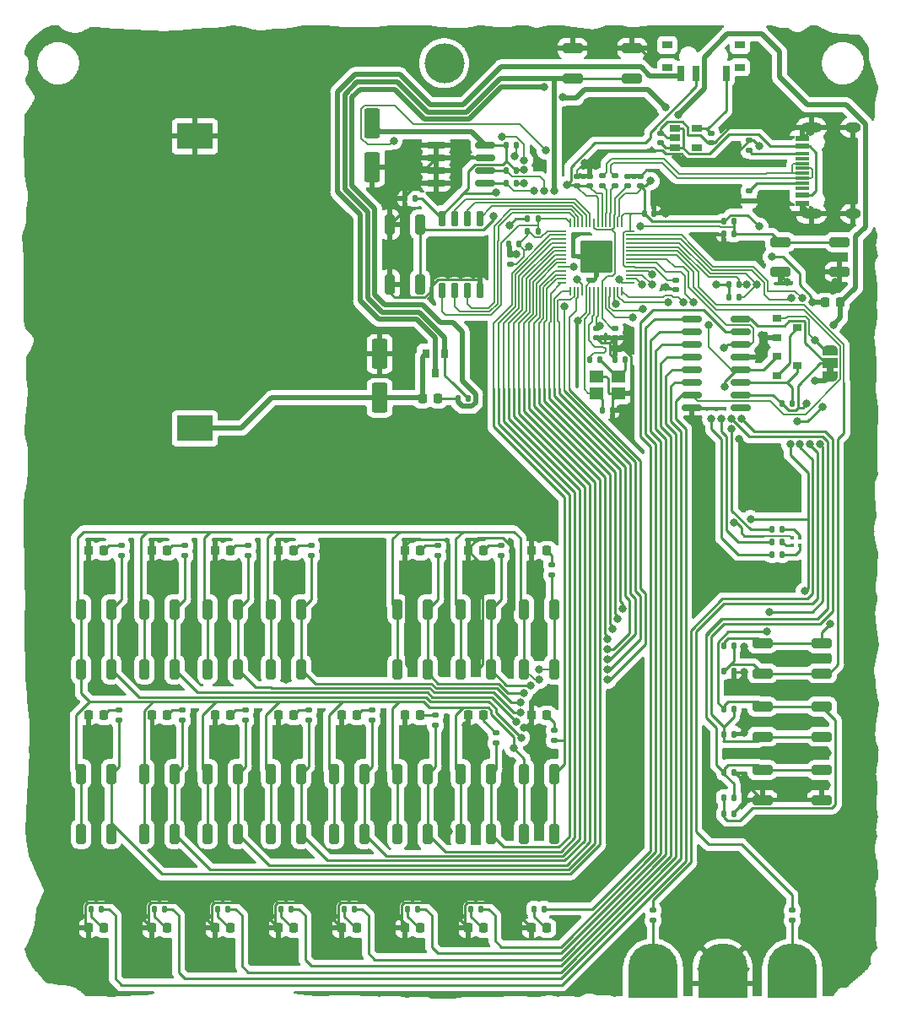
<source format=gbr>
%TF.GenerationSoftware,KiCad,Pcbnew,6.0.9-8da3e8f707~116~ubuntu22.04.1*%
%TF.CreationDate,2022-12-01T21:45:53+01:00*%
%TF.ProjectId,anesidoraMk1,616e6573-6964-46f7-9261-4d6b312e6b69,rev?*%
%TF.SameCoordinates,PX5ddd8a8PY82ce540*%
%TF.FileFunction,Copper,L1,Top*%
%TF.FilePolarity,Positive*%
%FSLAX46Y46*%
G04 Gerber Fmt 4.6, Leading zero omitted, Abs format (unit mm)*
G04 Created by KiCad (PCBNEW 6.0.9-8da3e8f707~116~ubuntu22.04.1) date 2022-12-01 21:45:53*
%MOMM*%
%LPD*%
G01*
G04 APERTURE LIST*
G04 Aperture macros list*
%AMRoundRect*
0 Rectangle with rounded corners*
0 $1 Rounding radius*
0 $2 $3 $4 $5 $6 $7 $8 $9 X,Y pos of 4 corners*
0 Add a 4 corners polygon primitive as box body*
4,1,4,$2,$3,$4,$5,$6,$7,$8,$9,$2,$3,0*
0 Add four circle primitives for the rounded corners*
1,1,$1+$1,$2,$3*
1,1,$1+$1,$4,$5*
1,1,$1+$1,$6,$7*
1,1,$1+$1,$8,$9*
0 Add four rect primitives between the rounded corners*
20,1,$1+$1,$2,$3,$4,$5,0*
20,1,$1+$1,$4,$5,$6,$7,0*
20,1,$1+$1,$6,$7,$8,$9,0*
20,1,$1+$1,$8,$9,$2,$3,0*%
%AMFreePoly0*
4,1,22,0.550000,-0.750000,0.000000,-0.750000,0.000000,-0.745033,-0.079941,-0.743568,-0.215256,-0.701293,-0.333266,-0.622738,-0.424486,-0.514219,-0.481581,-0.384460,-0.499164,-0.250000,-0.500000,-0.250000,-0.500000,0.250000,-0.499164,0.250000,-0.499963,0.256109,-0.478152,0.396186,-0.417904,0.524511,-0.324060,0.630769,-0.204165,0.706417,-0.067858,0.745374,0.000000,0.744959,0.000000,0.750000,
0.550000,0.750000,0.550000,-0.750000,0.550000,-0.750000,$1*%
%AMFreePoly1*
4,1,20,0.000000,0.744959,0.073905,0.744508,0.209726,0.703889,0.328688,0.626782,0.421226,0.519385,0.479903,0.390333,0.500000,0.250000,0.500000,-0.250000,0.499851,-0.262216,0.476331,-0.402017,0.414519,-0.529596,0.319384,-0.634700,0.198574,-0.708877,0.061801,-0.746166,0.000000,-0.745033,0.000000,-0.750000,-0.550000,-0.750000,-0.550000,0.750000,0.000000,0.750000,0.000000,0.744959,
0.000000,0.744959,$1*%
G04 Aperture macros list end*
%TA.AperFunction,SMDPad,CuDef*%
%ADD10RoundRect,0.250000X0.550000X-1.250000X0.550000X1.250000X-0.550000X1.250000X-0.550000X-1.250000X0*%
%TD*%
%TA.AperFunction,SMDPad,CuDef*%
%ADD11RoundRect,0.140000X-0.140000X-0.170000X0.140000X-0.170000X0.140000X0.170000X-0.140000X0.170000X0*%
%TD*%
%TA.AperFunction,SMDPad,CuDef*%
%ADD12RoundRect,0.218750X-0.218750X-0.256250X0.218750X-0.256250X0.218750X0.256250X-0.218750X0.256250X0*%
%TD*%
%TA.AperFunction,SMDPad,CuDef*%
%ADD13R,0.800000X0.900000*%
%TD*%
%TA.AperFunction,SMDPad,CuDef*%
%ADD14R,0.900000X0.800000*%
%TD*%
%TA.AperFunction,SMDPad,CuDef*%
%ADD15RoundRect,0.135000X-0.135000X-0.185000X0.135000X-0.185000X0.135000X0.185000X-0.135000X0.185000X0*%
%TD*%
%TA.AperFunction,SMDPad,CuDef*%
%ADD16RoundRect,0.135000X0.185000X-0.135000X0.185000X0.135000X-0.185000X0.135000X-0.185000X-0.135000X0*%
%TD*%
%TA.AperFunction,SMDPad,CuDef*%
%ADD17R,1.000000X0.800000*%
%TD*%
%TA.AperFunction,SMDPad,CuDef*%
%ADD18R,0.700000X1.500000*%
%TD*%
%TA.AperFunction,SMDPad,CuDef*%
%ADD19RoundRect,0.250000X0.750000X0.250000X-0.750000X0.250000X-0.750000X-0.250000X0.750000X-0.250000X0*%
%TD*%
%TA.AperFunction,SMDPad,CuDef*%
%ADD20RoundRect,0.250000X0.250000X-0.750000X0.250000X0.750000X-0.250000X0.750000X-0.250000X-0.750000X0*%
%TD*%
%TA.AperFunction,SMDPad,CuDef*%
%ADD21R,1.450000X0.600000*%
%TD*%
%TA.AperFunction,SMDPad,CuDef*%
%ADD22R,1.450000X0.300000*%
%TD*%
%TA.AperFunction,ComponentPad*%
%ADD23O,2.100000X1.000000*%
%TD*%
%TA.AperFunction,ComponentPad*%
%ADD24O,1.600000X1.000000*%
%TD*%
%TA.AperFunction,SMDPad,CuDef*%
%ADD25R,3.600000X2.600000*%
%TD*%
%TA.AperFunction,SMDPad,CuDef*%
%ADD26RoundRect,0.250000X-0.750000X-0.250000X0.750000X-0.250000X0.750000X0.250000X-0.750000X0.250000X0*%
%TD*%
%TA.AperFunction,SMDPad,CuDef*%
%ADD27FreePoly0,90.000000*%
%TD*%
%TA.AperFunction,SMDPad,CuDef*%
%ADD28R,1.500000X1.000000*%
%TD*%
%TA.AperFunction,SMDPad,CuDef*%
%ADD29FreePoly1,90.000000*%
%TD*%
%TA.AperFunction,ComponentPad*%
%ADD30C,5.000000*%
%TD*%
%TA.AperFunction,SMDPad,CuDef*%
%ADD31R,5.000000X3.000000*%
%TD*%
%TA.AperFunction,SMDPad,CuDef*%
%ADD32R,1.060000X0.650000*%
%TD*%
%TA.AperFunction,SMDPad,CuDef*%
%ADD33RoundRect,0.140000X0.170000X-0.140000X0.170000X0.140000X-0.170000X0.140000X-0.170000X-0.140000X0*%
%TD*%
%TA.AperFunction,SMDPad,CuDef*%
%ADD34RoundRect,0.135000X0.135000X0.185000X-0.135000X0.185000X-0.135000X-0.185000X0.135000X-0.185000X0*%
%TD*%
%TA.AperFunction,SMDPad,CuDef*%
%ADD35RoundRect,0.250000X-0.550000X1.250000X-0.550000X-1.250000X0.550000X-1.250000X0.550000X1.250000X0*%
%TD*%
%TA.AperFunction,SMDPad,CuDef*%
%ADD36RoundRect,0.140000X0.140000X0.170000X-0.140000X0.170000X-0.140000X-0.170000X0.140000X-0.170000X0*%
%TD*%
%TA.AperFunction,SMDPad,CuDef*%
%ADD37R,0.450000X0.450000*%
%TD*%
%TA.AperFunction,SMDPad,CuDef*%
%ADD38RoundRect,0.250000X-0.250000X0.750000X-0.250000X-0.750000X0.250000X-0.750000X0.250000X0.750000X0*%
%TD*%
%TA.AperFunction,SMDPad,CuDef*%
%ADD39RoundRect,0.150000X0.150000X-0.650000X0.150000X0.650000X-0.150000X0.650000X-0.150000X-0.650000X0*%
%TD*%
%TA.AperFunction,SMDPad,CuDef*%
%ADD40RoundRect,0.050000X-0.387500X-0.050000X0.387500X-0.050000X0.387500X0.050000X-0.387500X0.050000X0*%
%TD*%
%TA.AperFunction,SMDPad,CuDef*%
%ADD41RoundRect,0.050000X-0.050000X-0.387500X0.050000X-0.387500X0.050000X0.387500X-0.050000X0.387500X0*%
%TD*%
%TA.AperFunction,ComponentPad*%
%ADD42C,0.600000*%
%TD*%
%TA.AperFunction,SMDPad,CuDef*%
%ADD43RoundRect,0.144000X-1.456000X-1.456000X1.456000X-1.456000X1.456000X1.456000X-1.456000X1.456000X0*%
%TD*%
%TA.AperFunction,SMDPad,CuDef*%
%ADD44R,1.400000X1.200000*%
%TD*%
%TA.AperFunction,SMDPad,CuDef*%
%ADD45RoundRect,0.140000X-0.170000X0.140000X-0.170000X-0.140000X0.170000X-0.140000X0.170000X0.140000X0*%
%TD*%
%TA.AperFunction,SMDPad,CuDef*%
%ADD46RoundRect,0.150000X-0.825000X-0.150000X0.825000X-0.150000X0.825000X0.150000X-0.825000X0.150000X0*%
%TD*%
%TA.AperFunction,SMDPad,CuDef*%
%ADD47RoundRect,0.218750X0.218750X0.256250X-0.218750X0.256250X-0.218750X-0.256250X0.218750X-0.256250X0*%
%TD*%
%TA.AperFunction,ComponentPad*%
%ADD48C,4.000000*%
%TD*%
%TA.AperFunction,ViaPad*%
%ADD49C,0.800000*%
%TD*%
%TA.AperFunction,Conductor*%
%ADD50C,0.250000*%
%TD*%
%TA.AperFunction,Conductor*%
%ADD51C,0.150000*%
%TD*%
%TA.AperFunction,Conductor*%
%ADD52C,0.500000*%
%TD*%
%TA.AperFunction,Conductor*%
%ADD53C,0.200000*%
%TD*%
G04 APERTURE END LIST*
%TO.C,JP1*%
G36*
X82215000Y63616000D02*
G01*
X81615000Y63616000D01*
X81615000Y64116000D01*
X82215000Y64116000D01*
X82215000Y63616000D01*
G37*
%TD*%
D10*
%TO.P,C16,1*%
%TO.N,+3V0*%
X36703000Y61046000D03*
%TO.P,C16,2*%
%TO.N,GND*%
X36703000Y65446000D03*
%TD*%
D11*
%TO.P,C21,1*%
%TO.N,OUT_CLK*%
X71275000Y23495000D03*
%TO.P,C21,2*%
%TO.N,GND*%
X72235000Y23495000D03*
%TD*%
%TO.P,C22,1*%
%TO.N,Net-(C22-Pad1)*%
X71275000Y29845000D03*
%TO.P,C22,2*%
%TO.N,OUT_SER*%
X72235000Y29845000D03*
%TD*%
%TO.P,C24,1*%
%TO.N,Net-(C22-Pad1)*%
X71275000Y19304000D03*
%TO.P,C24,2*%
%TO.N,GND*%
X72235000Y19304000D03*
%TD*%
D12*
%TO.P,D2,1*%
%TO.N,GND*%
X7467500Y29210000D03*
%TO.P,D2,2*%
%TO.N,Net-(D2-Pad2)*%
X9042500Y29210000D03*
%TD*%
%TO.P,D3,1*%
%TO.N,GND*%
X13817500Y29210000D03*
%TO.P,D3,2*%
%TO.N,Net-(D3-Pad2)*%
X15392500Y29210000D03*
%TD*%
%TO.P,D4,1*%
%TO.N,GND*%
X20167500Y29210000D03*
%TO.P,D4,2*%
%TO.N,Net-(D4-Pad2)*%
X21742500Y29210000D03*
%TD*%
%TO.P,D5,1*%
%TO.N,GND*%
X26517500Y29210000D03*
%TO.P,D5,2*%
%TO.N,Net-(D5-Pad2)*%
X28092500Y29210000D03*
%TD*%
%TO.P,D6,1*%
%TO.N,GND*%
X32867500Y29210000D03*
%TO.P,D6,2*%
%TO.N,Net-(D6-Pad2)*%
X34442500Y29210000D03*
%TD*%
%TO.P,D7,1*%
%TO.N,GND*%
X39217500Y29210000D03*
%TO.P,D7,2*%
%TO.N,Net-(D7-Pad2)*%
X40792500Y29210000D03*
%TD*%
%TO.P,D8,1*%
%TO.N,GND*%
X45567500Y29210000D03*
%TO.P,D8,2*%
%TO.N,Net-(D8-Pad2)*%
X47142500Y29210000D03*
%TD*%
%TO.P,D17,1*%
%TO.N,GND*%
X7467500Y45720000D03*
%TO.P,D17,2*%
%TO.N,Net-(D17-Pad2)*%
X9042500Y45720000D03*
%TD*%
%TO.P,D18,1*%
%TO.N,GND*%
X13817500Y45720000D03*
%TO.P,D18,2*%
%TO.N,Net-(D18-Pad2)*%
X15392500Y45720000D03*
%TD*%
%TO.P,D19,1*%
%TO.N,GND*%
X20167500Y45720000D03*
%TO.P,D19,2*%
%TO.N,Net-(D19-Pad2)*%
X21742500Y45720000D03*
%TD*%
%TO.P,D20,1*%
%TO.N,GND*%
X26517500Y45720000D03*
%TO.P,D20,2*%
%TO.N,Net-(D20-Pad2)*%
X28092500Y45720000D03*
%TD*%
%TO.P,D21,1*%
%TO.N,GND*%
X39217500Y45720000D03*
%TO.P,D21,2*%
%TO.N,Net-(D21-Pad2)*%
X40792500Y45720000D03*
%TD*%
%TO.P,D22,1*%
%TO.N,GND*%
X45567500Y45720000D03*
%TO.P,D22,2*%
%TO.N,Net-(D22-Pad2)*%
X47142500Y45720000D03*
%TD*%
D13*
%TO.P,Q1,1*%
%TO.N,BAT_EN*%
X43241000Y65516000D03*
%TO.P,Q1,2*%
%TO.N,+3V0*%
X41341000Y65516000D03*
%TO.P,Q1,3*%
%TO.N,Net-(Q1-Pad3)*%
X42291000Y63516000D03*
%TD*%
D14*
%TO.P,Q2,1*%
%TO.N,OUT_CLK*%
X76597000Y65212000D03*
%TO.P,Q2,2*%
%TO.N,Net-(Q2-Pad2)*%
X76597000Y63312000D03*
%TO.P,Q2,3*%
%TO.N,SCLK*%
X78597000Y64262000D03*
%TD*%
D15*
%TO.P,R7,1*%
%TO.N,VAO*%
X44575000Y60960000D03*
%TO.P,R7,2*%
%TO.N,BAT_EN*%
X45595000Y60960000D03*
%TD*%
D16*
%TO.P,R15,1*%
%TO.N,A7*%
X10541000Y28700000D03*
%TO.P,R15,2*%
%TO.N,Net-(D2-Pad2)*%
X10541000Y29720000D03*
%TD*%
%TO.P,R16,1*%
%TO.N,A6*%
X16891000Y28700000D03*
%TO.P,R16,2*%
%TO.N,Net-(D3-Pad2)*%
X16891000Y29720000D03*
%TD*%
%TO.P,R17,1*%
%TO.N,A5*%
X23241000Y28700000D03*
%TO.P,R17,2*%
%TO.N,Net-(D4-Pad2)*%
X23241000Y29720000D03*
%TD*%
%TO.P,R18,1*%
%TO.N,A4*%
X29591000Y28700000D03*
%TO.P,R18,2*%
%TO.N,Net-(D5-Pad2)*%
X29591000Y29720000D03*
%TD*%
%TO.P,R19,1*%
%TO.N,A3*%
X35941000Y28700000D03*
%TO.P,R19,2*%
%TO.N,Net-(D6-Pad2)*%
X35941000Y29720000D03*
%TD*%
%TO.P,R20,1*%
%TO.N,A2*%
X42291000Y28192000D03*
%TO.P,R20,2*%
%TO.N,Net-(D7-Pad2)*%
X42291000Y29212000D03*
%TD*%
%TO.P,R21,1*%
%TO.N,A1*%
X48387000Y26414000D03*
%TO.P,R21,2*%
%TO.N,Net-(D8-Pad2)*%
X48387000Y27434000D03*
%TD*%
D15*
%TO.P,R29,1*%
%TO.N,OUT_SER*%
X71245000Y27305000D03*
%TO.P,R29,2*%
%TO.N,GND*%
X72265000Y27305000D03*
%TD*%
D16*
%TO.P,R31,1*%
%TO.N,D3*%
X10795000Y45210000D03*
%TO.P,R31,2*%
%TO.N,Net-(D17-Pad2)*%
X10795000Y46230000D03*
%TD*%
%TO.P,R32,1*%
%TO.N,D2*%
X17145000Y45210000D03*
%TO.P,R32,2*%
%TO.N,Net-(D18-Pad2)*%
X17145000Y46230000D03*
%TD*%
%TO.P,R33,1*%
%TO.N,D1*%
X23495000Y45210000D03*
%TO.P,R33,2*%
%TO.N,Net-(D19-Pad2)*%
X23495000Y46230000D03*
%TD*%
%TO.P,R34,1*%
%TO.N,D0*%
X29845000Y45210000D03*
%TO.P,R34,2*%
%TO.N,Net-(D20-Pad2)*%
X29845000Y46230000D03*
%TD*%
%TO.P,R35,1*%
%TO.N,RUN*%
X42545000Y45210000D03*
%TO.P,R35,2*%
%TO.N,Net-(D21-Pad2)*%
X42545000Y46230000D03*
%TD*%
%TO.P,R36,1*%
%TO.N,STEP*%
X48895000Y45210000D03*
%TO.P,R36,2*%
%TO.N,Net-(D22-Pad2)*%
X48895000Y46230000D03*
%TD*%
D15*
%TO.P,R38,1*%
%TO.N,Net-(C22-Pad1)*%
X77087000Y60452000D03*
%TO.P,R38,2*%
%TO.N,SCLK*%
X78107000Y60452000D03*
%TD*%
D17*
%TO.P,SW1,*%
%TO.N,*%
X65565000Y94216000D03*
X72865000Y94216000D03*
X72865000Y96426000D03*
X65565000Y96426000D03*
D18*
%TO.P,SW1,1*%
%TO.N,Net-(C13-Pad1)*%
X71465000Y93566000D03*
%TO.P,SW1,2*%
%TO.N,+3V3*%
X68465000Y93566000D03*
%TO.P,SW1,3*%
%TO.N,Net-(Q1-Pad3)*%
X66965000Y93566000D03*
%TD*%
D19*
%TO.P,SW3,1*%
%TO.N,BAT_EN*%
X62055000Y93115000D03*
X56055000Y93115000D03*
%TO.P,SW3,2*%
%TO.N,GND*%
X56055000Y96115000D03*
X62055000Y96115000D03*
%TD*%
D20*
%TO.P,SW5,1*%
%TO.N,BTN_ENABLE*%
X6755000Y17320000D03*
X6755000Y23320000D03*
%TO.P,SW5,2*%
%TO.N,A7*%
X9755000Y17320000D03*
X9755000Y23320000D03*
%TD*%
%TO.P,SW7,1*%
%TO.N,BTN_ENABLE*%
X19455000Y17320000D03*
X19455000Y23320000D03*
%TO.P,SW7,2*%
%TO.N,A5*%
X22455000Y23320000D03*
X22455000Y17320000D03*
%TD*%
%TO.P,SW8,1*%
%TO.N,BTN_ENABLE*%
X25805000Y17320000D03*
X25805000Y23320000D03*
%TO.P,SW8,2*%
%TO.N,A4*%
X28805000Y23320000D03*
X28805000Y17320000D03*
%TD*%
%TO.P,SW9,1*%
%TO.N,BTN_ENABLE*%
X32155000Y17320000D03*
X32155000Y23320000D03*
%TO.P,SW9,2*%
%TO.N,A3*%
X35155000Y23320000D03*
X35155000Y17320000D03*
%TD*%
%TO.P,SW10,1*%
%TO.N,BTN_ENABLE*%
X38505000Y23320000D03*
X38505000Y17320000D03*
%TO.P,SW10,2*%
%TO.N,A2*%
X41505000Y17320000D03*
X41505000Y23320000D03*
%TD*%
%TO.P,SW11,1*%
%TO.N,BTN_ENABLE*%
X44855000Y23320000D03*
X44855000Y17320000D03*
%TO.P,SW11,2*%
%TO.N,A1*%
X47855000Y17320000D03*
X47855000Y23320000D03*
%TD*%
%TO.P,SW15,1*%
%TO.N,BTN_ENABLE*%
X6755000Y33830000D03*
X6755000Y39830000D03*
%TO.P,SW15,2*%
%TO.N,D3*%
X9755000Y33830000D03*
X9755000Y39830000D03*
%TD*%
%TO.P,SW16,1*%
%TO.N,BTN_ENABLE*%
X13105000Y33830000D03*
X13105000Y39830000D03*
%TO.P,SW16,2*%
%TO.N,D2*%
X16105000Y33830000D03*
X16105000Y39830000D03*
%TD*%
%TO.P,SW17,1*%
%TO.N,BTN_ENABLE*%
X19455000Y33830000D03*
X19455000Y39830000D03*
%TO.P,SW17,2*%
%TO.N,D1*%
X22455000Y39830000D03*
X22455000Y33830000D03*
%TD*%
%TO.P,SW18,1*%
%TO.N,BTN_ENABLE*%
X25805000Y33830000D03*
X25805000Y39830000D03*
%TO.P,SW18,2*%
%TO.N,D0*%
X28805000Y33830000D03*
X28805000Y39830000D03*
%TD*%
%TO.P,SW19,1*%
%TO.N,BTN_ENABLE*%
X38505000Y33830000D03*
X38505000Y39830000D03*
%TO.P,SW19,2*%
%TO.N,RUN*%
X41505000Y39830000D03*
X41505000Y33830000D03*
%TD*%
%TO.P,SW20,1*%
%TO.N,BTN_ENABLE*%
X44855000Y33830000D03*
X44855000Y39830000D03*
%TO.P,SW20,2*%
%TO.N,STEP*%
X47855000Y33830000D03*
X47855000Y39830000D03*
%TD*%
D21*
%TO.P,J1,A1*%
%TO.N,GND*%
X79106000Y80568000D03*
%TO.P,J1,A4*%
%TO.N,VBUS*%
X79106000Y81368000D03*
D22*
%TO.P,J1,A5*%
%TO.N,Net-(J1-PadA5)*%
X79106000Y82568000D03*
%TO.P,J1,A6*%
%TO.N,D+*%
X79106000Y83568000D03*
%TO.P,J1,A7*%
%TO.N,D-*%
X79106000Y84068000D03*
%TO.P,J1,A8*%
%TO.N,Net-(J1-PadA8)*%
X79106000Y85068000D03*
D21*
%TO.P,J1,A9*%
%TO.N,VBUS*%
X79106000Y86268000D03*
%TO.P,J1,A12*%
%TO.N,GND*%
X79106000Y87068000D03*
%TO.P,J1,B1*%
X79106000Y87068000D03*
%TO.P,J1,B4*%
%TO.N,VBUS*%
X79106000Y86268000D03*
D22*
%TO.P,J1,B5*%
%TO.N,Net-(J1-PadB5)*%
X79106000Y85568000D03*
%TO.P,J1,B6*%
%TO.N,D+*%
X79106000Y84568000D03*
%TO.P,J1,B7*%
%TO.N,D-*%
X79106000Y83068000D03*
%TO.P,J1,B8*%
%TO.N,Net-(J1-PadB8)*%
X79106000Y82068000D03*
D21*
%TO.P,J1,B9*%
%TO.N,VBUS*%
X79106000Y81368000D03*
%TO.P,J1,B12*%
%TO.N,GND*%
X79106000Y80568000D03*
D23*
%TO.P,J1,S1*%
X80021000Y88138000D03*
D24*
X84201000Y79498000D03*
D23*
X80021000Y79498000D03*
D24*
X84201000Y88138000D03*
%TD*%
D25*
%TO.P,BT1,1*%
%TO.N,+3V0*%
X18161000Y57994000D03*
%TO.P,BT1,2*%
%TO.N,GND*%
X18161000Y87294000D03*
%TD*%
D15*
%TO.P,R23,1*%
%TO.N,Net-(C22-Pad1)*%
X71245000Y20955000D03*
%TO.P,R23,2*%
%TO.N,OUT_CLK*%
X72265000Y20955000D03*
%TD*%
%TO.P,R43,1*%
%TO.N,+3V3*%
X71753000Y72390000D03*
%TO.P,R43,2*%
%TO.N,SAO_SDA*%
X72773000Y72390000D03*
%TD*%
%TO.P,R42,1*%
%TO.N,+3V3*%
X71753000Y71120000D03*
%TO.P,R42,2*%
%TO.N,SAO_SCL*%
X72773000Y71120000D03*
%TD*%
D20*
%TO.P,SW21,1*%
%TO.N,BTN_ENABLE*%
X51205000Y39830000D03*
X51205000Y33830000D03*
%TO.P,SW21,2*%
%TO.N,ERROR*%
X54205000Y39830000D03*
X54205000Y33830000D03*
%TD*%
%TO.P,SW12,1*%
%TO.N,BTN_ENABLE*%
X51205000Y23320000D03*
X51205000Y17320000D03*
%TO.P,SW12,2*%
%TO.N,A0*%
X54205000Y23320000D03*
X54205000Y17320000D03*
%TD*%
D16*
%TO.P,R37,1*%
%TO.N,ERROR*%
X53975000Y43305000D03*
%TO.P,R37,2*%
%TO.N,Net-(D23-Pad2)*%
X53975000Y44325000D03*
%TD*%
D12*
%TO.P,D23,1*%
%TO.N,GND*%
X51917500Y45720000D03*
%TO.P,D23,2*%
%TO.N,Net-(D23-Pad2)*%
X53492500Y45720000D03*
%TD*%
%TO.P,D9,1*%
%TO.N,GND*%
X51917500Y29210000D03*
%TO.P,D9,2*%
%TO.N,Net-(D9-Pad2)*%
X53492500Y29210000D03*
%TD*%
D20*
%TO.P,SW6,1*%
%TO.N,BTN_ENABLE*%
X13105000Y23320000D03*
X13105000Y17320000D03*
%TO.P,SW6,2*%
%TO.N,A6*%
X16105000Y17320000D03*
X16105000Y23320000D03*
%TD*%
D26*
%TO.P,SW13,1*%
%TO.N,OUT_CLK*%
X81105000Y23725000D03*
X75105000Y23725000D03*
%TO.P,SW13,2*%
%TO.N,GND*%
X81105000Y20725000D03*
X75105000Y20725000D03*
%TD*%
%TO.P,SW22,1*%
%TO.N,+3V3*%
X81105000Y36425000D03*
X75105000Y36425000D03*
%TO.P,SW22,2*%
%TO.N,OUT_LOAD*%
X75105000Y33425000D03*
X81105000Y33425000D03*
%TD*%
D15*
%TO.P,R41,1*%
%TO.N,OUT_LOAD*%
X71245000Y33655000D03*
%TO.P,R41,2*%
%TO.N,GND*%
X72265000Y33655000D03*
%TD*%
D11*
%TO.P,C23,1*%
%TO.N,+3V3*%
X71275000Y36195000D03*
%TO.P,C23,2*%
%TO.N,OUT_LOAD*%
X72235000Y36195000D03*
%TD*%
D26*
%TO.P,SW14,1*%
%TO.N,Net-(C22-Pad1)*%
X75105000Y30075000D03*
X81105000Y30075000D03*
%TO.P,SW14,2*%
%TO.N,OUT_SER*%
X81105000Y27075000D03*
X75105000Y27075000D03*
%TD*%
D27*
%TO.P,JP1,1*%
%TO.N,VAO*%
X81915000Y63216000D03*
D28*
%TO.P,JP1,2*%
%TO.N,Net-(C22-Pad1)*%
X81915000Y64516000D03*
D29*
%TO.P,JP1,3*%
%TO.N,+3V3*%
X81915000Y65816000D03*
%TD*%
D16*
%TO.P,R2,1*%
%TO.N,GND*%
X73787000Y80770000D03*
%TO.P,R2,2*%
%TO.N,Net-(J1-PadA5)*%
X73787000Y81790000D03*
%TD*%
%TO.P,R3,1*%
%TO.N,Net-(J1-PadB5)*%
X73787000Y85850000D03*
%TO.P,R3,2*%
%TO.N,GND*%
X73787000Y86870000D03*
%TD*%
%TO.P,R45,1*%
%TO.N,Net-(R45-Pad1)*%
X78105000Y8634000D03*
%TO.P,R45,2*%
%TO.N,SAO_GP1*%
X78105000Y9654000D03*
%TD*%
%TO.P,R44,1*%
%TO.N,Net-(R44-Pad1)*%
X64135000Y8634000D03*
%TO.P,R44,2*%
%TO.N,SAO_GP0*%
X64135000Y9654000D03*
%TD*%
D30*
%TO.P,TP3,1*%
%TO.N,Net-(R44-Pad1)*%
X64135000Y3810000D03*
D31*
X64135000Y2310000D03*
%TD*%
%TO.P,TP5,1*%
%TO.N,GND*%
X71120000Y2310000D03*
D30*
X71120000Y3810000D03*
%TD*%
%TO.P,TP4,1*%
%TO.N,Net-(R45-Pad1)*%
X78105000Y3810000D03*
D31*
X78105000Y2310000D03*
%TD*%
D32*
%TO.P,U1,1*%
%TO.N,VBUS*%
X66337000Y88072000D03*
%TO.P,U1,2*%
%TO.N,GND*%
X66337000Y87122000D03*
%TO.P,U1,3*%
%TO.N,VBUS*%
X66337000Y86172000D03*
%TO.P,U1,4*%
%TO.N,Net-(U1-Pad4)*%
X68537000Y86172000D03*
%TO.P,U1,5*%
%TO.N,Net-(C13-Pad1)*%
X68537000Y88072000D03*
%TD*%
D33*
%TO.P,C12,1*%
%TO.N,VBUS*%
X64897000Y86642000D03*
%TO.P,C12,2*%
%TO.N,GND*%
X64897000Y87602000D03*
%TD*%
D15*
%TO.P,R1,1*%
%TO.N,+3V3*%
X71245000Y78740000D03*
%TO.P,R1,2*%
%TO.N,RESET*%
X72265000Y78740000D03*
%TD*%
D34*
%TO.P,R12,1*%
%TO.N,Net-(D1-Pad2)*%
X77091000Y47879000D03*
%TO.P,R12,2*%
%TO.N,LED_RED*%
X76071000Y47879000D03*
%TD*%
%TO.P,R13,1*%
%TO.N,Net-(D1-Pad3)*%
X77091000Y45339000D03*
%TO.P,R13,2*%
%TO.N,LED_GREEN*%
X76071000Y45339000D03*
%TD*%
%TO.P,R14,1*%
%TO.N,Net-(D1-Pad4)*%
X77091000Y46609000D03*
%TO.P,R14,2*%
%TO.N,LED_BLUE*%
X76071000Y46609000D03*
%TD*%
D19*
%TO.P,SW2,1*%
%TO.N,GND*%
X82883000Y73684000D03*
X76883000Y73684000D03*
%TO.P,SW2,2*%
%TO.N,RESET*%
X82883000Y76684000D03*
X76883000Y76684000D03*
%TD*%
D35*
%TO.P,C25,1*%
%TO.N,+3V3*%
X35941000Y88560000D03*
%TO.P,C25,2*%
%TO.N,GND*%
X35941000Y84160000D03*
%TD*%
D36*
%TO.P,C14,1*%
%TO.N,RESET*%
X72235000Y77470000D03*
%TO.P,C14,2*%
%TO.N,GND*%
X71275000Y77470000D03*
%TD*%
%TO.P,C15,1*%
%TO.N,+3V3*%
X40231000Y81026000D03*
%TO.P,C15,2*%
%TO.N,GND*%
X39271000Y81026000D03*
%TD*%
D37*
%TO.P,D1,1*%
%TO.N,+3V3*%
X78101000Y46994000D03*
%TO.P,D1,2*%
%TO.N,Net-(D1-Pad2)*%
X78871000Y46994000D03*
%TO.P,D1,3*%
%TO.N,Net-(D1-Pad3)*%
X78871000Y46224000D03*
%TO.P,D1,4*%
%TO.N,Net-(D1-Pad4)*%
X78101000Y46224000D03*
%TD*%
D14*
%TO.P,Q3,1*%
%TO.N,+3V3*%
X76597000Y69022000D03*
%TO.P,Q3,2*%
%TO.N,GND*%
X76597000Y67122000D03*
%TO.P,Q3,3*%
%TO.N,Net-(Q2-Pad2)*%
X78597000Y68072000D03*
%TD*%
D38*
%TO.P,SW4,1*%
%TO.N,Net-(R8-Pad1)*%
X40743000Y72438000D03*
X40743000Y78438000D03*
%TO.P,SW4,2*%
%TO.N,GND*%
X37743000Y78438000D03*
X37743000Y72438000D03*
%TD*%
D15*
%TO.P,R4,1*%
%TO.N,+3V3*%
X51560000Y77724000D03*
%TO.P,R4,2*%
%TO.N,QSPI_SS*%
X52580000Y77724000D03*
%TD*%
D16*
%TO.P,R5,1*%
%TO.N,USB_D-*%
X60325000Y82294000D03*
%TO.P,R5,2*%
%TO.N,D-*%
X60325000Y83314000D03*
%TD*%
%TO.P,R6,1*%
%TO.N,USB_D+*%
X59055000Y82294000D03*
%TO.P,R6,2*%
%TO.N,D+*%
X59055000Y83314000D03*
%TD*%
D15*
%TO.P,R8,1*%
%TO.N,Net-(R8-Pad1)*%
X51560000Y78994000D03*
%TO.P,R8,2*%
%TO.N,QSPI_SS*%
X52580000Y78994000D03*
%TD*%
%TO.P,R9,1*%
%TO.N,XOUT*%
X57783000Y64897000D03*
%TO.P,R9,2*%
%TO.N,Net-(C18-Pad1)*%
X58803000Y64897000D03*
%TD*%
D39*
%TO.P,U2,1*%
%TO.N,QSPI_SS*%
X42926000Y71838000D03*
%TO.P,U2,2*%
%TO.N,QSPI_SD1*%
X44196000Y71838000D03*
%TO.P,U2,3*%
%TO.N,QSPI_SD2*%
X45466000Y71838000D03*
%TO.P,U2,4*%
%TO.N,GND*%
X46736000Y71838000D03*
%TO.P,U2,5*%
%TO.N,QSPI_SD0*%
X46736000Y79038000D03*
%TO.P,U2,6*%
%TO.N,QSPI_SCLK*%
X45466000Y79038000D03*
%TO.P,U2,7*%
%TO.N,QSPI_SD3*%
X44196000Y79038000D03*
%TO.P,U2,8*%
%TO.N,+3V3*%
X42926000Y79038000D03*
%TD*%
D40*
%TO.P,U3,1*%
%TO.N,+3V3*%
X54982500Y77784000D03*
%TO.P,U3,2*%
%TO.N,A0*%
X54982500Y77384000D03*
%TO.P,U3,3*%
%TO.N,A1*%
X54982500Y76984000D03*
%TO.P,U3,4*%
%TO.N,A2*%
X54982500Y76584000D03*
%TO.P,U3,5*%
%TO.N,A3*%
X54982500Y76184000D03*
%TO.P,U3,6*%
%TO.N,A4*%
X54982500Y75784000D03*
%TO.P,U3,7*%
%TO.N,A5*%
X54982500Y75384000D03*
%TO.P,U3,8*%
%TO.N,A6*%
X54982500Y74984000D03*
%TO.P,U3,9*%
%TO.N,A7*%
X54982500Y74584000D03*
%TO.P,U3,10*%
%TO.N,+3V3*%
X54982500Y74184000D03*
%TO.P,U3,11*%
%TO.N,D0*%
X54982500Y73784000D03*
%TO.P,U3,12*%
%TO.N,D1*%
X54982500Y73384000D03*
%TO.P,U3,13*%
%TO.N,D2*%
X54982500Y72984000D03*
%TO.P,U3,14*%
%TO.N,D3*%
X54982500Y72584000D03*
D41*
%TO.P,U3,15*%
%TO.N,RUN*%
X55820000Y71746500D03*
%TO.P,U3,16*%
%TO.N,STEP*%
X56220000Y71746500D03*
%TO.P,U3,17*%
%TO.N,BTN_ENABLE*%
X56620000Y71746500D03*
%TO.P,U3,18*%
%TO.N,LED_RED*%
X57020000Y71746500D03*
%TO.P,U3,19*%
%TO.N,GND*%
X57420000Y71746500D03*
%TO.P,U3,20*%
%TO.N,XIN*%
X57820000Y71746500D03*
%TO.P,U3,21*%
%TO.N,XOUT*%
X58220000Y71746500D03*
%TO.P,U3,22*%
%TO.N,+3V3*%
X58620000Y71746500D03*
%TO.P,U3,23*%
%TO.N,Net-(C4-Pad2)*%
X59020000Y71746500D03*
%TO.P,U3,24*%
%TO.N,/SWCLK*%
X59420000Y71746500D03*
%TO.P,U3,25*%
%TO.N,/SWD*%
X59820000Y71746500D03*
%TO.P,U3,26*%
%TO.N,RESET*%
X60220000Y71746500D03*
%TO.P,U3,27*%
%TO.N,LED_GREEN*%
X60620000Y71746500D03*
%TO.P,U3,28*%
%TO.N,LED_BLUE*%
X61020000Y71746500D03*
D40*
%TO.P,U3,29*%
%TO.N,ERROR*%
X61857500Y72584000D03*
%TO.P,U3,30*%
%TO.N,BAT_EN*%
X61857500Y72984000D03*
%TO.P,U3,31*%
%TO.N,EEPROM_SDA*%
X61857500Y73384000D03*
%TO.P,U3,32*%
%TO.N,EEPROM_SCL*%
X61857500Y73784000D03*
%TO.P,U3,33*%
%TO.N,+3V3*%
X61857500Y74184000D03*
%TO.P,U3,34*%
%TO.N,OUT_CLK*%
X61857500Y74584000D03*
%TO.P,U3,35*%
%TO.N,OUT_SER*%
X61857500Y74984000D03*
%TO.P,U3,36*%
%TO.N,OUT_IN*%
X61857500Y75384000D03*
%TO.P,U3,37*%
%TO.N,OUT_LOAD*%
X61857500Y75784000D03*
%TO.P,U3,38*%
%TO.N,SAO_SDA*%
X61857500Y76184000D03*
%TO.P,U3,39*%
%TO.N,SAO_SCL*%
X61857500Y76584000D03*
%TO.P,U3,40*%
%TO.N,SAO_GP0*%
X61857500Y76984000D03*
%TO.P,U3,41*%
%TO.N,SAO_GP1*%
X61857500Y77384000D03*
%TO.P,U3,42*%
%TO.N,+3V3*%
X61857500Y77784000D03*
D41*
%TO.P,U3,43*%
X61020000Y78621500D03*
%TO.P,U3,44*%
X60620000Y78621500D03*
%TO.P,U3,45*%
%TO.N,Net-(C4-Pad2)*%
X60220000Y78621500D03*
%TO.P,U3,46*%
%TO.N,USB_D-*%
X59820000Y78621500D03*
%TO.P,U3,47*%
%TO.N,USB_D+*%
X59420000Y78621500D03*
%TO.P,U3,48*%
%TO.N,+3V3*%
X59020000Y78621500D03*
%TO.P,U3,49*%
X58620000Y78621500D03*
%TO.P,U3,50*%
%TO.N,Net-(C4-Pad2)*%
X58220000Y78621500D03*
%TO.P,U3,51*%
%TO.N,QSPI_SD3*%
X57820000Y78621500D03*
%TO.P,U3,52*%
%TO.N,QSPI_SCLK*%
X57420000Y78621500D03*
%TO.P,U3,53*%
%TO.N,QSPI_SD0*%
X57020000Y78621500D03*
%TO.P,U3,54*%
%TO.N,QSPI_SD2*%
X56620000Y78621500D03*
%TO.P,U3,55*%
%TO.N,QSPI_SD1*%
X56220000Y78621500D03*
%TO.P,U3,56*%
%TO.N,QSPI_SS*%
X55820000Y78621500D03*
D42*
%TO.P,U3,57*%
%TO.N,GND*%
X58420000Y73909000D03*
X57145000Y73909000D03*
X57145000Y76459000D03*
D43*
X58420000Y75184000D03*
D42*
X58420000Y76459000D03*
X59695000Y76459000D03*
X58420000Y75184000D03*
X57145000Y75184000D03*
X59695000Y73909000D03*
X59695000Y75184000D03*
%TD*%
D44*
%TO.P,Y1,1*%
%TO.N,XIN*%
X58463000Y61507000D03*
%TO.P,Y1,2*%
%TO.N,GND*%
X60663000Y61507000D03*
%TO.P,Y1,3*%
%TO.N,Net-(C18-Pad1)*%
X60663000Y63207000D03*
%TO.P,Y1,4*%
%TO.N,GND*%
X58463000Y63207000D03*
%TD*%
D33*
%TO.P,C1,1*%
%TO.N,+3V3*%
X57785000Y82324000D03*
%TO.P,C1,2*%
%TO.N,GND*%
X57785000Y83284000D03*
%TD*%
%TO.P,C2,1*%
%TO.N,+3V3*%
X56515000Y82324000D03*
%TO.P,C2,2*%
%TO.N,GND*%
X56515000Y83284000D03*
%TD*%
D11*
%TO.P,C3,1*%
%TO.N,+3V3*%
X63274000Y79502000D03*
%TO.P,C3,2*%
%TO.N,GND*%
X64234000Y79502000D03*
%TD*%
D45*
%TO.P,C4,1*%
%TO.N,GND*%
X61595000Y83284000D03*
%TO.P,C4,2*%
%TO.N,Net-(C4-Pad2)*%
X61595000Y82324000D03*
%TD*%
%TO.P,C5,1*%
%TO.N,GND*%
X62865000Y83284000D03*
%TO.P,C5,2*%
%TO.N,+3V3*%
X62865000Y82324000D03*
%TD*%
D33*
%TO.P,C7,1*%
%TO.N,GND*%
X60325000Y67084000D03*
%TO.P,C7,2*%
%TO.N,Net-(C4-Pad2)*%
X60325000Y68044000D03*
%TD*%
%TO.P,C8,1*%
%TO.N,GND*%
X66421000Y71910000D03*
%TO.P,C8,2*%
%TO.N,+3V3*%
X66421000Y72870000D03*
%TD*%
%TO.P,C9,1*%
%TO.N,GND*%
X58420000Y67084000D03*
%TO.P,C9,2*%
%TO.N,+3V3*%
X58420000Y68044000D03*
%TD*%
D45*
%TO.P,C10,1*%
%TO.N,GND*%
X49784000Y75410000D03*
%TO.P,C10,2*%
%TO.N,+3V3*%
X49784000Y74450000D03*
%TD*%
D11*
%TO.P,C11,1*%
%TO.N,GND*%
X49685000Y76454000D03*
%TO.P,C11,2*%
%TO.N,+3V3*%
X50645000Y76454000D03*
%TD*%
%TO.P,C17,1*%
%TO.N,XIN*%
X59083000Y59817000D03*
%TO.P,C17,2*%
%TO.N,GND*%
X60043000Y59817000D03*
%TD*%
D36*
%TO.P,C18,1*%
%TO.N,Net-(C18-Pad1)*%
X61313000Y64897000D03*
%TO.P,C18,2*%
%TO.N,GND*%
X60353000Y64897000D03*
%TD*%
D45*
%TO.P,C13,1*%
%TO.N,Net-(C13-Pad1)*%
X69977000Y87602000D03*
%TO.P,C13,2*%
%TO.N,GND*%
X69977000Y86642000D03*
%TD*%
D46*
%TO.P,U5,1*%
%TO.N,Net-(R25-Pad2)*%
X68010000Y68961000D03*
%TO.P,U5,2*%
%TO.N,Net-(R26-Pad2)*%
X68010000Y67691000D03*
%TO.P,U5,3*%
%TO.N,Net-(R27-Pad2)*%
X68010000Y66421000D03*
%TO.P,U5,4*%
%TO.N,Net-(R28-Pad2)*%
X68010000Y65151000D03*
%TO.P,U5,5*%
%TO.N,Net-(R30-Pad2)*%
X68010000Y63881000D03*
%TO.P,U5,6*%
%TO.N,Net-(R39-Pad2)*%
X68010000Y62611000D03*
%TO.P,U5,7*%
%TO.N,OUT_IN*%
X68010000Y61341000D03*
%TO.P,U5,8*%
%TO.N,GND*%
X68010000Y60071000D03*
%TO.P,U5,9*%
%TO.N,Net-(U5-Pad9)*%
X72960000Y60071000D03*
%TO.P,U5,10*%
%TO.N,Net-(C22-Pad1)*%
X72960000Y61341000D03*
%TO.P,U5,11*%
%TO.N,SCLK*%
X72960000Y62611000D03*
%TO.P,U5,12*%
%TO.N,OUT_CLK*%
X72960000Y63881000D03*
%TO.P,U5,13*%
%TO.N,GND*%
X72960000Y65151000D03*
%TO.P,U5,14*%
%TO.N,OUT_SER*%
X72960000Y66421000D03*
%TO.P,U5,15*%
%TO.N,Net-(R24-Pad2)*%
X72960000Y67691000D03*
%TO.P,U5,16*%
%TO.N,Net-(C22-Pad1)*%
X72960000Y68961000D03*
%TD*%
%TO.P,U4,1*%
%TO.N,GND*%
X42356000Y86360000D03*
%TO.P,U4,2*%
X42356000Y85090000D03*
%TO.P,U4,3*%
X42356000Y83820000D03*
%TO.P,U4,4*%
X42356000Y82550000D03*
%TO.P,U4,5*%
%TO.N,EEPROM_SDA*%
X47306000Y82550000D03*
%TO.P,U4,6*%
%TO.N,EEPROM_SCL*%
X47306000Y83820000D03*
%TO.P,U4,7*%
%TO.N,GND*%
X47306000Y85090000D03*
%TO.P,U4,8*%
%TO.N,+3V3*%
X47306000Y86360000D03*
%TD*%
D15*
%TO.P,R10,1*%
%TO.N,EEPROM_SDA*%
X49401000Y82550000D03*
%TO.P,R10,2*%
%TO.N,+3V3*%
X50421000Y82550000D03*
%TD*%
%TO.P,R11,1*%
%TO.N,EEPROM_SCL*%
X49401000Y83820000D03*
%TO.P,R11,2*%
%TO.N,+3V3*%
X50421000Y83820000D03*
%TD*%
D11*
%TO.P,C20,1*%
%TO.N,+3V3*%
X49431000Y86360000D03*
%TO.P,C20,2*%
%TO.N,GND*%
X50391000Y86360000D03*
%TD*%
D47*
%TO.P,D25,1*%
%TO.N,VAO*%
X82956500Y70612000D03*
%TO.P,D25,2*%
%TO.N,+3V3*%
X81381500Y70612000D03*
%TD*%
%TO.P,D26,1*%
%TO.N,VAO*%
X42570500Y60960000D03*
%TO.P,D26,2*%
%TO.N,+3V0*%
X40995500Y60960000D03*
%TD*%
D48*
%TO.P,REF\u002A\u002A,1*%
%TO.N,N/C*%
X43180000Y94615000D03*
%TD*%
D15*
%TO.P,R24,1*%
%TO.N,Net-(D10-Pad2)*%
X52195000Y9779000D03*
%TO.P,R24,2*%
%TO.N,Net-(R24-Pad2)*%
X53215000Y9779000D03*
%TD*%
%TO.P,R25,1*%
%TO.N,Net-(D11-Pad2)*%
X45845000Y9779000D03*
%TO.P,R25,2*%
%TO.N,Net-(R25-Pad2)*%
X46865000Y9779000D03*
%TD*%
%TO.P,R26,1*%
%TO.N,Net-(D12-Pad2)*%
X39495000Y9779000D03*
%TO.P,R26,2*%
%TO.N,Net-(R26-Pad2)*%
X40515000Y9779000D03*
%TD*%
%TO.P,R27,1*%
%TO.N,Net-(D13-Pad2)*%
X33145000Y9779000D03*
%TO.P,R27,2*%
%TO.N,Net-(R27-Pad2)*%
X34165000Y9779000D03*
%TD*%
%TO.P,R28,1*%
%TO.N,Net-(D14-Pad2)*%
X26795000Y9779000D03*
%TO.P,R28,2*%
%TO.N,Net-(R28-Pad2)*%
X27815000Y9779000D03*
%TD*%
%TO.P,R30,1*%
%TO.N,Net-(D15-Pad2)*%
X20445000Y9779000D03*
%TO.P,R30,2*%
%TO.N,Net-(R30-Pad2)*%
X21465000Y9779000D03*
%TD*%
%TO.P,R39,1*%
%TO.N,Net-(D16-Pad2)*%
X14095000Y9779000D03*
%TO.P,R39,2*%
%TO.N,Net-(R39-Pad2)*%
X15115000Y9779000D03*
%TD*%
%TO.P,R40,1*%
%TO.N,Net-(D24-Pad2)*%
X7745000Y9779000D03*
%TO.P,R40,2*%
%TO.N,OUT_IN*%
X8765000Y9779000D03*
%TD*%
D12*
%TO.P,D10,1*%
%TO.N,GND*%
X51917500Y7874000D03*
%TO.P,D10,2*%
%TO.N,Net-(D10-Pad2)*%
X53492500Y7874000D03*
%TD*%
%TO.P,D11,1*%
%TO.N,GND*%
X45567500Y7874000D03*
%TO.P,D11,2*%
%TO.N,Net-(D11-Pad2)*%
X47142500Y7874000D03*
%TD*%
%TO.P,D12,1*%
%TO.N,GND*%
X39217500Y7874000D03*
%TO.P,D12,2*%
%TO.N,Net-(D12-Pad2)*%
X40792500Y7874000D03*
%TD*%
%TO.P,D13,1*%
%TO.N,GND*%
X32867500Y7874000D03*
%TO.P,D13,2*%
%TO.N,Net-(D13-Pad2)*%
X34442500Y7874000D03*
%TD*%
%TO.P,D14,1*%
%TO.N,GND*%
X26517500Y7874000D03*
%TO.P,D14,2*%
%TO.N,Net-(D14-Pad2)*%
X28092500Y7874000D03*
%TD*%
%TO.P,D15,1*%
%TO.N,GND*%
X20167500Y7874000D03*
%TO.P,D15,2*%
%TO.N,Net-(D15-Pad2)*%
X21742500Y7874000D03*
%TD*%
%TO.P,D16,1*%
%TO.N,GND*%
X13817500Y7874000D03*
%TO.P,D16,2*%
%TO.N,Net-(D16-Pad2)*%
X15392500Y7874000D03*
%TD*%
%TO.P,D24,1*%
%TO.N,GND*%
X7467500Y7874000D03*
%TO.P,D24,2*%
%TO.N,Net-(D24-Pad2)*%
X9042500Y7874000D03*
%TD*%
D16*
%TO.P,R22,1*%
%TO.N,A0*%
X54229000Y26668000D03*
%TO.P,R22,2*%
%TO.N,Net-(D9-Pad2)*%
X54229000Y27688000D03*
%TD*%
D49*
%TO.N,GND*%
X81534000Y22225000D03*
X50208315Y85277487D03*
X73279000Y36068000D03*
X40005000Y33655000D03*
X14605000Y32385000D03*
X69723000Y76962000D03*
X36957000Y17272000D03*
X82423000Y72644000D03*
X60833000Y59944000D03*
X46990000Y74930000D03*
X20955000Y32512000D03*
X27305000Y32766000D03*
X50419000Y75438000D03*
X36957000Y33528000D03*
X45339000Y28194000D03*
X75057000Y67310000D03*
X60667900Y3937000D03*
X65405000Y72136000D03*
X33655000Y17145000D03*
X51181000Y27940000D03*
X46398180Y20297140D03*
X56632990Y68802121D03*
X47879000Y42672000D03*
X43624500Y17589500D03*
X10795000Y96520000D03*
X17703800Y34264600D03*
X65405000Y79502000D03*
X8509000Y32258000D03*
X39497000Y97282000D03*
X49657000Y24363680D03*
X63627000Y95250000D03*
X49403000Y17272000D03*
X24130000Y33655000D03*
X14859000Y15367000D03*
X78105000Y93980000D03*
X57281653Y84577347D03*
X81661000Y25400000D03*
X27305000Y17272000D03*
X80137000Y31750000D03*
X43180000Y33655000D03*
X57531000Y90678000D03*
X77597000Y72644000D03*
X40005000Y16510000D03*
X46355000Y33655000D03*
X73279000Y27432000D03*
X67945000Y58928000D03*
X20955000Y17272000D03*
X73279000Y33528000D03*
X74762694Y86319694D03*
X52705000Y17272000D03*
X52705000Y84582000D03*
X72771000Y56896000D03*
X81661000Y2286000D03*
X49530000Y36830000D03*
X78105000Y51562000D03*
%TO.N,+3V3*%
X56134000Y74168000D03*
X77896303Y56378229D03*
X70485000Y72390000D03*
X73918653Y48899653D03*
X79370347Y41660653D03*
X58768202Y68293202D03*
X51181000Y83899990D03*
X80137000Y70612000D03*
X48387000Y81664048D03*
X51181000Y82549990D03*
X72258347Y48509347D03*
X55498040Y82432537D03*
X81173611Y60177389D03*
X78613000Y58674000D03*
X76073000Y75184000D03*
X81919653Y38349347D03*
X63881000Y82804000D03*
X51685427Y76203573D03*
X80391000Y66802000D03*
X74803000Y78232000D03*
%TO.N,RESET*%
X60440885Y70473885D03*
X62865000Y78232000D03*
%TO.N,OUT_CLK*%
X68199000Y70612000D03*
X71361952Y62147723D03*
X69718347Y68321347D03*
X72004347Y58923347D03*
%TO.N,OUT_SER*%
X71247000Y66040000D03*
X73025000Y58928000D03*
%TO.N,SAO_SDA*%
X73533000Y72390000D03*
%TO.N,SAO_SCL*%
X74533003Y72390000D03*
%TO.N,SAO_GP0*%
X78895211Y56425000D03*
X78018000Y71033000D03*
%TO.N,SAO_GP1*%
X79121000Y71033000D03*
X79895214Y56425000D03*
%TO.N,BAT_EN*%
X63008031Y72381898D03*
X54229000Y81788000D03*
%TO.N,Net-(R8-Pad1)*%
X48133000Y79248000D03*
X49753298Y78389702D03*
%TO.N,EEPROM_SDA*%
X64008000Y72390000D03*
X52197000Y81788000D03*
%TO.N,EEPROM_SCL*%
X64008000Y73406000D03*
X53213000Y81788000D03*
%TO.N,LED_RED*%
X71999694Y57902694D03*
X56515000Y72898000D03*
%TO.N,LED_GREEN*%
X65659000Y70612000D03*
X69983768Y58931056D03*
%TO.N,LED_BLUE*%
X67198997Y70612000D03*
X70983694Y58918694D03*
%TO.N,D3*%
X61050000Y39878000D03*
X50890000Y26983276D03*
%TO.N,D2*%
X60542000Y38862000D03*
X50399377Y28563752D03*
%TO.N,D1*%
X60071000Y37846000D03*
X50800000Y29479997D03*
%TO.N,D0*%
X50800000Y30480000D03*
X59563000Y36830000D03*
%TO.N,RUN*%
X59563000Y35814000D03*
X51205959Y31471560D03*
%TO.N,STEP*%
X59563000Y34798000D03*
X51841234Y32243848D03*
%TO.N,ERROR*%
X59563000Y33782000D03*
X55223020Y70191000D03*
X60706000Y72898000D03*
X52705000Y33782000D03*
%TO.N,BTN_ENABLE*%
X59563000Y32766000D03*
X50165000Y25908000D03*
X52705000Y32766000D03*
%TO.N,Net-(C22-Pad1)*%
X75819000Y39587000D03*
X79584015Y60496985D03*
X80894347Y56383347D03*
X75565000Y37592000D03*
%TO.N,VAO*%
X82228636Y68385636D03*
X65369141Y90205859D03*
X66675000Y89447001D03*
X53213000Y92265000D03*
X80391000Y62738000D03*
X55079000Y91186000D03*
%TO.N,/SWD*%
X63119000Y69937000D03*
%TO.N,/SWCLK*%
X62103000Y69123884D03*
%TO.N,Net-(JP2-Pad1)*%
X51181000Y84899993D03*
X48994607Y87240917D03*
%TO.N,Net-(JP3-Pad1)*%
X53379000Y85852000D03*
X38102540Y86850220D03*
%TD*%
D50*
%TO.N,GND*%
X66337000Y87122000D02*
X65557000Y87122000D01*
X65557000Y87122000D02*
X65077000Y87602000D01*
X65077000Y87602000D02*
X64897000Y87602000D01*
X69977000Y86642000D02*
X69667000Y86642000D01*
X69667000Y86642000D02*
X68887001Y87421999D01*
X68887001Y87421999D02*
X67645001Y87421999D01*
X67645001Y87421999D02*
X67642011Y87424989D01*
X67642011Y87424989D02*
X67642011Y88206991D01*
X65546999Y88722001D02*
X64897000Y88072002D01*
X67642011Y88206991D02*
X67127001Y88722001D01*
X67127001Y88722001D02*
X65546999Y88722001D01*
X64897000Y88072002D02*
X64897000Y87602000D01*
X59436000Y66548000D02*
X58956000Y66548000D01*
X58956000Y66548000D02*
X58420000Y67084000D01*
X59436000Y66548000D02*
X59789000Y66548000D01*
X59789000Y66548000D02*
X60325000Y67084000D01*
X58463000Y63207000D02*
X59413000Y63207000D01*
X59413000Y63207000D02*
X59637999Y62982001D01*
X59637999Y62982001D02*
X59637999Y61582001D01*
X59637999Y61582001D02*
X59713000Y61507000D01*
X59713000Y61507000D02*
X60663000Y61507000D01*
X59789000Y66548000D02*
X59789000Y66139000D01*
X59789000Y66139000D02*
X59789000Y65461000D01*
X61038626Y66139000D02*
X59789000Y66139000D01*
X60663000Y61507000D02*
X61613000Y61507000D01*
X61613000Y61507000D02*
X61918010Y61812010D01*
X61918010Y61812010D02*
X61918010Y65259616D01*
X61918010Y65259616D02*
X61038626Y66139000D01*
X59789000Y65461000D02*
X60353000Y64897000D01*
X64234000Y79502000D02*
X64514000Y79502000D01*
X64514000Y79502000D02*
X64987001Y79975001D01*
X64987001Y79975001D02*
X64987001Y83417339D01*
X64987001Y83417339D02*
X64497148Y83907192D01*
X64497148Y83907192D02*
X63488192Y83907192D01*
X63488192Y83907192D02*
X62865000Y83284000D01*
X49784000Y75410000D02*
X49784000Y76355000D01*
X49784000Y76355000D02*
X49685000Y76454000D01*
X57785000Y83284000D02*
X57043840Y83284000D01*
X57043840Y83284000D02*
X56779420Y83548420D01*
X56779420Y83548420D02*
X56515000Y83284000D01*
D51*
X58166000Y72644000D02*
X58420000Y72898000D01*
X58420000Y72898000D02*
X58420000Y75184000D01*
X57820366Y72644000D02*
X58166000Y72644000D01*
X57420000Y71746500D02*
X57420000Y72243634D01*
X57420000Y72243634D02*
X57820366Y72644000D01*
D50*
X60043000Y59817000D02*
X60043000Y60887000D01*
X60043000Y60887000D02*
X60663000Y61507000D01*
X7149990Y10154544D02*
X7419456Y10424010D01*
X20167500Y7874000D02*
X17617490Y10424010D01*
X17617490Y10424010D02*
X13769456Y10424010D01*
X13769456Y10424010D02*
X13499990Y10154544D01*
X13499990Y10154544D02*
X13499990Y8191510D01*
X13499990Y8191510D02*
X13817500Y7874000D01*
X26517500Y7874000D02*
X23967490Y10424010D01*
X19849990Y10154544D02*
X19849990Y8191510D01*
X23967490Y10424010D02*
X20119456Y10424010D01*
X20119456Y10424010D02*
X19849990Y10154544D01*
X19849990Y8191510D02*
X20167500Y7874000D01*
X32867500Y7874000D02*
X30317490Y10424010D01*
X30317490Y10424010D02*
X26469456Y10424010D01*
X26469456Y10424010D02*
X26199990Y10154544D01*
X26199990Y10154544D02*
X26199990Y8191510D01*
X26199990Y8191510D02*
X26517500Y7874000D01*
X39217500Y7874000D02*
X39217500Y8349000D01*
X39217500Y8349000D02*
X37142490Y10424010D01*
X37142490Y10424010D02*
X32819456Y10424010D01*
X32819456Y10424010D02*
X32549990Y10154544D01*
X32549990Y10154544D02*
X32549990Y8191510D01*
X32549990Y8191510D02*
X32867500Y7874000D01*
X45567500Y7874000D02*
X43017490Y10424010D01*
X43017490Y10424010D02*
X39169456Y10424010D01*
X39169456Y10424010D02*
X38899990Y10154544D01*
X38899990Y10154544D02*
X38899990Y8191510D01*
X38899990Y8191510D02*
X39217500Y7874000D01*
X45567500Y7874000D02*
X45249990Y8191510D01*
X45249990Y8191510D02*
X45249990Y10154544D01*
X45249990Y10154544D02*
X45519456Y10424010D01*
X45519456Y10424010D02*
X49367490Y10424010D01*
X49367490Y10424010D02*
X51917500Y7874000D01*
X7467500Y7874000D02*
X7149990Y8191510D01*
X7149990Y8191510D02*
X7149990Y10154544D01*
X7419456Y10424010D02*
X11267490Y10424010D01*
X11267490Y10424010D02*
X13817500Y7874000D01*
X47029990Y44257510D02*
X47029990Y34329990D01*
X45567500Y45720000D02*
X45567500Y45948500D01*
X75105000Y20725000D02*
X81105000Y20725000D01*
D51*
X56515000Y83810694D02*
X57281653Y84577347D01*
D50*
X67455011Y85071989D02*
X67005001Y85521999D01*
D51*
X66421000Y71910000D02*
X65631000Y71910000D01*
D50*
X68580000Y3810000D02*
X71120000Y3810000D01*
D51*
X56515000Y83284000D02*
X56515000Y83810694D01*
D50*
X42356000Y83820000D02*
X42356000Y85090000D01*
D51*
X57420000Y69598988D02*
X56632990Y68811978D01*
D50*
X38234010Y71112990D02*
X37743000Y71604000D01*
X46736000Y72638000D02*
X46410990Y72963010D01*
X73787000Y86870000D02*
X74212388Y86870000D01*
X62055000Y96115000D02*
X62762000Y96115000D01*
X73430000Y20725000D02*
X75105000Y20725000D01*
X49530000Y39243000D02*
X49530000Y36830000D01*
X69977000Y86642000D02*
X70287000Y86642000D01*
X71120000Y3810000D02*
X68580000Y6350000D01*
X71120000Y2310000D02*
X72160000Y2310000D01*
X80021000Y79498000D02*
X84201000Y79498000D01*
X72235000Y19530000D02*
X73430000Y20725000D01*
X62762000Y96115000D02*
X63627000Y95250000D01*
D51*
X50391000Y86360000D02*
X50391000Y85460172D01*
D50*
X39840010Y46825010D02*
X43245930Y46825010D01*
X37743000Y71604000D02*
X37743000Y72438000D01*
X45567500Y29210000D02*
X45567500Y28422500D01*
X80021000Y87983000D02*
X79106000Y87068000D01*
X75105000Y20725000D02*
X72335000Y23495000D01*
X68010000Y60071000D02*
X68010000Y58993000D01*
X72392000Y33528000D02*
X72265000Y33655000D01*
D51*
X50391000Y75410000D02*
X50419000Y75438000D01*
D50*
X42356000Y83820000D02*
X42356000Y82550000D01*
X72235000Y19304000D02*
X72235000Y19530000D01*
X50165000Y45930554D02*
X50165000Y39878000D01*
X47029990Y34329990D02*
X46355000Y33655000D01*
X35941000Y84160000D02*
X41426000Y84160000D01*
X70080000Y2310000D02*
X68580000Y3810000D01*
X67005001Y85521999D02*
X65380591Y85521999D01*
X70287000Y86642000D02*
X71785000Y88140000D01*
X59309000Y85852000D02*
X57785000Y84328000D01*
D51*
X72771000Y56896000D02*
X78105000Y51562000D01*
D50*
X72160000Y2310000D02*
X73660000Y3810000D01*
X43606720Y46464220D02*
X43606720Y34081720D01*
X72265000Y27305000D02*
X73152000Y27305000D01*
D51*
X65631000Y71910000D02*
X65405000Y72136000D01*
D50*
X39330010Y45607490D02*
X39330010Y34329990D01*
D51*
X57420000Y71746500D02*
X57420000Y69598988D01*
D50*
X39217500Y45720000D02*
X39217500Y46202500D01*
X49105554Y46990000D02*
X50165000Y45930554D01*
X46410990Y72963010D02*
X42579242Y72963010D01*
X73152000Y27305000D02*
X73279000Y27432000D01*
X43245930Y46825010D02*
X43606720Y46464220D01*
X65050590Y85852000D02*
X59309000Y85852000D01*
X41783000Y71664810D02*
X41231180Y71112990D01*
X82883000Y73104000D02*
X82423000Y72644000D01*
X73279000Y33528000D02*
X72392000Y33528000D01*
D51*
X60833000Y59944000D02*
X60833000Y58122820D01*
D50*
X79106000Y80413000D02*
X80021000Y79498000D01*
X71120000Y2310000D02*
X71120000Y3810000D01*
X72335000Y23495000D02*
X72235000Y23495000D01*
X71785000Y88140000D02*
X80019000Y88140000D01*
X57785000Y84328000D02*
X57785000Y83284000D01*
X60706000Y59817000D02*
X60833000Y59944000D01*
X39330010Y34329990D02*
X40005000Y33655000D01*
X47306000Y85090000D02*
X42356000Y85090000D01*
X39271000Y81026000D02*
X39271000Y81336000D01*
X39217500Y46202500D02*
X39840010Y46825010D01*
X42579242Y72963010D02*
X41783000Y72166768D01*
X37743000Y78438000D02*
X37743000Y72438000D01*
D51*
X49784000Y75410000D02*
X50391000Y75410000D01*
D50*
X80019000Y88140000D02*
X80021000Y88138000D01*
X45567500Y45720000D02*
X47029990Y44257510D01*
X39217500Y45720000D02*
X39330010Y45607490D01*
X50165000Y39878000D02*
X49530000Y39243000D01*
X60043000Y59817000D02*
X60706000Y59817000D01*
X73787000Y86870000D02*
X71988989Y85071989D01*
X41231180Y71112990D02*
X38234010Y71112990D01*
X39271000Y81026000D02*
X39271000Y79966000D01*
X45567500Y45948500D02*
X46609000Y46990000D01*
D51*
X50391000Y85460172D02*
X50208315Y85277487D01*
D50*
X51917500Y29210000D02*
X51917500Y28676500D01*
X42356000Y86360000D02*
X42356000Y85090000D01*
X40485000Y82550000D02*
X42356000Y82550000D01*
X65380591Y85521999D02*
X65050590Y85852000D01*
X76883000Y73358000D02*
X77597000Y72644000D01*
X51917500Y28676500D02*
X51181000Y27940000D01*
X71988989Y85071989D02*
X67455011Y85071989D01*
X82883000Y73684000D02*
X82883000Y73104000D01*
X39271000Y81336000D02*
X40485000Y82550000D01*
X41783000Y72166768D02*
X41783000Y71664810D01*
X61595000Y83284000D02*
X62865000Y83284000D01*
X68010000Y58993000D02*
X67945000Y58928000D01*
X71120000Y2310000D02*
X70080000Y2310000D01*
X84201000Y88138000D02*
X80021000Y88138000D01*
D51*
X56632990Y68811978D02*
X56632990Y68802121D01*
D50*
X46609000Y46990000D02*
X49105554Y46990000D01*
X76883000Y73684000D02*
X76883000Y73358000D01*
X43606720Y34081720D02*
X43180000Y33655000D01*
X45567500Y28422500D02*
X45339000Y28194000D01*
X39271000Y79966000D02*
X37743000Y78438000D01*
X74212388Y86870000D02*
X74762694Y86319694D01*
X79106000Y80568000D02*
X79106000Y80413000D01*
X41426000Y84160000D02*
X42356000Y85090000D01*
X46736000Y71838000D02*
X46736000Y72638000D01*
X80021000Y88138000D02*
X80021000Y87983000D01*
D51*
%TO.N,+3V3*%
X78101000Y46994000D02*
X77890990Y47204010D01*
X77890990Y47204010D02*
X75223990Y47204010D01*
D50*
X56515000Y82324000D02*
X56162000Y82324000D01*
X63274000Y79502000D02*
X63274000Y79812000D01*
X56515000Y82324000D02*
X57785000Y82324000D01*
D51*
X61857500Y74184000D02*
X61360366Y74184000D01*
X61360366Y74184000D02*
X61144990Y74399376D01*
X61360366Y77784000D02*
X61857500Y77784000D01*
X61144990Y74399376D02*
X61144990Y77568624D01*
X61144990Y77568624D02*
X61360366Y77784000D01*
X61857500Y79383500D02*
X61976000Y79502000D01*
X61857500Y77784000D02*
X61857500Y79383500D01*
X61020000Y78621500D02*
X61020000Y79308000D01*
X61020000Y79308000D02*
X61214000Y79502000D01*
X63274000Y79502000D02*
X61214000Y79502000D01*
X60620000Y78621500D02*
X60620000Y79162000D01*
X60706000Y80940012D02*
X61299988Y81534000D01*
X60620000Y79162000D02*
X60706000Y79248000D01*
X62865000Y81915000D02*
X62865000Y82324000D01*
X60706000Y79248000D02*
X60706000Y80940012D01*
X61299988Y81534000D02*
X62484000Y81534000D01*
X62484000Y81534000D02*
X62865000Y81915000D01*
X58420000Y68044000D02*
X58420000Y69101012D01*
X58420000Y69101012D02*
X58620000Y69301012D01*
X58620000Y69301012D02*
X58620000Y71746500D01*
X56134000Y74168000D02*
X54998500Y74168000D01*
X54998500Y74168000D02*
X54982500Y74184000D01*
X54982500Y77784000D02*
X53539842Y77784000D01*
X53539842Y77784000D02*
X52884832Y77128990D01*
X52884832Y77128990D02*
X52275168Y77128990D01*
X52275168Y77128990D02*
X51680158Y77724000D01*
X51680158Y77724000D02*
X51560000Y77724000D01*
X51560000Y77724000D02*
X51560000Y77369000D01*
X51560000Y77369000D02*
X50645000Y76454000D01*
X57404000Y81280000D02*
X56515000Y82169000D01*
X56515000Y82169000D02*
X56515000Y82324000D01*
X58420000Y81280000D02*
X57404000Y81280000D01*
X58620000Y81080000D02*
X58420000Y81280000D01*
X58620000Y78621500D02*
X58620000Y81080000D01*
X58420000Y81534000D02*
X57785000Y82169000D01*
X57785000Y82169000D02*
X57785000Y82324000D01*
X58928000Y81534000D02*
X58420000Y81534000D01*
X59020000Y81442000D02*
X58928000Y81534000D01*
X59020000Y78621500D02*
X59020000Y81442000D01*
D50*
X49431000Y86360000D02*
X47306000Y86360000D01*
X50421000Y83820000D02*
X49431000Y84810000D01*
X49431000Y84810000D02*
X49431000Y86360000D01*
X55498040Y82432537D02*
X56406463Y82432537D01*
X79686990Y41977296D02*
X79370347Y41660653D01*
X75223990Y47204010D02*
X73318990Y47204010D01*
D52*
X36741000Y87760000D02*
X45906000Y87760000D01*
D51*
X51181000Y75239538D02*
X51181000Y75918000D01*
D50*
X51180990Y82550000D02*
X51181000Y82549990D01*
X78613000Y58674000D02*
X79670222Y58674000D01*
X42926000Y79375000D02*
X42926000Y79038000D01*
X63274000Y81887000D02*
X63274000Y79502000D01*
D51*
X49784000Y74450000D02*
X50391462Y74450000D01*
D50*
X71753000Y72390000D02*
X71753000Y71120000D01*
X73649990Y79385010D02*
X71890010Y79385010D01*
X77896303Y56378229D02*
X77896303Y55326697D01*
X45085000Y81534000D02*
X48256952Y81534000D01*
X63881000Y87692412D02*
X68465000Y92276412D01*
X45593000Y82042000D02*
X45085000Y81534000D01*
X71753000Y72390000D02*
X70485000Y72390000D01*
D51*
X64278992Y74134010D02*
X62390990Y74134010D01*
D50*
X48256952Y81534000D02*
X48387000Y81664048D01*
X62865000Y82324000D02*
X62865000Y82296000D01*
D51*
X51399854Y75918000D02*
X51685427Y76203573D01*
X65543002Y72870000D02*
X64278992Y74134010D01*
D50*
X40938000Y81026000D02*
X42926000Y79038000D01*
X71275000Y36505000D02*
X71275000Y36195000D01*
X51181000Y83899990D02*
X50500990Y83899990D01*
X55879990Y84200990D02*
X55879990Y82814487D01*
X73918653Y48899653D02*
X79613327Y48899653D01*
X75105000Y36425000D02*
X74605000Y36925000D01*
X63274000Y79494374D02*
X64028374Y78740000D01*
X62865000Y82324000D02*
X63401000Y82324000D01*
X49431000Y84810000D02*
X49085990Y84464990D01*
X45593000Y83753768D02*
X45593000Y82042000D01*
X62865000Y82296000D02*
X63274000Y81887000D01*
X79670222Y58674000D02*
X81173611Y60177389D01*
X63274000Y79502000D02*
X63274000Y79494374D01*
D52*
X35941000Y88560000D02*
X36741000Y87760000D01*
D50*
X55879990Y82814487D02*
X55498040Y82432537D01*
X78837002Y72390000D02*
X78837002Y73543188D01*
X55879990Y84200990D02*
X58293000Y86614000D01*
X58519000Y68044000D02*
X58768202Y68293202D01*
X50421000Y82550000D02*
X51180990Y82550000D01*
X71890010Y79385010D02*
X71245000Y78740000D01*
D51*
X79472690Y69197011D02*
X79772011Y68897690D01*
D50*
X75105000Y36425000D02*
X81105000Y36425000D01*
D51*
X62390990Y74134010D02*
X62341000Y74184000D01*
X77641314Y69197011D02*
X79472690Y69197011D01*
X50391462Y74450000D02*
X51181000Y75239538D01*
X76597000Y69022000D02*
X77466303Y69022000D01*
D50*
X80137000Y70612000D02*
X79996295Y70752705D01*
D52*
X45906000Y87760000D02*
X47306000Y86360000D01*
D50*
X81105000Y36425000D02*
X81105000Y37534694D01*
D51*
X79772011Y67420989D02*
X80391000Y66802000D01*
D50*
X63881000Y87122000D02*
X63881000Y87692412D01*
X73025000Y48006000D02*
X72263000Y48768000D01*
X58420000Y68044000D02*
X58519000Y68044000D01*
X63401000Y82324000D02*
X63881000Y82804000D01*
X81377000Y65816000D02*
X80391000Y66802000D01*
X73318990Y47204010D02*
X73025000Y47498000D01*
X73025000Y47498000D02*
X73025000Y48006000D01*
X45085000Y81534000D02*
X42926000Y79375000D01*
D51*
X51181000Y75918000D02*
X51399854Y75918000D01*
D50*
X71695000Y36925000D02*
X71275000Y36505000D01*
X78837002Y73543188D02*
X77196190Y75184000D01*
X79686990Y48825990D02*
X79686990Y41977296D01*
X68465000Y92276412D02*
X68465000Y93566000D01*
X50500990Y83899990D02*
X50421000Y83820000D01*
D51*
X62341000Y74184000D02*
X61857500Y74184000D01*
D50*
X77196190Y75184000D02*
X76073000Y75184000D01*
X79996295Y71230707D02*
X78837002Y72390000D01*
X49085990Y84464990D02*
X46304222Y84464990D01*
D51*
X77466303Y69022000D02*
X77641314Y69197011D01*
D50*
X46304222Y84464990D02*
X45593000Y83753768D01*
X79613327Y48899653D02*
X79686990Y48825990D01*
X63373000Y86614000D02*
X63881000Y87122000D01*
D51*
X79772011Y68897690D02*
X79772011Y67420989D01*
D50*
X79686990Y53536010D02*
X79686990Y48825990D01*
X77896303Y55326697D02*
X79686990Y53536010D01*
X74605000Y36925000D02*
X71695000Y36925000D01*
X64028374Y78740000D02*
X71245000Y78740000D01*
D52*
X80137000Y70612000D02*
X81381500Y70612000D01*
D50*
X74803000Y78232000D02*
X73649990Y79385010D01*
X79996295Y70752705D02*
X79996295Y71230707D01*
X81915000Y65816000D02*
X81377000Y65816000D01*
X81105000Y37534694D02*
X81919653Y38349347D01*
D51*
X66421000Y72870000D02*
X65543002Y72870000D01*
X51181000Y75918000D02*
X50645000Y76454000D01*
D50*
X58293000Y86614000D02*
X63373000Y86614000D01*
X56406463Y82432537D02*
X56515000Y82324000D01*
X40231000Y81026000D02*
X40938000Y81026000D01*
D51*
%TO.N,Net-(C4-Pad2)*%
X60220000Y78621500D02*
X60220000Y79403656D01*
X60220000Y79403656D02*
X60290010Y79473666D01*
X60290010Y79473666D02*
X60290010Y81019010D01*
X60290010Y81019010D02*
X60805000Y81534000D01*
X60805000Y81534000D02*
X61595000Y82324000D01*
X59972000Y68044000D02*
X59020000Y68996000D01*
X59020000Y68996000D02*
X59020000Y71746500D01*
X60325000Y68044000D02*
X59972000Y68044000D01*
X59020000Y71746500D02*
X59020000Y72736000D01*
X59020000Y72736000D02*
X59592990Y73308990D01*
X59592990Y73308990D02*
X60049560Y73308990D01*
X60049560Y73308990D02*
X60295010Y73554440D01*
X60295010Y73554440D02*
X60295010Y77618604D01*
X60295010Y77618604D02*
X60004624Y77908990D01*
X58220000Y78621500D02*
X58220000Y78124366D01*
X58220000Y78124366D02*
X58435376Y77908990D01*
X58435376Y77908990D02*
X60004624Y77908990D01*
X60004624Y77908990D02*
X60220000Y78124366D01*
X60220000Y78124366D02*
X60220000Y78621500D01*
D50*
%TO.N,VBUS*%
X66337000Y86172000D02*
X67117000Y86172000D01*
X67117000Y86172000D02*
X67192001Y86247001D01*
X67192001Y86247001D02*
X67192001Y87996999D01*
X67192001Y87996999D02*
X67117000Y88072000D01*
X67117000Y88072000D02*
X66337000Y88072000D01*
X64897000Y86642000D02*
X65367000Y86172000D01*
X65367000Y86172000D02*
X66337000Y86172000D01*
X80028998Y81368000D02*
X80506011Y81845013D01*
X79866002Y86268000D02*
X79106000Y86268000D01*
X71767636Y87465010D02*
X69824625Y85521999D01*
X75885390Y86270000D02*
X74690380Y87465010D01*
X79106000Y86268000D02*
X76602000Y86268000D01*
X76600000Y86270000D02*
X75885390Y86270000D01*
X74690380Y87465010D02*
X71767636Y87465010D01*
X79106000Y81368000D02*
X80028998Y81368000D01*
X80506011Y85627991D02*
X79866002Y86268000D01*
X67192001Y86076997D02*
X67192001Y86247001D01*
X76602000Y86268000D02*
X76600000Y86270000D01*
X67746999Y85521999D02*
X67192001Y86076997D01*
X69824625Y85521999D02*
X67746999Y85521999D01*
X80506011Y81845013D02*
X80506011Y85627991D01*
%TO.N,RESET*%
X72235000Y78710000D02*
X72265000Y78740000D01*
D51*
X70853158Y78232000D02*
X70940168Y78144990D01*
X60220000Y71746500D02*
X60220000Y70694770D01*
X60220000Y70694770D02*
X60440885Y70473885D01*
D50*
X72235000Y78204000D02*
X72235000Y78710000D01*
D51*
X70940168Y78144990D02*
X72175990Y78144990D01*
D50*
X72235000Y77470000D02*
X72235000Y78204000D01*
X76883000Y76684000D02*
X82883000Y76684000D01*
D51*
X62865000Y78232000D02*
X70853158Y78232000D01*
D50*
X72235000Y77470000D02*
X76097000Y77470000D01*
D51*
X72175990Y78144990D02*
X72235000Y78204000D01*
D50*
X76097000Y77470000D02*
X76883000Y76684000D01*
D51*
%TO.N,XIN*%
X57307990Y66705990D02*
X57307990Y68991990D01*
X57307990Y68991990D02*
X57820000Y69504000D01*
X57820000Y69504000D02*
X57820000Y71746500D01*
X58463000Y61507000D02*
X57613000Y61507000D01*
X57613000Y61507000D02*
X57237990Y61882010D01*
X57237990Y61882010D02*
X57237990Y66635990D01*
X57237990Y66635990D02*
X57307990Y66705990D01*
D50*
X59083000Y59817000D02*
X59083000Y60887000D01*
X59083000Y60887000D02*
X58463000Y61507000D01*
%TO.N,Net-(C18-Pad1)*%
X61313000Y64897000D02*
X61313000Y63857000D01*
X61313000Y63857000D02*
X60663000Y63207000D01*
X60663000Y63207000D02*
X60493000Y63207000D01*
X60493000Y63207000D02*
X58803000Y64897000D01*
%TO.N,OUT_CLK*%
X71275000Y23495000D02*
X70485000Y24285000D01*
X69526991Y37270401D02*
X71118590Y38862000D01*
X70485000Y24285000D02*
X70485000Y27940000D01*
X71275000Y23340000D02*
X71275000Y23495000D01*
X72265000Y22350000D02*
X71275000Y23340000D01*
D51*
X67340990Y71470010D02*
X68199000Y70612000D01*
X71985000Y63881000D02*
X69718347Y66147653D01*
D50*
X75105000Y23725000D02*
X81105000Y23725000D01*
D51*
X65405000Y73660000D02*
X66929000Y73660000D01*
X64481000Y74584000D02*
X65405000Y73660000D01*
X66929000Y73660000D02*
X67340990Y73248010D01*
D50*
X81661000Y39878000D02*
X81661000Y56642000D01*
X71275000Y23495000D02*
X71275000Y23840000D01*
X73777694Y57150000D02*
X72004347Y58923347D01*
X71361952Y62713408D02*
X72529544Y63881000D01*
D51*
X72960000Y63881000D02*
X71985000Y63881000D01*
D50*
X69469000Y28956000D02*
X69469000Y37338000D01*
X71118590Y38862000D02*
X80645000Y38862000D01*
X75266000Y63881000D02*
X76597000Y65212000D01*
D51*
X61857500Y74584000D02*
X64481000Y74584000D01*
D50*
X75105000Y23725000D02*
X74605000Y24225000D01*
X81153000Y57150000D02*
X73777694Y57150000D01*
X72529544Y63881000D02*
X72960000Y63881000D01*
D51*
X67340990Y73248010D02*
X67340990Y71470010D01*
D50*
X69469000Y37338000D02*
X70993000Y38862000D01*
X72265000Y20955000D02*
X72265000Y22350000D01*
X72960000Y63881000D02*
X75266000Y63881000D01*
X71361952Y62147723D02*
X71361952Y62713408D01*
X70485000Y27940000D02*
X69469000Y28956000D01*
D51*
X69718347Y66147653D02*
X69718347Y68321347D01*
D50*
X70993000Y38862000D02*
X69526990Y37395990D01*
X81661000Y56642000D02*
X81153000Y57150000D01*
X74605000Y24225000D02*
X71660000Y24225000D01*
X80645000Y38862000D02*
X81661000Y39878000D01*
X71275000Y23840000D02*
X71660000Y24225000D01*
D51*
%TO.N,OUT_SER*%
X61857500Y74984000D02*
X65478000Y74984000D01*
X65478000Y74984000D02*
X66294000Y74168000D01*
D50*
X72235000Y29055000D02*
X71245000Y28065000D01*
D51*
X73935000Y66421000D02*
X74210010Y66696010D01*
X67183000Y74168000D02*
X66294000Y74168000D01*
D50*
X75105000Y27075000D02*
X74605000Y26575000D01*
D51*
X74210010Y66696010D02*
X74210010Y68017048D01*
D50*
X72235000Y29845000D02*
X72235000Y29055000D01*
X69977000Y37084000D02*
X69977000Y29333000D01*
X71245000Y27305000D02*
X71245000Y26605000D01*
D51*
X67691000Y72136000D02*
X67691000Y73660000D01*
X71501000Y68326000D02*
X67691000Y72136000D01*
X72960000Y66421000D02*
X73935000Y66421000D01*
D50*
X71628000Y66421000D02*
X71247000Y66040000D01*
X80899000Y38354000D02*
X71247000Y38354000D01*
D51*
X73901058Y68326000D02*
X71501000Y68326000D01*
X74210010Y68017048D02*
X73901058Y68326000D01*
D50*
X71247000Y38354000D02*
X69977000Y37084000D01*
X72960000Y66421000D02*
X71628000Y66421000D01*
X71245000Y28065000D02*
X71245000Y27305000D01*
X73025000Y58928000D02*
X74295000Y57658000D01*
X71245000Y26605000D02*
X71185000Y26605000D01*
X81105000Y27075000D02*
X75105000Y27075000D01*
X82169000Y39624000D02*
X80899000Y38354000D01*
X82169000Y56896000D02*
X82169000Y39624000D01*
X74605000Y26575000D02*
X71215000Y26575000D01*
X69977000Y29333000D02*
X71245000Y28065000D01*
X71245000Y26605000D02*
X71215000Y26575000D01*
X81407000Y57658000D02*
X82169000Y56896000D01*
D51*
X67691000Y73660000D02*
X67183000Y74168000D01*
D50*
X74295000Y57658000D02*
X81407000Y57658000D01*
D51*
%TO.N,OUT_LOAD*%
X79301677Y70358000D02*
X83290020Y66369657D01*
X83290020Y66278594D02*
X83290020Y62589020D01*
D50*
X81812000Y33425000D02*
X81105000Y33425000D01*
D51*
X70485000Y70358000D02*
X79301677Y70358000D01*
D50*
X75105000Y33425000D02*
X81105000Y33425000D01*
X82677000Y34290000D02*
X81812000Y33425000D01*
X72235000Y34645000D02*
X71890010Y34300010D01*
X71890010Y34300010D02*
X71245000Y33655000D01*
D51*
X68707000Y72136000D02*
X70485000Y70358000D01*
X66583000Y75784000D02*
X68707000Y73660000D01*
X83290020Y66369657D02*
X83290020Y66278594D01*
D50*
X83290020Y62589020D02*
X83290020Y57509020D01*
X72235000Y36195000D02*
X72235000Y34645000D01*
D51*
X68707000Y73660000D02*
X68707000Y72136000D01*
D50*
X75105000Y33425000D02*
X74229990Y34300010D01*
X74229990Y34300010D02*
X71890010Y34300010D01*
X83290020Y57509020D02*
X82677000Y56896000D01*
X82677000Y56896000D02*
X82677000Y34290000D01*
D51*
X61857500Y75784000D02*
X66583000Y75784000D01*
D50*
%TO.N,Net-(D1-Pad4)*%
X77091000Y46609000D02*
X77476000Y46224000D01*
X77476000Y46224000D02*
X78101000Y46224000D01*
%TO.N,Net-(D1-Pad3)*%
X78871000Y46224000D02*
X78871000Y45749000D01*
X78871000Y45749000D02*
X78461000Y45339000D01*
X78461000Y45339000D02*
X77091000Y45339000D01*
%TO.N,Net-(D1-Pad2)*%
X77091000Y47879000D02*
X78251002Y47879000D01*
X78251002Y47879000D02*
X78871000Y47259002D01*
X78871000Y47259002D02*
X78871000Y46994000D01*
%TO.N,Net-(D2-Pad2)*%
X9552500Y29720000D02*
X9042500Y29210000D01*
X10541000Y29720000D02*
X9552500Y29720000D01*
%TO.N,Net-(D3-Pad2)*%
X16891000Y29720000D02*
X15902500Y29720000D01*
X15902500Y29720000D02*
X15392500Y29210000D01*
%TO.N,Net-(D4-Pad2)*%
X23241000Y29720000D02*
X22252500Y29720000D01*
X22252500Y29720000D02*
X21742500Y29210000D01*
%TO.N,Net-(D5-Pad2)*%
X29591000Y29720000D02*
X28602500Y29720000D01*
X28602500Y29720000D02*
X28092500Y29210000D01*
%TO.N,Net-(D6-Pad2)*%
X34952500Y29720000D02*
X34442500Y29210000D01*
X35941000Y29720000D02*
X34952500Y29720000D01*
%TO.N,Net-(D7-Pad2)*%
X40792500Y29210000D02*
X42289000Y29210000D01*
X42289000Y29210000D02*
X42291000Y29212000D01*
%TO.N,Net-(D8-Pad2)*%
X46865000Y28932500D02*
X47142500Y29210000D01*
X47142500Y29210000D02*
X47142500Y28678500D01*
X47142500Y28678500D02*
X48387000Y27434000D01*
%TO.N,Net-(D9-Pad2)*%
X53215000Y28932500D02*
X53492500Y29210000D01*
X54229000Y28473500D02*
X53492500Y29210000D01*
X54229000Y27688000D02*
X54229000Y28473500D01*
%TO.N,Net-(D10-Pad2)*%
X53340000Y7874000D02*
X52195000Y9019000D01*
X52195000Y9019000D02*
X52195000Y9779000D01*
X53492500Y7874000D02*
X53340000Y7874000D01*
%TO.N,Net-(D11-Pad2)*%
X46990000Y7874000D02*
X45845000Y9019000D01*
X45845000Y9019000D02*
X45845000Y9779000D01*
X47142500Y7874000D02*
X46990000Y7874000D01*
%TO.N,Net-(D12-Pad2)*%
X40640000Y7874000D02*
X39495000Y9019000D01*
X39495000Y9019000D02*
X39495000Y9779000D01*
X40792500Y7874000D02*
X40640000Y7874000D01*
%TO.N,Net-(D13-Pad2)*%
X34290000Y7874000D02*
X33145000Y9019000D01*
X33145000Y9019000D02*
X33145000Y9779000D01*
X34442500Y7874000D02*
X34290000Y7874000D01*
%TO.N,Net-(D14-Pad2)*%
X26795000Y9019000D02*
X27940000Y7874000D01*
X27940000Y7874000D02*
X28092500Y7874000D01*
X26795000Y9779000D02*
X26795000Y9019000D01*
%TO.N,Net-(D15-Pad2)*%
X21590000Y7874000D02*
X20445000Y9019000D01*
X20445000Y9019000D02*
X20445000Y9779000D01*
X21742500Y7874000D02*
X21590000Y7874000D01*
%TO.N,Net-(D16-Pad2)*%
X15240000Y7874000D02*
X14095000Y9019000D01*
X14095000Y9019000D02*
X14095000Y9779000D01*
X15392500Y7874000D02*
X15240000Y7874000D01*
%TO.N,Net-(D17-Pad2)*%
X10795000Y46230000D02*
X9552500Y46230000D01*
X9552500Y46230000D02*
X9042500Y45720000D01*
%TO.N,Net-(D18-Pad2)*%
X15902500Y46230000D02*
X15392500Y45720000D01*
X17145000Y46230000D02*
X15902500Y46230000D01*
%TO.N,Net-(D19-Pad2)*%
X22252500Y46230000D02*
X21742500Y45720000D01*
X23495000Y46230000D02*
X22252500Y46230000D01*
%TO.N,Net-(D20-Pad2)*%
X28602500Y46230000D02*
X28092500Y45720000D01*
X29845000Y46230000D02*
X28602500Y46230000D01*
%TO.N,Net-(D21-Pad2)*%
X41302500Y46230000D02*
X40792500Y45720000D01*
X42545000Y46230000D02*
X41302500Y46230000D01*
%TO.N,Net-(D22-Pad2)*%
X47652500Y46230000D02*
X47142500Y45720000D01*
X48895000Y46230000D02*
X47652500Y46230000D01*
%TO.N,Net-(D23-Pad2)*%
X53975000Y44325000D02*
X53975000Y45237500D01*
X53975000Y45237500D02*
X53492500Y45720000D01*
%TO.N,Net-(D24-Pad2)*%
X8890000Y7874000D02*
X7745000Y9019000D01*
X7745000Y9019000D02*
X7745000Y9779000D01*
X9042500Y7874000D02*
X8890000Y7874000D01*
%TO.N,Net-(J1-PadA5)*%
X79104000Y82570000D02*
X79106000Y82568000D01*
X74567000Y82570000D02*
X79104000Y82570000D01*
X73787000Y81790000D02*
X74567000Y82570000D01*
%TO.N,Net-(J1-PadB5)*%
X74067000Y85570000D02*
X79104000Y85570000D01*
X79104000Y85570000D02*
X79106000Y85568000D01*
X73787000Y85850000D02*
X74067000Y85570000D01*
D51*
%TO.N,SAO_SDA*%
X66677988Y76184000D02*
X69709988Y73152000D01*
X72517000Y73152000D02*
X72773000Y72896000D01*
X72773000Y72896000D02*
X72773000Y72390000D01*
X61857500Y76184000D02*
X66677988Y76184000D01*
X69709988Y73152000D02*
X72517000Y73152000D01*
X72773000Y72390000D02*
X73533000Y72390000D01*
%TO.N,SAO_SCL*%
X66772976Y76584000D02*
X66799000Y76584000D01*
X73420993Y73502010D02*
X74533003Y72390000D01*
X74533003Y72390000D02*
X73263003Y71120000D01*
X66799000Y76584000D02*
X69723000Y73660000D01*
X72928990Y73502010D02*
X73420993Y73502010D01*
X61857500Y76584000D02*
X66772976Y76584000D01*
X73263003Y71120000D02*
X72773000Y71120000D01*
X69723000Y73660000D02*
X69880990Y73502010D01*
X69880990Y73502010D02*
X72928990Y73502010D01*
D50*
%TO.N,SAO_GP0*%
X80137000Y54864000D02*
X78895211Y56105789D01*
X64135000Y9654000D02*
X64135000Y10666590D01*
X71118590Y40894000D02*
X79629000Y40894000D01*
D51*
X75819000Y70866000D02*
X77851000Y70866000D01*
X63754000Y76962000D02*
X66915988Y76962000D01*
D50*
X67945000Y37720410D02*
X71118590Y40894000D01*
D51*
X61857500Y76984000D02*
X63732000Y76984000D01*
D50*
X64135000Y10666590D02*
X67945000Y14476590D01*
D51*
X77851000Y70866000D02*
X78018000Y71033000D01*
D50*
X80137000Y41402000D02*
X80137000Y54864000D01*
D51*
X75311000Y72611005D02*
X75311000Y71374000D01*
D50*
X79629000Y40894000D02*
X80137000Y41402000D01*
X67945000Y14476590D02*
X67945000Y37720410D01*
D51*
X70025968Y73852020D02*
X74069985Y73852020D01*
X75311000Y71374000D02*
X75819000Y70866000D01*
D50*
X78895211Y56105789D02*
X78895211Y56425000D01*
D51*
X74069985Y73852020D02*
X75311000Y72611005D01*
X63732000Y76984000D02*
X63754000Y76962000D01*
X66915988Y76962000D02*
X70025968Y73852020D01*
%TO.N,SAO_GP1*%
X61857500Y77384000D02*
X62354634Y77384000D01*
D50*
X78105000Y11176000D02*
X78105000Y9654000D01*
X80645000Y40894000D02*
X80645000Y55559692D01*
D51*
X66988976Y77384000D02*
X68185988Y76186988D01*
D50*
X80137000Y40386000D02*
X80645000Y40894000D01*
X71247000Y40386000D02*
X80137000Y40386000D01*
D51*
X75661010Y71785990D02*
X78368010Y71785990D01*
D50*
X68453000Y37592000D02*
X71247000Y40386000D01*
D51*
X70170946Y74202030D02*
X74214963Y74202030D01*
D50*
X73025000Y16256000D02*
X69723000Y16256000D01*
X80645000Y55559692D02*
X79895214Y56309478D01*
D51*
X75661010Y72755983D02*
X75661010Y71785990D01*
X78368010Y71785990D02*
X79121000Y71033000D01*
D50*
X69723000Y16256000D02*
X68453000Y17526000D01*
D51*
X68185988Y76186988D02*
X70170946Y74202030D01*
D50*
X78105000Y11176000D02*
X73025000Y16256000D01*
X79895214Y56309478D02*
X79895214Y56425000D01*
X68453000Y17526000D02*
X68453000Y37592000D01*
D51*
X74214965Y74202028D02*
X75661010Y72755983D01*
X62354634Y77384000D02*
X66988976Y77384000D01*
X74214963Y74202030D02*
X74214965Y74202028D01*
D52*
%TO.N,BAT_EN*%
X54332000Y93115000D02*
X56055000Y93115000D01*
X54229000Y93012000D02*
X54332000Y93115000D01*
X34443037Y92710000D02*
X38507038Y92710000D01*
D50*
X44069000Y62484000D02*
X43241000Y63312000D01*
D52*
X54229000Y81788000D02*
X54229000Y93012000D01*
D51*
X61857500Y72984000D02*
X62405929Y72984000D01*
D52*
X38507038Y92710000D02*
X41493047Y89723990D01*
D51*
X55142000Y93115000D02*
X56055000Y93115000D01*
D52*
X48792000Y93115000D02*
X54332000Y93115000D01*
X33208990Y91475953D02*
X34443037Y92710000D01*
X43241000Y67122000D02*
X40705010Y69657990D01*
D51*
X62405929Y72984000D02*
X63008031Y72381898D01*
D50*
X44071000Y62484000D02*
X44069000Y62484000D01*
D52*
X35494990Y71084047D02*
X35494990Y79720048D01*
D50*
X45595000Y60960000D02*
X44071000Y62484000D01*
D52*
X35494990Y79720048D02*
X33208990Y82006047D01*
X41493047Y89723990D02*
X45400990Y89723990D01*
D50*
X56055000Y93115000D02*
X62055000Y93115000D01*
D52*
X40705010Y69657990D02*
X36921047Y69657990D01*
X45400990Y89723990D02*
X48792000Y93115000D01*
X36921047Y69657990D02*
X35494990Y71084047D01*
D50*
X43241000Y63312000D02*
X43241000Y65516000D01*
D52*
X33208990Y82006047D02*
X33208990Y91475953D01*
X43241000Y65516000D02*
X43241000Y67122000D01*
D50*
%TO.N,SCLK*%
X78597000Y63612000D02*
X77571999Y62586999D01*
X78597000Y64262000D02*
X78597000Y63612000D01*
X72984001Y62586999D02*
X72960000Y62611000D01*
X78107000Y60452000D02*
X78107000Y62051998D01*
X77571999Y62586999D02*
X72984001Y62586999D01*
X78107000Y62051998D02*
X77571999Y62586999D01*
D51*
%TO.N,QSPI_SS*%
X52580000Y78994000D02*
X52580000Y78357000D01*
X42926000Y69723000D02*
X42926000Y71838000D01*
X50691086Y78357000D02*
X48895000Y76560914D01*
X48895000Y76560914D02*
X48895000Y70358000D01*
X48895000Y70358000D02*
X47879000Y69342000D01*
X52580000Y78357000D02*
X50691086Y78357000D01*
X47879000Y69342000D02*
X43307000Y69342000D01*
X43307000Y69342000D02*
X42926000Y69723000D01*
X52580000Y78994000D02*
X55447500Y78994000D01*
X55447500Y78994000D02*
X55820000Y78621500D01*
X52580000Y78357000D02*
X52580000Y77724000D01*
%TO.N,USB_D-*%
X59820000Y78621500D02*
X59820000Y79498644D01*
X59820000Y79498644D02*
X59915000Y79593644D01*
X59915000Y79593644D02*
X59915000Y79629000D01*
D53*
X59915000Y81884000D02*
X59915000Y79629000D01*
X60325000Y82294000D02*
X59915000Y81884000D01*
D51*
%TO.N,USB_D+*%
X59420000Y78621500D02*
X59420000Y79584000D01*
X59420000Y79584000D02*
X59465000Y79629000D01*
D53*
X59465000Y81884000D02*
X59465000Y79629000D01*
X59055000Y82294000D02*
X59465000Y81884000D01*
D50*
%TO.N,Net-(R8-Pad1)*%
X40743000Y78438000D02*
X40743000Y72438000D01*
X49753298Y78389702D02*
X50357596Y78994000D01*
X50357596Y78994000D02*
X51560000Y78994000D01*
X41268010Y77912990D02*
X47082758Y77912990D01*
X40743000Y78438000D02*
X41268010Y77912990D01*
X47082758Y77912990D02*
X48133000Y78963232D01*
X48133000Y78963232D02*
X48133000Y79248000D01*
D51*
%TO.N,XOUT*%
X58069990Y69245990D02*
X58220000Y69396000D01*
X58220000Y69396000D02*
X58220000Y71746500D01*
X58069990Y68737990D02*
X58069990Y69245990D01*
X57658000Y68326000D02*
X58069990Y68737990D01*
X57658000Y66802000D02*
X57658000Y68326000D01*
X58312010Y66147990D02*
X57658000Y66802000D01*
X59388990Y66040000D02*
X59182000Y66040000D01*
X59182000Y66040000D02*
X59074010Y66147990D01*
X59074010Y66147990D02*
X58312010Y66147990D01*
X59388990Y65738990D02*
X59388990Y66040000D01*
X58166000Y65532000D02*
X59182000Y65532000D01*
X59182000Y65532000D02*
X59388990Y65738990D01*
X57783000Y65149000D02*
X58166000Y65532000D01*
X57783000Y64897000D02*
X57783000Y65149000D01*
%TO.N,EEPROM_SDA*%
X61857500Y73384000D02*
X63030998Y73384000D01*
X63030998Y73384000D02*
X64008000Y72406998D01*
X64008000Y72406998D02*
X64008000Y72390000D01*
D50*
X47306000Y82550000D02*
X49401000Y82550000D01*
D51*
X50163000Y81788000D02*
X52197000Y81788000D01*
X49401000Y82550000D02*
X50163000Y81788000D01*
%TO.N,EEPROM_SCL*%
X61857500Y73784000D02*
X63630000Y73784000D01*
X63630000Y73784000D02*
X64008000Y73406000D01*
D50*
X47306000Y83820000D02*
X49401000Y83820000D01*
D51*
X49401000Y83820000D02*
X49996010Y83224990D01*
X52792010Y83224990D02*
X53213000Y82804000D01*
X49996010Y83224990D02*
X52792010Y83224990D01*
X53213000Y82804000D02*
X53213000Y81788000D01*
D50*
%TO.N,LED_RED*%
X76071000Y47879000D02*
X73914000Y47879000D01*
X72045999Y49747001D02*
X72045999Y57856389D01*
X73914000Y47879000D02*
X72045999Y49747001D01*
D51*
X57020000Y72393000D02*
X56515000Y72898000D01*
X57020000Y71746500D02*
X57020000Y72393000D01*
D50*
X72045999Y57856389D02*
X71999694Y57902694D01*
D51*
%TO.N,LED_GREEN*%
X60620000Y71249366D02*
X61257366Y70612000D01*
D50*
X70993000Y56896000D02*
X69983768Y57905232D01*
X72644000Y45339000D02*
X70993000Y46990000D01*
X70993000Y46990000D02*
X70993000Y56896000D01*
X76071000Y45339000D02*
X72644000Y45339000D01*
D51*
X61257366Y70612000D02*
X65913000Y70612000D01*
D50*
X69983768Y57905232D02*
X69983768Y58931056D01*
D51*
X60620000Y71746500D02*
X60620000Y71249366D01*
D50*
%TO.N,LED_BLUE*%
X72644000Y46609000D02*
X76071000Y46609000D01*
D51*
X65334999Y71287001D02*
X65999999Y71287001D01*
X66167000Y71120000D02*
X66690997Y71120000D01*
X65999999Y71287001D02*
X66167000Y71120000D01*
X61020000Y71746500D02*
X61646500Y71120000D01*
D50*
X70983694Y57667306D02*
X71501000Y57150000D01*
X70983694Y58918694D02*
X70983694Y57667306D01*
D51*
X61646500Y71120000D02*
X65167998Y71120000D01*
X65167998Y71120000D02*
X65334999Y71287001D01*
X66690997Y71120000D02*
X67198997Y70612000D01*
D50*
X71501000Y47752000D02*
X72644000Y46609000D01*
X71501000Y57150000D02*
X71501000Y47752000D01*
D51*
%TO.N,A7*%
X54485366Y74584000D02*
X52447960Y72546594D01*
X54982500Y74584000D02*
X54485366Y74584000D01*
X52447960Y72546594D02*
X52447960Y72087912D01*
X52447960Y72087912D02*
X52447960Y70866000D01*
X52447960Y70866000D02*
X52447960Y69811044D01*
D50*
X58801000Y52832000D02*
X51689000Y59944000D01*
X10541000Y24106000D02*
X9755000Y23320000D01*
D51*
X52447960Y69811044D02*
X52447960Y69338960D01*
D50*
X14821885Y13294936D02*
X55844166Y13294936D01*
X51689000Y59944000D02*
X51689000Y61976000D01*
X9755000Y18361821D02*
X14821885Y13294936D01*
D51*
X52447960Y69338960D02*
X51689000Y68580000D01*
D50*
X55844166Y13294936D02*
X58801000Y16251770D01*
D51*
X51689000Y68580000D02*
X51689000Y61976000D01*
D50*
X9755000Y17320000D02*
X9755000Y18361821D01*
X10541000Y28700000D02*
X10541000Y24106000D01*
X9755000Y17320000D02*
X9755000Y23320000D01*
X58801000Y16251770D02*
X58801000Y52832000D01*
D51*
%TO.N,A6*%
X54982500Y74984000D02*
X54390378Y74984000D01*
X54390378Y74984000D02*
X52097950Y72691572D01*
X52097950Y72691572D02*
X52097950Y69956022D01*
D50*
X16105000Y17320000D02*
X19680055Y13744945D01*
D51*
X52097950Y69956022D02*
X52097950Y69483938D01*
D50*
X16105000Y17320000D02*
X16105000Y23320000D01*
X16891000Y24106000D02*
X16105000Y23320000D01*
X58293000Y16380180D02*
X58293000Y52578000D01*
X55657765Y13744945D02*
X58293000Y16380180D01*
X19680055Y13744945D02*
X55657765Y13744945D01*
D51*
X51181000Y68566988D02*
X51181000Y61976000D01*
D50*
X16891000Y28700000D02*
X16891000Y24106000D01*
X51181000Y59690000D02*
X51181000Y61976000D01*
D51*
X52097950Y69483938D02*
X51181000Y68566988D01*
D50*
X58293000Y52578000D02*
X51181000Y59690000D01*
D51*
%TO.N,A5*%
X51747940Y72836550D02*
X51747940Y70101000D01*
X54295390Y75384000D02*
X51747940Y72836550D01*
X54982500Y75384000D02*
X54295390Y75384000D01*
X51747940Y70101000D02*
X51747940Y69628916D01*
D50*
X50673000Y59436000D02*
X50673000Y61976000D01*
X22455000Y17320000D02*
X22455000Y23320000D01*
D51*
X50673000Y63246000D02*
X50673000Y61976000D01*
D50*
X57785000Y16508590D02*
X57785000Y52324000D01*
X23241000Y24106000D02*
X22455000Y23320000D01*
X25580046Y14194954D02*
X55471364Y14194954D01*
D51*
X51747940Y69628916D02*
X50673000Y68553976D01*
X50673000Y68553976D02*
X50673000Y63246000D01*
D50*
X55471364Y14194954D02*
X57785000Y16508590D01*
X22455000Y17320000D02*
X25580046Y14194954D01*
X57785000Y52324000D02*
X50673000Y59436000D01*
X23241000Y28700000D02*
X23241000Y24106000D01*
D51*
%TO.N,A4*%
X54982500Y75784000D02*
X54200402Y75784000D01*
X54200402Y75784000D02*
X51397930Y72981528D01*
X51397930Y72981528D02*
X51397930Y70245978D01*
D50*
X29591000Y28700000D02*
X29591000Y24106000D01*
X57277000Y52070000D02*
X50165000Y59182000D01*
D51*
X50165000Y68540964D02*
X50165000Y61976000D01*
D50*
X57277000Y16637000D02*
X57277000Y52070000D01*
X31480037Y14644963D02*
X55284963Y14644963D01*
X50165000Y59182000D02*
X50165000Y61976000D01*
X29591000Y24106000D02*
X28805000Y23320000D01*
D51*
X51397930Y70245978D02*
X51397930Y69773894D01*
D50*
X28805000Y17320000D02*
X31480037Y14644963D01*
X28805000Y17320000D02*
X28805000Y23320000D01*
X55284963Y14644963D02*
X57277000Y16637000D01*
D51*
X51397930Y69773894D02*
X50165000Y68540964D01*
%TO.N,A3*%
X54982500Y76184000D02*
X54105414Y76184000D01*
X54105414Y76184000D02*
X51047920Y73126506D01*
X51047920Y73126506D02*
X51047920Y70390956D01*
D50*
X35155000Y17320000D02*
X35155000Y23320000D01*
D51*
X51047920Y70390956D02*
X51047920Y69918872D01*
D50*
X55065982Y15094972D02*
X56769000Y16797990D01*
D51*
X49657000Y68527952D02*
X49657000Y67564000D01*
D50*
X37380029Y15094971D02*
X55065982Y15094972D01*
X35941000Y24106000D02*
X35155000Y23320000D01*
X35155000Y17320000D02*
X37380029Y15094971D01*
X35941000Y28700000D02*
X35941000Y24106000D01*
X56769000Y16797990D02*
X56769000Y51816000D01*
D51*
X51047920Y69918872D02*
X49657000Y68527952D01*
X49657000Y67564000D02*
X49657000Y61976000D01*
D50*
X49657000Y58928000D02*
X49657000Y61976000D01*
X56769000Y51816000D02*
X49657000Y58928000D01*
D51*
%TO.N,A2*%
X54982500Y76584000D02*
X54010426Y76584000D01*
X54010426Y76584000D02*
X50697910Y73271484D01*
X50697910Y73271484D02*
X50697910Y70535934D01*
X50697910Y70063850D02*
X49149000Y68514940D01*
D50*
X43280019Y15544981D02*
X54879581Y15544981D01*
X56261000Y51562000D02*
X49149000Y58674000D01*
D51*
X50697910Y70535934D02*
X50697910Y70063850D01*
D50*
X41505000Y17320000D02*
X41505000Y23320000D01*
X54879581Y15544981D02*
X56261000Y16926400D01*
D51*
X49149000Y68514940D02*
X49149000Y61976000D01*
D50*
X49149000Y58674000D02*
X49149000Y61976000D01*
X42291000Y28192000D02*
X42291000Y24106000D01*
X42291000Y24106000D02*
X41505000Y23320000D01*
X56261000Y16926400D02*
X56261000Y51562000D01*
X41505000Y17320000D02*
X43280019Y15544981D01*
D51*
%TO.N,A1*%
X54982500Y76984000D02*
X53915438Y76984000D01*
X53915438Y76984000D02*
X50347900Y73416462D01*
X50347900Y73416462D02*
X50347900Y70680912D01*
D50*
X55753000Y17054810D02*
X55753000Y51308000D01*
X48387000Y23852000D02*
X47855000Y23320000D01*
D51*
X48641000Y68501928D02*
X48641000Y61976000D01*
D50*
X55753000Y51308000D02*
X48641000Y58420000D01*
X48641000Y58420000D02*
X48641000Y61976000D01*
D51*
X50347900Y70208828D02*
X48641000Y68501928D01*
D50*
X48387000Y26414000D02*
X48387000Y23852000D01*
D51*
X50347900Y70680912D02*
X50347900Y70208828D01*
D50*
X54693180Y15994990D02*
X55753000Y17054810D01*
X49180010Y15994990D02*
X54693180Y15994990D01*
X47855000Y17320000D02*
X49180010Y15994990D01*
X47855000Y17320000D02*
X47855000Y23320000D01*
D51*
%TO.N,A0*%
X54982500Y77384000D02*
X53820450Y77384000D01*
X53820450Y77384000D02*
X49997890Y73561440D01*
X49997890Y73561440D02*
X49997890Y70825890D01*
D50*
X48133000Y61976000D02*
X48133000Y58166000D01*
X55245000Y24360000D02*
X54205000Y23320000D01*
X55245000Y26670000D02*
X55245000Y24360000D01*
D51*
X48133000Y68488916D02*
X48133000Y61976000D01*
D50*
X54231000Y26670000D02*
X54229000Y26668000D01*
X55245000Y26670000D02*
X54231000Y26670000D01*
D51*
X49997890Y70353806D02*
X48133000Y68488916D01*
D50*
X55245000Y51054000D02*
X55245000Y26670000D01*
D51*
X49997890Y70825890D02*
X49997890Y70353806D01*
D50*
X54205000Y17320000D02*
X54205000Y23320000D01*
X48133000Y58166000D02*
X55245000Y51054000D01*
%TO.N,Net-(R24-Pad2)*%
X63881000Y15621000D02*
X58039000Y9779000D01*
X63881000Y56134000D02*
X63881000Y15621000D01*
X69215000Y69850000D02*
X64135000Y69850000D01*
X71374000Y67691000D02*
X69215000Y69850000D01*
X72960000Y67691000D02*
X71374000Y67691000D01*
X58039000Y9779000D02*
X53215000Y9779000D01*
X62865000Y68580000D02*
X62865000Y57150000D01*
X64135000Y69850000D02*
X62865000Y68580000D01*
X62865000Y57150000D02*
X63881000Y56134000D01*
%TO.N,Net-(R25-Pad2)*%
X64389000Y56388000D02*
X64389000Y15492590D01*
X64262000Y68961000D02*
X63373000Y68072000D01*
X64389000Y15492590D02*
X54865410Y5969000D01*
X54865410Y5969000D02*
X48895000Y5969000D01*
X63373000Y57404000D02*
X64389000Y56388000D01*
X48260000Y9144000D02*
X47625000Y9779000D01*
X48895000Y5969000D02*
X48260000Y6604000D01*
X47625000Y9779000D02*
X46865000Y9779000D01*
X68010000Y68961000D02*
X64262000Y68961000D01*
X48260000Y6604000D02*
X48260000Y9144000D01*
X63373000Y68072000D02*
X63373000Y57404000D01*
%TO.N,Net-(R26-Pad2)*%
X54866820Y5334000D02*
X64897000Y15364180D01*
X64897000Y15364180D02*
X64897000Y56642000D01*
X40515000Y9779000D02*
X41275000Y9779000D01*
X63881000Y66802000D02*
X64770000Y67691000D01*
X64770000Y67691000D02*
X68010000Y67691000D01*
X41910000Y5969000D02*
X42545000Y5334000D01*
X63881000Y57658000D02*
X63881000Y66802000D01*
X42545000Y5334000D02*
X54866820Y5334000D01*
X41275000Y9779000D02*
X41910000Y9144000D01*
X64897000Y56642000D02*
X63881000Y57658000D01*
X41910000Y9144000D02*
X41910000Y5969000D01*
%TO.N,Net-(R27-Pad2)*%
X64389000Y57912000D02*
X64389000Y65786000D01*
X65024000Y66421000D02*
X68010000Y66421000D01*
X35560000Y5334000D02*
X36195000Y4699000D01*
X34925000Y9779000D02*
X35560000Y9144000D01*
X54868230Y4699000D02*
X65405000Y15235770D01*
X35560000Y9144000D02*
X35560000Y5334000D01*
X64389000Y65786000D02*
X65024000Y66421000D01*
X65405000Y56896000D02*
X64389000Y57912000D01*
X65405000Y15235770D02*
X65405000Y56896000D01*
X36195000Y4699000D02*
X54868230Y4699000D01*
X34165000Y9779000D02*
X34925000Y9779000D01*
%TO.N,Net-(R28-Pad2)*%
X54869640Y4064000D02*
X65913000Y15107360D01*
X64897000Y58166000D02*
X64897000Y64516000D01*
X29845000Y4064000D02*
X54869640Y4064000D01*
X29210000Y4699000D02*
X29845000Y4064000D01*
X65532000Y65151000D02*
X68010000Y65151000D01*
X65913000Y15107360D02*
X65913000Y57150000D01*
X64897000Y64516000D02*
X65532000Y65151000D01*
X29210000Y9144000D02*
X29210000Y4699000D01*
X27815000Y9779000D02*
X28575000Y9779000D01*
X65913000Y57150000D02*
X64897000Y58166000D01*
X28575000Y9779000D02*
X29210000Y9144000D01*
%TO.N,Net-(R30-Pad2)*%
X65405000Y58420000D02*
X65405000Y63246000D01*
X23495000Y3429000D02*
X54871050Y3429000D01*
X21465000Y9779000D02*
X22225000Y9779000D01*
X66040000Y63881000D02*
X68010000Y63881000D01*
X65405000Y63246000D02*
X66040000Y63881000D01*
X22225000Y9779000D02*
X22860000Y9144000D01*
X66421000Y14978950D02*
X66421000Y57404000D01*
X54871050Y3429000D02*
X66421000Y14978950D01*
X66421000Y57404000D02*
X65405000Y58420000D01*
X22860000Y9144000D02*
X22860000Y4064000D01*
X22860000Y4064000D02*
X23495000Y3429000D01*
D51*
%TO.N,D3*%
X54982500Y72584000D02*
X54924000Y72584000D01*
X54924000Y72584000D02*
X53848000Y71508000D01*
X53848000Y71508000D02*
X53848000Y69231132D01*
D50*
X47647941Y30584963D02*
X48355019Y29877885D01*
X9755000Y33830000D02*
X9755000Y39830000D01*
X9755000Y33830000D02*
X12550030Y31034970D01*
X60833000Y53848000D02*
X60833000Y40640000D01*
D51*
X53848000Y69231132D02*
X53848000Y68707000D01*
D50*
X12550030Y31034970D02*
X41349390Y31034970D01*
X41349390Y31034970D02*
X41799396Y30584964D01*
X48355019Y29877885D02*
X48355020Y29518256D01*
D51*
X53848000Y68707000D02*
X53721000Y68580000D01*
D50*
X60833000Y40640000D02*
X61050000Y40423000D01*
X53721000Y60960000D02*
X60833000Y53848000D01*
X61050000Y40423000D02*
X61050000Y39878000D01*
D51*
X53721000Y68580000D02*
X53721000Y61976000D01*
D50*
X10795000Y45210000D02*
X10795000Y40870000D01*
X10795000Y40870000D02*
X9755000Y39830000D01*
X41799396Y30584964D02*
X47647941Y30584963D01*
X53721000Y61976000D02*
X53721000Y60960000D01*
X48355020Y29518256D02*
X50890000Y26983276D01*
D51*
%TO.N,D2*%
X53497990Y71996624D02*
X54485366Y72984000D01*
X54485366Y72984000D02*
X54982500Y72984000D01*
X53497990Y69376110D02*
X53497990Y71996624D01*
D50*
X48068228Y30894901D02*
X50399377Y28563752D01*
X41985797Y31034973D02*
X47928157Y31034972D01*
X17145000Y40870000D02*
X16105000Y39830000D01*
D51*
X53213000Y68580000D02*
X53213000Y61976000D01*
D50*
X47928157Y31034972D02*
X48068228Y30894901D01*
X53213000Y60706000D02*
X60325000Y53594000D01*
X19950020Y31484980D02*
X41535790Y31484980D01*
X18439000Y31496000D02*
X19939000Y31496000D01*
X16105000Y33830000D02*
X18439000Y31496000D01*
X60542000Y39153000D02*
X60542000Y38862000D01*
X60325000Y53594000D02*
X60325000Y39370000D01*
X60325000Y39370000D02*
X60542000Y39153000D01*
D51*
X53497990Y68864990D02*
X53213000Y68580000D01*
D50*
X16105000Y39830000D02*
X16105000Y33830000D01*
X19939000Y31496000D02*
X19950020Y31484980D01*
X53213000Y61976000D02*
X53213000Y60706000D01*
X41535790Y31484980D02*
X41985797Y31034973D01*
X17145000Y45210000D02*
X17145000Y40870000D01*
D51*
X53497990Y69376110D02*
X53497990Y68864990D01*
%TO.N,D1*%
X54390378Y73384000D02*
X54982500Y73384000D01*
X53147980Y69521088D02*
X53147980Y72141602D01*
X53147980Y72141602D02*
X54390378Y73384000D01*
D50*
X42172198Y31484982D02*
X41722190Y31934990D01*
X23495000Y40870000D02*
X22455000Y39830000D01*
X50800000Y29479997D02*
X50147869Y29479997D01*
X59817000Y38354000D02*
X60071000Y38100000D01*
X59817000Y53340000D02*
X59817000Y38354000D01*
X22455000Y39830000D02*
X22455000Y33830000D01*
D51*
X53147980Y69521088D02*
X53147980Y69009968D01*
D50*
X25817810Y32004000D02*
X25886820Y31934990D01*
X24281000Y32004000D02*
X25817810Y32004000D01*
X52705000Y61976000D02*
X52705000Y60452000D01*
X48142885Y31484981D02*
X42172198Y31484982D01*
X41722190Y31934990D02*
X25886820Y31934990D01*
X60071000Y38100000D02*
X60071000Y37846000D01*
D51*
X52705000Y68566988D02*
X52705000Y61976000D01*
D50*
X52705000Y60452000D02*
X59817000Y53340000D01*
X22455000Y33830000D02*
X24281000Y32004000D01*
X50147869Y29479997D02*
X48142885Y31484981D01*
X23495000Y45210000D02*
X23495000Y40870000D01*
D51*
X53147980Y69009968D02*
X52705000Y68566988D01*
%TO.N,D0*%
X52797970Y72286580D02*
X54295390Y73784000D01*
X52797970Y69666066D02*
X52797970Y72286580D01*
X54295390Y73784000D02*
X54982500Y73784000D01*
X52797970Y69154946D02*
X52197000Y68553976D01*
D50*
X48477190Y31934990D02*
X42358599Y31934991D01*
X59563000Y37084000D02*
X59563000Y36830000D01*
X28805000Y39830000D02*
X28805000Y33830000D01*
X42358599Y31934991D02*
X41908590Y32385000D01*
X30250000Y32385000D02*
X28805000Y33830000D01*
D51*
X52197000Y66040000D02*
X52197000Y61976000D01*
D50*
X49932180Y30480000D02*
X48477190Y31934990D01*
X52197000Y60198000D02*
X59309000Y53086000D01*
X52197000Y61976000D02*
X52197000Y60198000D01*
X29845000Y45210000D02*
X29845000Y40870000D01*
D51*
X52797970Y69666066D02*
X52797970Y69154946D01*
X52197000Y68553976D02*
X52197000Y66040000D01*
D50*
X29845000Y40870000D02*
X28805000Y39830000D01*
X59309000Y37338000D02*
X59563000Y37084000D01*
X50800000Y30480000D02*
X49932180Y30480000D01*
X41908590Y32385000D02*
X30250000Y32385000D01*
X59309000Y53086000D02*
X59309000Y37338000D01*
D51*
%TO.N,RUN*%
X55820000Y71746500D02*
X54982500Y71746500D01*
X54982500Y71746500D02*
X54198010Y70962010D01*
X54198010Y70962010D02*
X54198010Y69086154D01*
D50*
X61341000Y41148000D02*
X61775001Y40713999D01*
D51*
X54198010Y69086154D02*
X54198010Y68610990D01*
D50*
X54229000Y61976000D02*
X54229000Y61214000D01*
X42545000Y40870000D02*
X41505000Y39830000D01*
X41505000Y39830000D02*
X41505000Y33830000D01*
X48663590Y32385000D02*
X42545000Y32385000D01*
X49577030Y31471560D02*
X48663590Y32385000D01*
X54229000Y61214000D02*
X61341000Y54102000D01*
D51*
X54229000Y66802000D02*
X54229000Y61976000D01*
X54198010Y68610990D02*
X54229000Y68580000D01*
D50*
X61775001Y37460316D02*
X60128685Y35814000D01*
X60128685Y35814000D02*
X59563000Y35814000D01*
X42545000Y32385000D02*
X41910000Y33020000D01*
X42545000Y45210000D02*
X42545000Y40870000D01*
X51205959Y31471560D02*
X49577030Y31471560D01*
D51*
X54229000Y68580000D02*
X54229000Y66802000D01*
D50*
X61775001Y40713999D02*
X61775001Y37460316D01*
X61341000Y54102000D02*
X61341000Y41148000D01*
D51*
%TO.N,STEP*%
X54548020Y70804020D02*
X54610000Y70866000D01*
X54610000Y70866000D02*
X55836634Y70866000D01*
X55836634Y70866000D02*
X56220000Y71249366D01*
X54548020Y68941176D02*
X54548020Y70804020D01*
X56220000Y71249366D02*
X56220000Y71746500D01*
D50*
X54737000Y61976000D02*
X54737000Y61468000D01*
X62357000Y40894000D02*
X62357000Y37338000D01*
X59817000Y34798000D02*
X59563000Y34798000D01*
X61849000Y41402000D02*
X62357000Y40894000D01*
X61849000Y54356000D02*
X61849000Y41402000D01*
X48895000Y45210000D02*
X48895000Y40870000D01*
X51841234Y32243848D02*
X49441152Y32243848D01*
D51*
X54548020Y68941176D02*
X54548020Y68768980D01*
X54737000Y68580000D02*
X54737000Y61976000D01*
D50*
X62357000Y37338000D02*
X59817000Y34798000D01*
X48895000Y40870000D02*
X47855000Y39830000D01*
X47855000Y39830000D02*
X47855000Y33830000D01*
X54737000Y61468000D02*
X61849000Y54356000D01*
X49441152Y32243848D02*
X47855000Y33830000D01*
D51*
X54548020Y68768980D02*
X54737000Y68580000D01*
%TO.N,ERROR*%
X55223020Y70191000D02*
X55223020Y69121188D01*
X61857500Y72584000D02*
X61020000Y72584000D01*
X61020000Y72584000D02*
X60706000Y72898000D01*
X55223020Y69121188D02*
X55223020Y61743980D01*
X52753000Y33830000D02*
X52705000Y33782000D01*
D50*
X53975000Y43305000D02*
X53975000Y40060000D01*
X54205000Y39830000D02*
X54205000Y33830000D01*
X62865000Y41148000D02*
X62865000Y36830000D01*
X53975000Y40060000D02*
X54205000Y39830000D01*
D51*
X54205000Y33830000D02*
X52753000Y33830000D01*
D50*
X55223020Y61743980D02*
X62357000Y54610000D01*
X62357000Y41656000D02*
X62865000Y41148000D01*
X59817000Y33782000D02*
X59563000Y33782000D01*
X62865000Y36830000D02*
X59817000Y33782000D01*
X62357000Y54610000D02*
X62357000Y41656000D01*
%TO.N,Net-(R39-Pad2)*%
X66929000Y14850540D02*
X66929000Y57658000D01*
X66294000Y62611000D02*
X68010000Y62611000D01*
X65913000Y62230000D02*
X66294000Y62611000D01*
X17145000Y2794000D02*
X54872460Y2794000D01*
X15875000Y9779000D02*
X16510000Y9144000D01*
X65913000Y58674000D02*
X65913000Y62230000D01*
X16510000Y9144000D02*
X16510000Y3429000D01*
X15115000Y9779000D02*
X15875000Y9779000D01*
X66929000Y57658000D02*
X65913000Y58674000D01*
X16510000Y3429000D02*
X17145000Y2794000D01*
X54872460Y2794000D02*
X66929000Y14850540D01*
%TO.N,OUT_IN*%
X54991000Y2159000D02*
X67437000Y14605000D01*
X10160000Y9144000D02*
X10160000Y2794000D01*
D51*
X68199000Y73660000D02*
X68199000Y72136000D01*
D50*
X9525000Y9779000D02*
X10160000Y9144000D01*
X66421000Y60727000D02*
X67035000Y61341000D01*
D51*
X77232178Y59406980D02*
X75873168Y60765990D01*
X82940010Y66224679D02*
X82940010Y62898384D01*
X68585010Y60765990D02*
X68010000Y61341000D01*
X79314689Y69850000D02*
X82940010Y66224679D01*
X68199000Y72136000D02*
X70485000Y69850000D01*
D50*
X10160000Y2794000D02*
X10795000Y2159000D01*
X67035000Y61341000D02*
X68010000Y61341000D01*
X8765000Y9779000D02*
X9525000Y9779000D01*
X67437000Y14605000D02*
X67437000Y57912000D01*
D51*
X70485000Y69850000D02*
X79314689Y69850000D01*
X66475000Y75384000D02*
X68199000Y73660000D01*
X75873168Y60765990D02*
X68585010Y60765990D01*
D50*
X67437000Y57912000D02*
X66421000Y58928000D01*
D51*
X61857500Y75384000D02*
X66475000Y75384000D01*
X82940010Y62898384D02*
X79448606Y59406980D01*
D50*
X66421000Y58928000D02*
X66421000Y60727000D01*
D51*
X79448606Y59406980D02*
X77232178Y59406980D01*
D50*
X10795000Y2159000D02*
X54991000Y2159000D01*
D51*
%TO.N,BTN_ENABLE*%
X56469999Y69873179D02*
X56469999Y71004377D01*
X56469999Y71004377D02*
X56620000Y71154378D01*
X56620000Y71154378D02*
X56620000Y71746500D01*
D50*
X51205000Y39830000D02*
X50800000Y40235000D01*
X26035000Y47625000D02*
X19685000Y47625000D01*
X6350000Y40235000D02*
X6755000Y39830000D01*
X38005000Y46895000D02*
X38005000Y40330000D01*
X6755000Y39830000D02*
X6755000Y33830000D01*
X44855000Y23320000D02*
X44855000Y17320000D01*
X13054990Y39880010D02*
X13105000Y39830000D01*
X38505000Y23320000D02*
X38005000Y23820000D01*
X6755000Y31428426D02*
X7598466Y30584960D01*
D51*
X51205000Y33830000D02*
X52269000Y32766000D01*
D50*
X18955000Y29241494D02*
X20298466Y30584960D01*
X25400000Y46990000D02*
X25400000Y40235000D01*
X32998466Y30584960D02*
X26692040Y30584960D01*
X45085000Y47625000D02*
X44355000Y46895000D01*
X6704990Y39880010D02*
X6755000Y39830000D01*
X51205000Y24868000D02*
X50165000Y25908000D01*
X44355000Y29241494D02*
X45123516Y30010010D01*
X59817000Y32766000D02*
X59563000Y32766000D01*
X41719425Y30010010D02*
X41144475Y30584960D01*
X47586484Y30010010D02*
X47905010Y29691484D01*
X13105000Y39830000D02*
X13105000Y33830000D01*
X38005000Y29959920D02*
X38630040Y30584960D01*
X31655000Y23820000D02*
X31655000Y29241494D01*
X44855000Y23320000D02*
X44355000Y23820000D01*
X13054990Y29691484D02*
X13948466Y30584960D01*
D51*
X52269000Y32766000D02*
X52705000Y32766000D01*
D50*
X6255000Y29241494D02*
X7598466Y30584960D01*
X50800000Y46990000D02*
X50165000Y47625000D01*
X6985000Y47625000D02*
X6350000Y46990000D01*
X12700000Y40235000D02*
X13105000Y39830000D01*
X19050000Y40235000D02*
X19455000Y39830000D01*
X32155000Y23320000D02*
X32155000Y17320000D01*
X47586484Y30010010D02*
X45123516Y30010010D01*
X50165000Y25908000D02*
X50165000Y27071866D01*
X12700000Y46990000D02*
X12700000Y40235000D01*
X13335000Y47625000D02*
X12700000Y46990000D01*
X31655000Y29241494D02*
X32998466Y30584960D01*
D51*
X56469999Y69804999D02*
X55753000Y69088000D01*
D50*
X19455000Y39830000D02*
X19455000Y33830000D01*
X38630040Y30584960D02*
X38077960Y30584960D01*
X25805000Y39830000D02*
X25805000Y33830000D01*
X44855000Y39830000D02*
X44855000Y33830000D01*
X25805000Y23320000D02*
X25805000Y17320000D01*
X55753000Y61850410D02*
X62865000Y54738410D01*
X62865000Y41910000D02*
X63373000Y41402000D01*
X45123516Y30010010D02*
X41719425Y30010010D01*
X20298466Y30584960D02*
X13948466Y30584960D01*
X47905010Y29331856D02*
X47905010Y29691484D01*
X50165000Y47625000D02*
X45085000Y47625000D01*
X44355000Y23820000D02*
X44355000Y29241494D01*
X38735000Y47625000D02*
X26035000Y47625000D01*
X25805000Y39830000D02*
X25754990Y39880010D01*
X44355000Y46895000D02*
X44355000Y40330000D01*
X19685000Y47625000D02*
X19050000Y46990000D01*
X26035000Y47625000D02*
X25400000Y46990000D01*
X13335000Y47625000D02*
X6985000Y47625000D01*
X19455000Y23320000D02*
X19455000Y17320000D01*
X50800000Y40235000D02*
X50800000Y46990000D01*
X26648466Y30584960D02*
X20298466Y30584960D01*
X25305000Y29241494D02*
X26648466Y30584960D01*
X45085000Y47625000D02*
X38735000Y47625000D01*
X50165000Y27071866D02*
X47905010Y29331856D01*
X6755000Y23320000D02*
X6755000Y17320000D01*
X19050000Y46990000D02*
X19050000Y40235000D01*
X25400000Y40235000D02*
X25805000Y39830000D01*
X6255000Y23820000D02*
X6255000Y29241494D01*
X18955000Y23820000D02*
X18955000Y29241494D01*
X13105000Y23320000D02*
X13105000Y17320000D01*
X6755000Y33830000D02*
X6755000Y31428426D01*
X38735000Y47625000D02*
X38005000Y46895000D01*
X44355000Y40330000D02*
X44855000Y39830000D01*
X7598466Y30584960D02*
X7642040Y30584960D01*
X26648466Y30584960D02*
X26692040Y30584960D01*
X38077960Y30584960D02*
X32998466Y30584960D01*
X25305000Y23820000D02*
X25305000Y29241494D01*
X6350000Y46990000D02*
X6350000Y40235000D01*
X13948466Y30584960D02*
X7642040Y30584960D01*
X63373000Y36322000D02*
X59817000Y32766000D01*
X13105000Y23320000D02*
X13054990Y23370010D01*
X41144475Y30584960D02*
X38630040Y30584960D01*
D51*
X56469999Y69873179D02*
X56469999Y69804999D01*
D50*
X62865000Y54738410D02*
X62865000Y41910000D01*
D51*
X55753000Y69088000D02*
X55753000Y61976000D01*
D50*
X38005000Y40330000D02*
X38505000Y39830000D01*
X13054990Y23370010D02*
X13054990Y29691484D01*
X51205000Y23320000D02*
X51205000Y17320000D01*
X38505000Y39830000D02*
X38505000Y33830000D01*
X55753000Y61976000D02*
X55753000Y61850410D01*
X63373000Y41402000D02*
X63373000Y36322000D01*
X38505000Y23320000D02*
X38505000Y17320000D01*
X38005000Y23820000D02*
X38005000Y29959920D01*
X32155000Y23320000D02*
X31655000Y23820000D01*
X19685000Y47625000D02*
X13335000Y47625000D01*
X19404990Y39880010D02*
X19455000Y39830000D01*
X6755000Y23320000D02*
X6255000Y23820000D01*
X25805000Y23320000D02*
X25305000Y23820000D01*
X51205000Y39830000D02*
X51205000Y33830000D01*
X19455000Y23320000D02*
X18955000Y23820000D01*
X51205000Y23320000D02*
X51205000Y24868000D01*
D51*
%TO.N,QSPI_SD3*%
X57820000Y79498586D02*
X56329538Y80989048D01*
X57820000Y78621500D02*
X57820000Y79498586D01*
X44196000Y79838000D02*
X44196000Y79038000D01*
X45347048Y80989048D02*
X44196000Y79838000D01*
X56329538Y80989048D02*
X45347048Y80989048D01*
%TO.N,QSPI_SCLK*%
X57420000Y79403598D02*
X57420000Y78621500D01*
X45466000Y79038000D02*
X45466000Y79838000D01*
X56184560Y80639038D02*
X57420000Y79403598D01*
X46267038Y80639038D02*
X56184560Y80639038D01*
X45466000Y79838000D02*
X46267038Y80639038D01*
%TO.N,QSPI_SD0*%
X46736000Y79038000D02*
X47987030Y80289030D01*
X56039580Y80289030D02*
X57020000Y79308610D01*
X57020000Y79308610D02*
X57020000Y78621500D01*
X47987030Y80289030D02*
X56039580Y80289030D01*
%TO.N,QSPI_SD2*%
X49853032Y79939020D02*
X48194980Y78280968D01*
X45466000Y70485000D02*
X45466000Y71838000D01*
X48194980Y70647956D02*
X47589044Y70042020D01*
X45908980Y70042020D02*
X45466000Y70485000D01*
X56620000Y78621500D02*
X56620000Y79213622D01*
X55894602Y79939020D02*
X49853032Y79939020D01*
X47589044Y70042020D02*
X45908980Y70042020D01*
X56620000Y79213622D02*
X55894602Y79939020D01*
X48194980Y78280968D02*
X48194980Y70647956D01*
%TO.N,QSPI_SD1*%
X44734990Y69692010D02*
X44196000Y70231000D01*
X56220000Y79118634D02*
X55749624Y79589010D01*
X49998010Y79589010D02*
X48641000Y78232000D01*
X48544990Y76705892D02*
X48544990Y70502978D01*
X48544990Y70502978D02*
X47734022Y69692010D01*
X56220000Y78621500D02*
X56220000Y79118634D01*
X55749624Y79589010D02*
X49998010Y79589010D01*
X44196000Y70231000D02*
X44196000Y71838000D01*
X48641000Y78232000D02*
X48641000Y76801902D01*
X48641000Y76801902D02*
X48544990Y76705892D01*
X47734022Y69692010D02*
X44734990Y69692010D01*
D52*
%TO.N,+3V0*%
X40995500Y65170500D02*
X41341000Y65516000D01*
X25867000Y61046000D02*
X36703000Y61046000D01*
X22815000Y57994000D02*
X25867000Y61046000D01*
X18161000Y57994000D02*
X22815000Y57994000D01*
X40995500Y60960000D02*
X40995500Y65170500D01*
X36703000Y61046000D02*
X40909500Y61046000D01*
X40909500Y61046000D02*
X40995500Y60960000D01*
D50*
%TO.N,Net-(R44-Pad1)*%
X64319698Y3994698D02*
X64135000Y3810000D01*
X64135000Y8634000D02*
X64135000Y2310000D01*
X63881000Y4768998D02*
X63881000Y3810000D01*
%TO.N,Net-(R45-Pad1)*%
X78105000Y8634000D02*
X78105000Y2310000D01*
D53*
%TO.N,D-*%
X60325000Y83314000D02*
X59915000Y83724000D01*
X60164200Y84611000D02*
X65057800Y84611000D01*
D51*
X80106001Y83942999D02*
X79981000Y84068000D01*
X79976002Y83068000D02*
X80106001Y83197999D01*
D53*
X65057800Y84611000D02*
X66573800Y83095000D01*
X59915000Y83724000D02*
X59915000Y84361800D01*
D51*
X80106001Y83197999D02*
X80106001Y83942999D01*
X79106000Y83068000D02*
X79976002Y83068000D01*
X79079000Y83095000D02*
X79106000Y83068000D01*
D53*
X59915000Y84361800D02*
X60164200Y84611000D01*
D51*
X75487499Y83095000D02*
X79079000Y83095000D01*
X79981000Y84068000D02*
X79106000Y84068000D01*
D53*
X66573800Y83095000D02*
X75487499Y83095000D01*
%TO.N,D+*%
X59055000Y83314000D02*
X59465000Y83724000D01*
X66760200Y83545000D02*
X75487499Y83545000D01*
X65244200Y85061000D02*
X66760200Y83545000D01*
X59465000Y83724000D02*
X59465000Y84548200D01*
D51*
X78231000Y83568000D02*
X75510499Y83568000D01*
X78235998Y84568000D02*
X79106000Y84568000D01*
X78105999Y84438001D02*
X78235998Y84568000D01*
X79106000Y83568000D02*
X78231000Y83568000D01*
X78105999Y83693001D02*
X78105999Y84438001D01*
D53*
X59465000Y84548200D02*
X59977800Y85061000D01*
X59977800Y85061000D02*
X65244200Y85061000D01*
D51*
X75510499Y83568000D02*
X75487499Y83545000D01*
X78231000Y83568000D02*
X78105999Y83693001D01*
D50*
%TO.N,Net-(C22-Pad1)*%
X70649990Y36537616D02*
X71704374Y37592000D01*
X82430010Y20236820D02*
X82430010Y28749990D01*
X77307001Y68296999D02*
X74599001Y68296999D01*
X80915000Y64516000D02*
X78702010Y62303010D01*
X71600010Y18668990D02*
X71275000Y18994000D01*
X74605000Y30575000D02*
X71695000Y30575000D01*
X81915000Y64516000D02*
X81455364Y64516000D01*
X76198000Y61341000D02*
X72960000Y61341000D01*
X74599001Y68296999D02*
X73935000Y68961000D01*
X71275000Y30155000D02*
X71275000Y29845000D01*
X75819000Y39587000D02*
X80100000Y39587000D01*
X71245000Y20064000D02*
X71245000Y19334000D01*
X81153000Y56124694D02*
X80894347Y56383347D01*
X71695000Y30575000D02*
X71275000Y30155000D01*
X71275000Y18994000D02*
X71275000Y19304000D01*
X79163486Y60076456D02*
X78702010Y60076456D01*
X70649990Y30470010D02*
X70649990Y36537616D01*
X74116820Y19899990D02*
X82093180Y19899990D01*
X81153000Y55626000D02*
X81153000Y56124694D01*
X72885820Y18668990D02*
X71600010Y18668990D01*
X71704374Y37592000D02*
X75565000Y37592000D01*
X79584015Y60496985D02*
X79163486Y60076456D01*
X77087000Y60452000D02*
X76198000Y61341000D01*
X81153000Y40640000D02*
X81153000Y55626000D01*
X80100000Y39587000D02*
X81153000Y40640000D01*
X74116820Y19899990D02*
X72885820Y18668990D01*
X79372001Y66599363D02*
X79372001Y68732001D01*
X77732010Y59806990D02*
X77087000Y60452000D01*
X82430010Y28749990D02*
X81105000Y30075000D01*
X78702010Y60076456D02*
X78432544Y59806990D01*
X75105000Y30075000D02*
X74605000Y30575000D01*
X71245000Y19334000D02*
X71275000Y19304000D01*
X79372001Y68732001D02*
X79307001Y68797001D01*
X78702010Y62303010D02*
X78702010Y60076456D01*
X81455364Y64516000D02*
X79372001Y66599363D01*
X71275000Y29845000D02*
X70649990Y30470010D01*
X77807003Y68797001D02*
X77307001Y68296999D01*
X78432544Y59806990D02*
X77732010Y59806990D01*
X81105000Y30075000D02*
X75105000Y30075000D01*
X73935000Y68961000D02*
X72960000Y68961000D01*
X82093180Y19899990D02*
X82430010Y20236820D01*
X81915000Y64516000D02*
X80915000Y64516000D01*
X71245000Y20955000D02*
X71245000Y20064000D01*
X79307001Y68797001D02*
X77807003Y68797001D01*
D52*
%TO.N,VAO*%
X46315010Y61387320D02*
X44964330Y62738000D01*
X37211000Y70358000D02*
X36195000Y71374000D01*
X34732990Y92009990D02*
X38217086Y92009990D01*
X42799000Y68580000D02*
X41021000Y70358000D01*
X69265001Y92037002D02*
X69265001Y95208003D01*
X36195000Y71374000D02*
X36195000Y80010000D01*
X83558517Y90424000D02*
X85451010Y88531507D01*
X44964330Y67684670D02*
X44069000Y68580000D01*
X45025010Y60189990D02*
X45972320Y60189990D01*
X48931962Y92265000D02*
X53213000Y92265000D01*
X76835000Y93218000D02*
X79629000Y90424000D01*
X46315010Y60532680D02*
X46315010Y61387320D01*
X44575000Y60640000D02*
X45025010Y60189990D01*
D50*
X42570500Y60960000D02*
X44575000Y60960000D01*
D52*
X33909000Y91186000D02*
X34732990Y92009990D01*
X75057000Y97536000D02*
X76835000Y95758000D01*
X85451010Y88531507D02*
X85451010Y78212010D01*
X44575000Y60960000D02*
X44575000Y60640000D01*
X80391000Y62738000D02*
X81437000Y62738000D01*
X85451010Y78212010D02*
X84455000Y77216000D01*
X41203094Y89023980D02*
X45690942Y89023980D01*
X57277000Y91948000D02*
X63627000Y91948000D01*
X69265001Y95208003D02*
X71592998Y97536000D01*
X41021000Y70358000D02*
X37211000Y70358000D01*
X82956500Y70612000D02*
X82956500Y69113500D01*
X66675000Y89447001D02*
X69265001Y92037002D01*
X79629000Y90424000D02*
X83558517Y90424000D01*
X55344999Y91097999D02*
X56426999Y91097999D01*
X45972320Y60189990D02*
X46315010Y60532680D01*
X36195000Y80010000D02*
X33909000Y82296000D01*
X63627000Y91948000D02*
X65369141Y90205859D01*
X44069000Y68580000D02*
X42799000Y68580000D01*
X81437000Y62738000D02*
X81915000Y63216000D01*
X84455000Y77216000D02*
X84455000Y72110500D01*
X56426999Y91097999D02*
X57277000Y91948000D01*
X76835000Y95758000D02*
X76835000Y93218000D01*
X55256998Y91186000D02*
X55344999Y91097999D01*
X45690942Y89023980D02*
X48931962Y92265000D01*
X44964330Y62738000D02*
X44964330Y67684670D01*
X82956500Y69113500D02*
X82228636Y68385636D01*
X84455000Y72110500D02*
X82956500Y70612000D01*
X33909000Y82296000D02*
X33909000Y91186000D01*
X38217086Y92009990D02*
X41203094Y89023980D01*
X71592998Y97536000D02*
X75057000Y97536000D01*
X55079000Y91186000D02*
X55256998Y91186000D01*
D50*
%TO.N,Net-(C13-Pad1)*%
X68537000Y88072000D02*
X69507000Y88072000D01*
X69507000Y88072000D02*
X69977000Y87602000D01*
X68537000Y88072000D02*
X69657000Y88072000D01*
X71465000Y89880000D02*
X71465000Y93566000D01*
X69657000Y88072000D02*
X71465000Y89880000D01*
D52*
%TO.N,Net-(Q1-Pad3)*%
X42291000Y67082038D02*
X42291000Y63516000D01*
X45085000Y90424000D02*
X41783000Y90424000D01*
X41783000Y90424000D02*
X38735000Y93472000D01*
X32508980Y81716094D02*
X34794980Y79430096D01*
X32508980Y91765906D02*
X32508980Y81716094D01*
X34215075Y93472000D02*
X32508980Y91765906D01*
X36631094Y68957980D02*
X40415058Y68957980D01*
X38735000Y93472000D02*
X34215075Y93472000D01*
X62925966Y94234000D02*
X48895000Y94234000D01*
X48895000Y94234000D02*
X45085000Y90424000D01*
X34794980Y70794094D02*
X36631094Y68957980D01*
X34794980Y79430096D02*
X34794980Y70794094D01*
X66764999Y93365999D02*
X63793967Y93365999D01*
X66965000Y93566000D02*
X66764999Y93365999D01*
X63793967Y93365999D02*
X62925966Y94234000D01*
X40415058Y68957980D02*
X42291000Y67082038D01*
D50*
%TO.N,Net-(Q2-Pad2)*%
X77821999Y64536999D02*
X76597000Y63312000D01*
X78597000Y68072000D02*
X77821999Y67296999D01*
X77821999Y67296999D02*
X77821999Y64536999D01*
D51*
%TO.N,/SWD*%
X60116884Y69798884D02*
X59765884Y70149884D01*
X62980884Y69798884D02*
X60116884Y69798884D01*
X59820000Y71249366D02*
X59820000Y71746500D01*
X63119000Y69937000D02*
X62980884Y69798884D01*
X59765884Y70149884D02*
X59765884Y71195250D01*
X59765884Y71195250D02*
X59820000Y71249366D01*
%TO.N,/SWCLK*%
X59420000Y71746500D02*
X59420000Y71249366D01*
X59370010Y71199376D02*
X59370010Y70050770D01*
X59420000Y71249366D02*
X59370010Y71199376D01*
X59370010Y70050770D02*
X60296896Y69123884D01*
X60296896Y69123884D02*
X62103000Y69123884D01*
%TO.N,Net-(JP2-Pad1)*%
X50406997Y87240917D02*
X48994607Y87240917D01*
X51181000Y84899993D02*
X51181000Y86466914D01*
X51181000Y86466914D02*
X50406997Y87240917D01*
%TO.N,Net-(JP3-Pad1)*%
X34865990Y90027470D02*
X34865990Y87092530D01*
X34865990Y87092530D02*
X35508299Y86450221D01*
X37702541Y86450221D02*
X38102540Y86850220D01*
X53379000Y85852000D02*
X50732029Y88498971D01*
X50732029Y88498971D02*
X40065669Y88498971D01*
X35173530Y90335010D02*
X34865990Y90027470D01*
X38229630Y90335010D02*
X35173530Y90335010D01*
X35508299Y86450221D02*
X37702541Y86450221D01*
X40065669Y88498971D02*
X38229630Y90335010D01*
%TD*%
%TA.AperFunction,Conductor*%
%TO.N,GND*%
G36*
X63254941Y9422870D02*
G01*
X63311777Y9380323D01*
X63331906Y9339967D01*
X63352519Y9269017D01*
X63354731Y9261404D01*
X63358767Y9254579D01*
X63358769Y9254575D01*
X63386231Y9208139D01*
X63403691Y9139323D01*
X63386231Y9079861D01*
X63358769Y9033425D01*
X63358767Y9033421D01*
X63354731Y9026596D01*
X63352520Y9018985D01*
X63352519Y9018983D01*
X63336341Y8963298D01*
X63309371Y8870466D01*
X63308867Y8864059D01*
X63308866Y8864055D01*
X63306693Y8836444D01*
X63306500Y8833989D01*
X63306501Y8434012D01*
X63309371Y8397534D01*
X63354731Y8241404D01*
X63358766Y8234582D01*
X63358766Y8234581D01*
X63421798Y8128000D01*
X63437494Y8101459D01*
X63464595Y8074358D01*
X63498621Y8012046D01*
X63501500Y7985263D01*
X63501500Y6852648D01*
X63481498Y6784527D01*
X63427842Y6738034D01*
X63402343Y6729540D01*
X63324583Y6712586D01*
X63321156Y6711413D01*
X63321150Y6711411D01*
X63011457Y6605379D01*
X62996339Y6600203D01*
X62683188Y6450837D01*
X62680109Y6448906D01*
X62680108Y6448905D01*
X62649733Y6429851D01*
X62389279Y6266468D01*
X62386443Y6264196D01*
X62386436Y6264191D01*
X62202110Y6116518D01*
X62118509Y6049541D01*
X62030904Y5961014D01*
X61893502Y5822165D01*
X61874466Y5802929D01*
X61872225Y5800071D01*
X61669144Y5541071D01*
X61660386Y5529902D01*
X61658493Y5526813D01*
X61658491Y5526810D01*
X61613852Y5453966D01*
X61479105Y5234079D01*
X61477580Y5230794D01*
X61477578Y5230790D01*
X61386712Y5035035D01*
X61333027Y4919380D01*
X61280827Y4761543D01*
X61227108Y4599111D01*
X61224087Y4589977D01*
X61223351Y4586422D01*
X61223350Y4586419D01*
X61156144Y4261893D01*
X61153730Y4250236D01*
X61147642Y4182020D01*
X61123914Y3916150D01*
X61122888Y3904659D01*
X61122983Y3901029D01*
X61122983Y3901028D01*
X61126457Y3768363D01*
X61126500Y3765065D01*
X61126500Y1186997D01*
X61106498Y1118876D01*
X61052842Y1072383D01*
X61002977Y1061021D01*
X60985216Y1060672D01*
X60958480Y1060146D01*
X60945856Y1060532D01*
X60943078Y1060757D01*
X60943067Y1060757D01*
X60938228Y1061148D01*
X60918027Y1059654D01*
X60915863Y1059494D01*
X60909049Y1059175D01*
X60906653Y1059128D01*
X60889738Y1058795D01*
X60883384Y1057757D01*
X60881410Y1057435D01*
X60870395Y1056130D01*
X60806440Y1051399D01*
X60714835Y1044623D01*
X60704839Y1044282D01*
X60701379Y1044302D01*
X60695342Y1044336D01*
X60695337Y1044336D01*
X60690476Y1044363D01*
X60685662Y1043641D01*
X60685659Y1043641D01*
X60674847Y1042020D01*
X60665461Y1040970D01*
X60652768Y1040031D01*
X60648391Y1039070D01*
X60648389Y1039070D01*
X60646002Y1038546D01*
X60637911Y1036770D01*
X60629601Y1035237D01*
X60481814Y1013079D01*
X60479563Y1012817D01*
X60477323Y1012806D01*
X60472509Y1012031D01*
X60472506Y1012031D01*
X60441620Y1007060D01*
X60440281Y1006852D01*
X60428709Y1005117D01*
X60407505Y1001938D01*
X60405362Y1001296D01*
X60403070Y1000856D01*
X60401055Y1000532D01*
X60377718Y998978D01*
X60332092Y1000186D01*
X60298605Y1001073D01*
X60274266Y1004106D01*
X60149403Y1032218D01*
X60139764Y1035185D01*
X60139660Y1034847D01*
X60135014Y1036281D01*
X60130484Y1038072D01*
X60111150Y1042439D01*
X60102955Y1044290D01*
X60098601Y1045355D01*
X60074288Y1051773D01*
X60069839Y1052291D01*
X60065428Y1053125D01*
X60065432Y1053146D01*
X60058546Y1054320D01*
X59906389Y1088688D01*
X59896177Y1091450D01*
X59883887Y1095336D01*
X59866803Y1097949D01*
X59858093Y1099597D01*
X59848649Y1101730D01*
X59848645Y1101731D01*
X59844269Y1102719D01*
X59830617Y1103812D01*
X59821637Y1104857D01*
X59651501Y1130877D01*
X59643137Y1132448D01*
X59625350Y1136415D01*
X59620496Y1136731D01*
X59620489Y1136732D01*
X59613692Y1137174D01*
X59613291Y1137200D01*
X59602436Y1138381D01*
X59593577Y1139736D01*
X59589089Y1139779D01*
X59589086Y1139779D01*
X59574521Y1139918D01*
X59567542Y1140178D01*
X59432111Y1148992D01*
X59396696Y1151296D01*
X59386428Y1152389D01*
X59377823Y1153663D01*
X59377814Y1153664D01*
X59373002Y1154376D01*
X59356397Y1154251D01*
X59347290Y1154513D01*
X59333804Y1155390D01*
X59319451Y1154279D01*
X59310707Y1153907D01*
X59309383Y1153897D01*
X59302110Y1154052D01*
X59280671Y1155131D01*
X59271781Y1154202D01*
X59259636Y1153523D01*
X59259422Y1153521D01*
X59258288Y1153513D01*
X59258286Y1153513D01*
X59253802Y1153479D01*
X59249377Y1152811D01*
X59249373Y1152811D01*
X59245749Y1152264D01*
X59231663Y1150139D01*
X59225995Y1149416D01*
X59060566Y1132122D01*
X59051954Y1131714D01*
X59047780Y1131431D01*
X59042902Y1131477D01*
X59038076Y1130772D01*
X59038075Y1130772D01*
X59016518Y1127624D01*
X59011410Y1126984D01*
X58992467Y1125004D01*
X58992464Y1125003D01*
X58988011Y1124538D01*
X58983667Y1123445D01*
X58982868Y1123304D01*
X58971463Y1121043D01*
X58924823Y1114231D01*
X58824397Y1099563D01*
X58809268Y1098278D01*
X58692252Y1095416D01*
X58661714Y1098406D01*
X58534648Y1126777D01*
X58521998Y1130303D01*
X58417804Y1165289D01*
X58348107Y1188692D01*
X58346973Y1189078D01*
X58346815Y1189133D01*
X58279799Y1212359D01*
X58176266Y1248241D01*
X58167633Y1251791D01*
X58164284Y1253088D01*
X58159899Y1255188D01*
X58155244Y1256588D01*
X58155234Y1256592D01*
X58134573Y1262806D01*
X58129603Y1264414D01*
X58111761Y1270598D01*
X58111750Y1270601D01*
X58107514Y1272069D01*
X58103114Y1272921D01*
X58100945Y1273504D01*
X58093587Y1275724D01*
X58093113Y1275883D01*
X58079977Y1280288D01*
X58075178Y1281108D01*
X58074774Y1281209D01*
X58070736Y1282007D01*
X58066864Y1283171D01*
X58035209Y1287953D01*
X58032851Y1288333D01*
X57889300Y1312837D01*
X57871567Y1317207D01*
X57854425Y1322777D01*
X57854424Y1322777D01*
X57845890Y1325550D01*
X57836918Y1325816D01*
X57836914Y1325817D01*
X57808675Y1326656D01*
X57808157Y1326689D01*
X57807582Y1326787D01*
X57805916Y1326832D01*
X57805912Y1326832D01*
X57790778Y1327238D01*
X57772372Y1327732D01*
X57772331Y1327734D01*
X57755925Y1328220D01*
X57735717Y1328820D01*
X57735709Y1328820D01*
X57734021Y1328870D01*
X57733429Y1328795D01*
X57732929Y1328790D01*
X57698848Y1329705D01*
X57668945Y1321825D01*
X57652527Y1318647D01*
X57520466Y1302081D01*
X57505979Y1301107D01*
X57501474Y1301064D01*
X57469435Y1300760D01*
X57407894Y1282129D01*
X57404670Y1281201D01*
X57351304Y1266602D01*
X57351300Y1266600D01*
X57342643Y1264232D01*
X57310071Y1244193D01*
X57308164Y1243020D01*
X57296770Y1236795D01*
X57148376Y1165399D01*
X57147486Y1164971D01*
X57144045Y1163379D01*
X57120275Y1152811D01*
X57120272Y1152809D01*
X57115820Y1150830D01*
X57111721Y1148186D01*
X57111369Y1147996D01*
X57108201Y1146070D01*
X57104771Y1144420D01*
X57077692Y1126262D01*
X57075869Y1125064D01*
X57048678Y1107527D01*
X57036622Y1100662D01*
X56920006Y1042522D01*
X56900613Y1034788D01*
X56795740Y1002746D01*
X56776562Y998488D01*
X56752520Y995090D01*
X56659167Y981895D01*
X56641812Y980655D01*
X56570984Y980498D01*
X56505973Y980354D01*
X56491312Y981179D01*
X56398806Y991814D01*
X56315958Y1001339D01*
X56311601Y1001917D01*
X56265858Y1008800D01*
X56259663Y1010120D01*
X56259630Y1009951D01*
X56254850Y1010890D01*
X56250160Y1012194D01*
X56245324Y1012761D01*
X56245320Y1012762D01*
X56226985Y1014912D01*
X56221099Y1015602D01*
X56217037Y1016146D01*
X56195580Y1019375D01*
X56195564Y1019376D01*
X56191139Y1020042D01*
X56186659Y1020074D01*
X56182192Y1020424D01*
X56182199Y1020514D01*
X56175863Y1020908D01*
X56079248Y1032238D01*
X56005916Y1040838D01*
X55992827Y1043078D01*
X55986993Y1044396D01*
X55964678Y1045911D01*
X55962970Y1046027D01*
X55956831Y1046595D01*
X55940443Y1048517D01*
X55940436Y1048517D01*
X55935996Y1049038D01*
X55931517Y1048924D01*
X55931515Y1048924D01*
X55929235Y1048866D01*
X55917496Y1049114D01*
X55741425Y1061065D01*
X55728594Y1062600D01*
X55721798Y1063770D01*
X55716934Y1063848D01*
X55716930Y1063848D01*
X55698627Y1064140D01*
X55692106Y1064413D01*
X55676549Y1065469D01*
X55676547Y1065469D01*
X55672083Y1065772D01*
X55667618Y1065439D01*
X55667617Y1065439D01*
X55664425Y1065201D01*
X55653044Y1064868D01*
X55632182Y1065201D01*
X55475048Y1067710D01*
X55462491Y1068540D01*
X55460830Y1068733D01*
X55459630Y1068873D01*
X55459627Y1068873D01*
X55454802Y1069435D01*
X55449949Y1069248D01*
X55449948Y1069248D01*
X55432485Y1068575D01*
X55425620Y1068498D01*
X55424725Y1068512D01*
X55406402Y1068805D01*
X55397921Y1067728D01*
X55386925Y1066820D01*
X55248930Y1061503D01*
X55207087Y1059891D01*
X55194791Y1060018D01*
X55191146Y1060234D01*
X55191142Y1060234D01*
X55186292Y1060521D01*
X55164793Y1058465D01*
X55157669Y1057987D01*
X55153449Y1057825D01*
X55143686Y1057449D01*
X55143679Y1057448D01*
X55139210Y1057276D01*
X55130058Y1055603D01*
X55119415Y1054124D01*
X55081959Y1050542D01*
X54937813Y1036756D01*
X54925789Y1036184D01*
X54921508Y1036185D01*
X54921504Y1036185D01*
X54916636Y1036186D01*
X54911827Y1035439D01*
X54911820Y1035438D01*
X54895954Y1032972D01*
X54888603Y1032050D01*
X54875297Y1030777D01*
X54875287Y1030775D01*
X54870830Y1030349D01*
X54863951Y1028683D01*
X54861155Y1028006D01*
X54850851Y1025961D01*
X54846984Y1025360D01*
X54654993Y995518D01*
X54652239Y995090D01*
X54646463Y994328D01*
X54580215Y987149D01*
X54546949Y987965D01*
X54488747Y997175D01*
X54465378Y1003214D01*
X54452584Y1007869D01*
X54447558Y1009822D01*
X54423287Y1019865D01*
X54418565Y1021010D01*
X54417329Y1021413D01*
X54413054Y1022703D01*
X54413024Y1022599D01*
X54408723Y1023826D01*
X54404505Y1025360D01*
X54400117Y1026280D01*
X54400110Y1026282D01*
X54377723Y1030975D01*
X54373904Y1031838D01*
X54182235Y1078310D01*
X54180755Y1078679D01*
X54175109Y1080121D01*
X54143395Y1088221D01*
X54140031Y1088544D01*
X54139761Y1088609D01*
X54031485Y1098995D01*
X54031382Y1098975D01*
X54031190Y1098980D01*
X53987136Y1103204D01*
X53909138Y1110683D01*
X53903907Y1111296D01*
X53882208Y1114299D01*
X53882199Y1114300D01*
X53877383Y1114966D01*
X53872516Y1114884D01*
X53869855Y1115044D01*
X53867532Y1115136D01*
X53867528Y1114993D01*
X53863043Y1115103D01*
X53858586Y1115530D01*
X53830726Y1114230D01*
X53827048Y1114113D01*
X53653875Y1111175D01*
X53644320Y1111376D01*
X53635126Y1111919D01*
X53633681Y1112004D01*
X53628819Y1112291D01*
X53614215Y1110891D01*
X53604339Y1110335D01*
X53601078Y1110280D01*
X53597230Y1110215D01*
X53597227Y1110215D01*
X53592754Y1110139D01*
X53588337Y1109430D01*
X53588329Y1109429D01*
X53576593Y1107544D01*
X53568633Y1106524D01*
X53416678Y1091965D01*
X53404519Y1091475D01*
X53403269Y1091397D01*
X53398403Y1091470D01*
X53372972Y1087899D01*
X53367496Y1087253D01*
X53345041Y1085101D01*
X53340692Y1084047D01*
X53340681Y1084045D01*
X53340026Y1083886D01*
X53327876Y1081566D01*
X53274696Y1074098D01*
X53189988Y1062203D01*
X53187949Y1061986D01*
X53185875Y1061997D01*
X53181056Y1061272D01*
X53181049Y1061271D01*
X53149851Y1056574D01*
X53148617Y1056394D01*
X53126607Y1053303D01*
X53115534Y1051748D01*
X53113544Y1051172D01*
X53111487Y1050798D01*
X52978364Y1030755D01*
X52977414Y1030647D01*
X52976346Y1030647D01*
X52938597Y1024769D01*
X52938166Y1024703D01*
X52933323Y1023974D01*
X52906505Y1019937D01*
X52906490Y1019934D01*
X52903633Y1019504D01*
X52902615Y1019198D01*
X52901669Y1019019D01*
X52883871Y1016247D01*
X52882825Y1016123D01*
X52881645Y1016116D01*
X52844251Y1010079D01*
X52843689Y1009990D01*
X52831883Y1008152D01*
X52809259Y1004629D01*
X52808132Y1004285D01*
X52807076Y1004078D01*
X52618875Y973697D01*
X52616799Y973381D01*
X52438848Y947862D01*
X52409379Y943636D01*
X52403108Y942897D01*
X52216649Y925635D01*
X52206194Y925103D01*
X52040166Y923574D01*
X52025705Y924273D01*
X51877113Y940047D01*
X51859561Y943179D01*
X51713702Y980016D01*
X51700322Y983395D01*
X51689555Y986632D01*
X51678975Y990335D01*
X51674195Y991216D01*
X51674190Y991217D01*
X51660353Y993766D01*
X51652324Y995518D01*
X51641342Y998292D01*
X51641336Y998293D01*
X51636989Y999391D01*
X51625041Y1000652D01*
X51615441Y1002042D01*
X51552850Y1013574D01*
X51552730Y1013605D01*
X51552724Y1013608D01*
X51442667Y1033933D01*
X51429413Y1034306D01*
X51410230Y1034847D01*
X51408744Y1034898D01*
X51343254Y1037517D01*
X51343253Y1037517D01*
X51336300Y1037795D01*
X51333778Y1037166D01*
X51331234Y1037072D01*
X51287422Y1038306D01*
X51230262Y1039915D01*
X51227130Y1040103D01*
X51224274Y1040589D01*
X51219407Y1040658D01*
X51219406Y1040658D01*
X51212624Y1040754D01*
X51189069Y1041088D01*
X51187365Y1041123D01*
X51167830Y1041674D01*
X51159757Y1041901D01*
X51159756Y1041901D01*
X51155280Y1042027D01*
X51152418Y1041699D01*
X51149195Y1041653D01*
X51133506Y1041875D01*
X51133217Y1041890D01*
X51132889Y1041945D01*
X51093888Y1042436D01*
X51093691Y1042439D01*
X51062883Y1042875D01*
X51057574Y1042950D01*
X51057240Y1042907D01*
X51056955Y1042901D01*
X50934858Y1044437D01*
X50906469Y1044794D01*
X50906059Y1044814D01*
X50905579Y1044894D01*
X50866401Y1045298D01*
X50848198Y1045527D01*
X50831989Y1045731D01*
X50831980Y1045731D01*
X50830612Y1045748D01*
X50830134Y1045686D01*
X50829724Y1045676D01*
X50756008Y1046436D01*
X50679452Y1047225D01*
X50679030Y1047245D01*
X50678552Y1047323D01*
X50639451Y1047636D01*
X50638936Y1047641D01*
X50604987Y1047992D01*
X50604976Y1047992D01*
X50603592Y1048006D01*
X50603106Y1047942D01*
X50602714Y1047931D01*
X50452546Y1049135D01*
X50452139Y1049153D01*
X50451653Y1049232D01*
X50412365Y1049457D01*
X50390125Y1049635D01*
X50378080Y1049732D01*
X50378076Y1049732D01*
X50376692Y1049743D01*
X50376215Y1049679D01*
X50375801Y1049667D01*
X50299719Y1050102D01*
X50225608Y1050526D01*
X50225203Y1050544D01*
X50224720Y1050621D01*
X50223319Y1050626D01*
X50223315Y1050626D01*
X50193334Y1050729D01*
X50185795Y1050755D01*
X50149760Y1050961D01*
X50149277Y1050894D01*
X50148851Y1050881D01*
X50074765Y1051136D01*
X49998508Y1051398D01*
X49998075Y1051416D01*
X49997593Y1051491D01*
X49996190Y1051493D01*
X49996180Y1051493D01*
X49958244Y1051536D01*
X49957956Y1051537D01*
X49956130Y1051543D01*
X49922633Y1051658D01*
X49922149Y1051590D01*
X49921756Y1051577D01*
X49770125Y1051749D01*
X49766012Y1051878D01*
X49762507Y1052366D01*
X49728302Y1051815D01*
X49726190Y1051799D01*
X49695149Y1051835D01*
X49695148Y1051835D01*
X49695148Y1051940D01*
X49686895Y1052003D01*
X49686894Y1051927D01*
X49682031Y1051966D01*
X49677179Y1052380D01*
X49668074Y1051748D01*
X49654486Y1050805D01*
X49647792Y1050519D01*
X49646012Y1050490D01*
X49628180Y1050203D01*
X49623753Y1049496D01*
X49623752Y1049496D01*
X49620155Y1048922D01*
X49609020Y1047650D01*
X49473410Y1038236D01*
X49467417Y1037963D01*
X49463219Y1037872D01*
X49458364Y1038142D01*
X49453527Y1037662D01*
X49453524Y1037662D01*
X49444748Y1036791D01*
X49428280Y1035157D01*
X49424594Y1034846D01*
X49415056Y1034184D01*
X49401970Y1033276D01*
X49401968Y1033276D01*
X49397505Y1032966D01*
X49393126Y1032026D01*
X49388687Y1031398D01*
X49388665Y1031554D01*
X49382988Y1030664D01*
X49253661Y1017835D01*
X49247747Y1017412D01*
X49243222Y1017562D01*
X49210886Y1013622D01*
X49208157Y1013321D01*
X49197836Y1012297D01*
X49183350Y1010860D01*
X49183346Y1010859D01*
X49178878Y1010416D01*
X49174515Y1009343D01*
X49174444Y1009331D01*
X49168373Y1008441D01*
X49057020Y994871D01*
X49056945Y994865D01*
X49056839Y994868D01*
X49056536Y994831D01*
X49056525Y994830D01*
X49017971Y990112D01*
X49017908Y990104D01*
X48981520Y985670D01*
X48981417Y985642D01*
X48981335Y985629D01*
X48825877Y966607D01*
X48820041Y966031D01*
X48645200Y952900D01*
X48638204Y952570D01*
X48399823Y947965D01*
X48287376Y946082D01*
X48144647Y943692D01*
X48144324Y943687D01*
X47889567Y940075D01*
X47889254Y940070D01*
X47889242Y940070D01*
X47634058Y937110D01*
X47378489Y934804D01*
X47378164Y934802D01*
X47123349Y933159D01*
X47123024Y933157D01*
X46868161Y932172D01*
X46867837Y932171D01*
X46613824Y931842D01*
X46613085Y931843D01*
X46581083Y931989D01*
X46550259Y932131D01*
X46548423Y932153D01*
X46426148Y934612D01*
X46349350Y936157D01*
X46347345Y936214D01*
X46145160Y943502D01*
X46144335Y943534D01*
X46019958Y948833D01*
X45975625Y950722D01*
X45975136Y950761D01*
X45974567Y950873D01*
X45972920Y950939D01*
X45972916Y950939D01*
X45935827Y952418D01*
X45935483Y952432D01*
X45917752Y953187D01*
X45899885Y953949D01*
X45899312Y953892D01*
X45898815Y953895D01*
X45763350Y959298D01*
X45760765Y959486D01*
X45758320Y959937D01*
X45753465Y960073D01*
X45753461Y960073D01*
X45730416Y960716D01*
X45722480Y960938D01*
X45721025Y960987D01*
X45711390Y961371D01*
X45692794Y962113D01*
X45692789Y962113D01*
X45688321Y962291D01*
X45685855Y962038D01*
X45683212Y962033D01*
X45665724Y962521D01*
X45547586Y965818D01*
X45541383Y966371D01*
X45541369Y966185D01*
X45536526Y966540D01*
X45531704Y967270D01*
X45526834Y967250D01*
X45526830Y967250D01*
X45516277Y967206D01*
X45502256Y967147D01*
X45498267Y967195D01*
X45471902Y967930D01*
X45467458Y967420D01*
X45462973Y967226D01*
X45462969Y967327D01*
X45456735Y966957D01*
X45409263Y966758D01*
X45292722Y966271D01*
X45289302Y966304D01*
X45283604Y966435D01*
X45262280Y966928D01*
X45262275Y966928D01*
X45257409Y967040D01*
X45252581Y966402D01*
X45252161Y966379D01*
X45249368Y966089D01*
X45246116Y966076D01*
X45240678Y965274D01*
X45212572Y961130D01*
X45210699Y960868D01*
X45090058Y944925D01*
X45031123Y937137D01*
X45023496Y936364D01*
X45021373Y936214D01*
X45003110Y934924D01*
X44997107Y933550D01*
X44993470Y932718D01*
X44981869Y930628D01*
X44981388Y930565D01*
X44979565Y930324D01*
X44979561Y930323D01*
X44975125Y929737D01*
X44954550Y923962D01*
X44948647Y922458D01*
X44942440Y921038D01*
X44895059Y910195D01*
X44890818Y909301D01*
X44811983Y894093D01*
X44715074Y875398D01*
X44709458Y874446D01*
X44669875Y868658D01*
X44535075Y848946D01*
X44530051Y848314D01*
X44351790Y829525D01*
X44347434Y829142D01*
X44240342Y821600D01*
X44164843Y816283D01*
X44161206Y816081D01*
X44089078Y813106D01*
X43974257Y808371D01*
X43971315Y808284D01*
X43866280Y806408D01*
X43776259Y804801D01*
X43775542Y804791D01*
X43746971Y804469D01*
X43745791Y804498D01*
X43744517Y804674D01*
X43741052Y804614D01*
X43741043Y804614D01*
X43706910Y804021D01*
X43706141Y804010D01*
X43674956Y803659D01*
X43674951Y803659D01*
X43671507Y803620D01*
X43670233Y803423D01*
X43669033Y803363D01*
X43534904Y801033D01*
X43533526Y801058D01*
X43532047Y801251D01*
X43494663Y800337D01*
X43493908Y800321D01*
X43459532Y799724D01*
X43458063Y799487D01*
X43456654Y799408D01*
X43397302Y797957D01*
X43322316Y796125D01*
X43321475Y796135D01*
X43320546Y796252D01*
X43282124Y795142D01*
X43281791Y795134D01*
X43270148Y794849D01*
X43246700Y794276D01*
X43245772Y794120D01*
X43244946Y794069D01*
X43110997Y790200D01*
X43110670Y790203D01*
X43110289Y790250D01*
X43109181Y790216D01*
X43109180Y790216D01*
X43071251Y789052D01*
X43071250Y789098D01*
X43071025Y789045D01*
X43053566Y788541D01*
X43036245Y788041D01*
X43036234Y788040D01*
X43035117Y788008D01*
X43034737Y787942D01*
X43034416Y787921D01*
X42874950Y783026D01*
X42861587Y782616D01*
X42861525Y782614D01*
X42861486Y782613D01*
X42654632Y776431D01*
X42654025Y776415D01*
X42613279Y775394D01*
X42591842Y774857D01*
X42589449Y774819D01*
X42557378Y774630D01*
X42400988Y773711D01*
X42395340Y773805D01*
X42223042Y780520D01*
X42214849Y781107D01*
X42055721Y797742D01*
X42045234Y799286D01*
X41896701Y827591D01*
X41884476Y830560D01*
X41822455Y848946D01*
X41712255Y881615D01*
X41710990Y881998D01*
X41624348Y908780D01*
X41619735Y910206D01*
X41615266Y911680D01*
X41593164Y919428D01*
X41593163Y919428D01*
X41588571Y921038D01*
X41583787Y921922D01*
X41583212Y922075D01*
X41579508Y922848D01*
X41576800Y923478D01*
X41572517Y924802D01*
X41543274Y929447D01*
X41540172Y929980D01*
X41361410Y963009D01*
X41355688Y964206D01*
X41331260Y969916D01*
X41325818Y970326D01*
X41318920Y971220D01*
X41318916Y971184D01*
X41314466Y971683D01*
X41310054Y972498D01*
X41283948Y973555D01*
X41279585Y973808D01*
X41109221Y986638D01*
X41098341Y987935D01*
X41086569Y989861D01*
X41081709Y989899D01*
X41081705Y989899D01*
X41070146Y989988D01*
X41068351Y990002D01*
X41059865Y990354D01*
X41044784Y991490D01*
X41040317Y991190D01*
X41040308Y991190D01*
X41032075Y990637D01*
X41022657Y990358D01*
X40879391Y991470D01*
X40877539Y991484D01*
X40871539Y991673D01*
X40867337Y991906D01*
X40862504Y992551D01*
X40857637Y992445D01*
X40857630Y992445D01*
X40832292Y991891D01*
X40828564Y991865D01*
X40813430Y991982D01*
X40801452Y992075D01*
X40797011Y991474D01*
X40792541Y991191D01*
X40792531Y991344D01*
X40786806Y990897D01*
X40782675Y990806D01*
X40778287Y990839D01*
X40774637Y991260D01*
X40769766Y991066D01*
X40769764Y991066D01*
X40740742Y989910D01*
X40738484Y989840D01*
X40712663Y989275D01*
X40707682Y989166D01*
X40704070Y988568D01*
X40699573Y988269D01*
X40537485Y981810D01*
X40532244Y981750D01*
X40528103Y982141D01*
X40523251Y981848D01*
X40523248Y981848D01*
X40495056Y980145D01*
X40492477Y980016D01*
X40462483Y978821D01*
X40458405Y978070D01*
X40452976Y977604D01*
X40385938Y973555D01*
X40291139Y967830D01*
X40288486Y967756D01*
X40285941Y967965D01*
X40281073Y967611D01*
X40281070Y967611D01*
X40250344Y965377D01*
X40248805Y965274D01*
X40220680Y963575D01*
X40220678Y963575D01*
X40216213Y963305D01*
X40213723Y962794D01*
X40211006Y962516D01*
X40049911Y950800D01*
X40049150Y950772D01*
X40048292Y950839D01*
X40010012Y947898D01*
X40009563Y947865D01*
X40006109Y947614D01*
X39976826Y945485D01*
X39976813Y945484D01*
X39974440Y945311D01*
X39973599Y945128D01*
X39972841Y945044D01*
X39775017Y929848D01*
X39774495Y929809D01*
X39548734Y913411D01*
X39545768Y913231D01*
X39460927Y909077D01*
X39448809Y909067D01*
X39319470Y915188D01*
X39302971Y917064D01*
X39226593Y930897D01*
X39222795Y931705D01*
X39219578Y932761D01*
X39214781Y933548D01*
X39214774Y933550D01*
X39185708Y938320D01*
X39183659Y938673D01*
X39157225Y943461D01*
X39157221Y943461D01*
X39152823Y944258D01*
X39149450Y944383D01*
X39145467Y944925D01*
X39098474Y952638D01*
X38985483Y971183D01*
X38979384Y972355D01*
X38974926Y973705D01*
X38942884Y978208D01*
X38940023Y978645D01*
X38915679Y982641D01*
X38915673Y982642D01*
X38911253Y983367D01*
X38906773Y983458D01*
X38906210Y983510D01*
X38900193Y984208D01*
X38741116Y1006566D01*
X38734846Y1007610D01*
X38732962Y1007973D01*
X38728276Y1009256D01*
X38723447Y1009803D01*
X38723444Y1009804D01*
X38701450Y1012297D01*
X38697377Y1012759D01*
X38694037Y1013183D01*
X38670688Y1016465D01*
X38670675Y1016466D01*
X38666249Y1017088D01*
X38661777Y1017076D01*
X38658283Y1017316D01*
X38652724Y1017821D01*
X38494951Y1035708D01*
X38489134Y1036760D01*
X38489094Y1036513D01*
X38484281Y1037288D01*
X38479551Y1038430D01*
X38474699Y1038831D01*
X38474698Y1038831D01*
X38449717Y1040895D01*
X38445902Y1041269D01*
X38423661Y1043790D01*
X38423657Y1043790D01*
X38419204Y1044295D01*
X38414728Y1044163D01*
X38410238Y1044351D01*
X38410244Y1044488D01*
X38404318Y1044645D01*
X38244861Y1057819D01*
X38238309Y1058761D01*
X38238292Y1058624D01*
X38233463Y1059233D01*
X38228696Y1060213D01*
X38223837Y1060448D01*
X38223835Y1060448D01*
X38199967Y1061601D01*
X38195673Y1061882D01*
X38174535Y1063629D01*
X38174526Y1063629D01*
X38170062Y1063998D01*
X38165584Y1063730D01*
X38161103Y1063780D01*
X38161104Y1063839D01*
X38154461Y1063800D01*
X38119946Y1065468D01*
X37992634Y1071621D01*
X37985339Y1072401D01*
X37985334Y1072348D01*
X37980481Y1072775D01*
X37975682Y1073574D01*
X37948051Y1073865D01*
X37943302Y1074005D01*
X37931473Y1074576D01*
X37923265Y1074973D01*
X37923264Y1074973D01*
X37918793Y1075189D01*
X37914339Y1074769D01*
X37910682Y1074686D01*
X37902507Y1074344D01*
X37784402Y1075587D01*
X37738222Y1076073D01*
X37729111Y1076685D01*
X37725362Y1076859D01*
X37720531Y1077460D01*
X37694019Y1076645D01*
X37688845Y1076592D01*
X37677509Y1076711D01*
X37669881Y1076792D01*
X37669878Y1076792D01*
X37665400Y1076839D01*
X37660957Y1076250D01*
X37660439Y1076219D01*
X37648494Y1075246D01*
X37520186Y1071302D01*
X37481676Y1070118D01*
X37468929Y1070427D01*
X37468150Y1070428D01*
X37463302Y1070813D01*
X37458450Y1070447D01*
X37458449Y1070447D01*
X37458184Y1070427D01*
X37437868Y1068895D01*
X37432347Y1068601D01*
X37409930Y1067912D01*
X37404653Y1066990D01*
X37392457Y1065469D01*
X37223104Y1052695D01*
X37209667Y1052400D01*
X37204127Y1052575D01*
X37199293Y1051978D01*
X37199291Y1051978D01*
X37179808Y1049572D01*
X37173846Y1048979D01*
X37173091Y1048922D01*
X37152481Y1047367D01*
X37146418Y1046027D01*
X37146314Y1046004D01*
X37134569Y1043985D01*
X36962671Y1022754D01*
X36949583Y1021827D01*
X36948734Y1021811D01*
X36948059Y1021799D01*
X36948057Y1021799D01*
X36943193Y1021708D01*
X36938402Y1020870D01*
X36938401Y1020870D01*
X36935077Y1020288D01*
X36919848Y1017625D01*
X36913604Y1016695D01*
X36910279Y1016284D01*
X36897661Y1014726D01*
X36897657Y1014725D01*
X36893210Y1014176D01*
X36888887Y1013002D01*
X36888885Y1013002D01*
X36888694Y1012950D01*
X36886283Y1012296D01*
X36874985Y1009779D01*
X36869655Y1008847D01*
X36730633Y984533D01*
X36705703Y982690D01*
X36698472Y982876D01*
X36664607Y988419D01*
X36662475Y989076D01*
X36655866Y991112D01*
X36651052Y991812D01*
X36651043Y991814D01*
X36642826Y993009D01*
X36632516Y994949D01*
X36627075Y996210D01*
X36627074Y996210D01*
X36622712Y997221D01*
X36618254Y997603D01*
X36618247Y997604D01*
X36604864Y998750D01*
X36597489Y999601D01*
X36510887Y1012194D01*
X36410933Y1026729D01*
X36403457Y1028048D01*
X36388036Y1031249D01*
X36388032Y1031250D01*
X36383270Y1032238D01*
X36375283Y1032639D01*
X36373577Y1032725D01*
X36361775Y1033877D01*
X36355220Y1034830D01*
X36350738Y1034840D01*
X36350733Y1034840D01*
X36343890Y1034854D01*
X36333647Y1034877D01*
X36327632Y1035034D01*
X36150365Y1043944D01*
X36137522Y1045252D01*
X36137224Y1045298D01*
X36136470Y1045414D01*
X36135470Y1045568D01*
X36135469Y1045568D01*
X36130668Y1046307D01*
X36125813Y1046299D01*
X36125807Y1046299D01*
X36107541Y1046267D01*
X36100999Y1046426D01*
X36085485Y1047206D01*
X36085477Y1047206D01*
X36080998Y1047431D01*
X36076525Y1047018D01*
X36076520Y1047018D01*
X36073299Y1046721D01*
X36061936Y1046187D01*
X36033229Y1046137D01*
X35903013Y1045911D01*
X35901070Y1045973D01*
X35899120Y1046255D01*
X35894254Y1046201D01*
X35894248Y1046201D01*
X35863994Y1045862D01*
X35862545Y1045846D01*
X35861364Y1045838D01*
X35858667Y1045833D01*
X35832266Y1045788D01*
X35832262Y1045788D01*
X35827790Y1045780D01*
X35825843Y1045498D01*
X35823858Y1045414D01*
X35801153Y1045160D01*
X35643154Y1043395D01*
X35639033Y1043417D01*
X35430680Y1047972D01*
X35427629Y1048076D01*
X35402203Y1049255D01*
X35393499Y1049659D01*
X35392778Y1049695D01*
X35276368Y1055762D01*
X35179656Y1060803D01*
X35178488Y1060869D01*
X34967213Y1073932D01*
X34966041Y1074011D01*
X34757863Y1088960D01*
X34756154Y1089095D01*
X34726972Y1091619D01*
X34724132Y1091898D01*
X34528240Y1113381D01*
X34528170Y1113389D01*
X34359850Y1131944D01*
X34347020Y1134033D01*
X34345213Y1134424D01*
X34345199Y1134426D01*
X34340450Y1135453D01*
X34335596Y1135737D01*
X34335592Y1135738D01*
X34322451Y1136508D01*
X34317133Y1136819D01*
X34310712Y1137361D01*
X34290583Y1139580D01*
X34286104Y1139434D01*
X34286089Y1139435D01*
X34283080Y1139337D01*
X34271618Y1139486D01*
X34133568Y1147575D01*
X34123890Y1148692D01*
X34120660Y1148997D01*
X34115858Y1149827D01*
X34110992Y1149908D01*
X34110986Y1149909D01*
X34089508Y1150268D01*
X34084245Y1150466D01*
X34080647Y1150677D01*
X34061036Y1151826D01*
X34056561Y1151450D01*
X34052086Y1151394D01*
X34052084Y1151513D01*
X34042151Y1151523D01*
X34042150Y1151372D01*
X34040658Y1151385D01*
X34004993Y1151685D01*
X34004155Y1151696D01*
X33982001Y1152067D01*
X33974736Y1152189D01*
X33974732Y1152189D01*
X33970248Y1152264D01*
X33968521Y1152046D01*
X33966832Y1152007D01*
X33832294Y1153142D01*
X33830264Y1153228D01*
X33828240Y1153540D01*
X33799487Y1153500D01*
X33791778Y1153490D01*
X33790543Y1153494D01*
X33780444Y1153579D01*
X33757100Y1153776D01*
X33755075Y1153503D01*
X33752999Y1153437D01*
X33702068Y1153367D01*
X33618081Y1153251D01*
X33616830Y1153294D01*
X33615485Y1153493D01*
X33611843Y1153465D01*
X33611831Y1153465D01*
X33577836Y1153200D01*
X33577031Y1153196D01*
X33546233Y1153153D01*
X33546232Y1153153D01*
X33542631Y1153148D01*
X33541293Y1152955D01*
X33540040Y1152905D01*
X33405222Y1151852D01*
X33404661Y1151869D01*
X33404016Y1151962D01*
X33402173Y1151942D01*
X33402171Y1151942D01*
X33365359Y1151541D01*
X33364970Y1151538D01*
X33363051Y1151523D01*
X33329460Y1151261D01*
X33328805Y1151162D01*
X33328254Y1151137D01*
X33157979Y1149283D01*
X33157951Y1149283D01*
X32943832Y1146999D01*
X32943684Y1146998D01*
X32861503Y1146218D01*
X32859847Y1146213D01*
X32646520Y1146991D01*
X32646168Y1146993D01*
X32532589Y1147725D01*
X32467496Y1148145D01*
X32463390Y1148295D01*
X32459901Y1148800D01*
X32455036Y1148748D01*
X32455033Y1148748D01*
X32440121Y1148588D01*
X32425682Y1148433D01*
X32423567Y1148429D01*
X32392516Y1148629D01*
X32389030Y1148152D01*
X32384826Y1147994D01*
X32239924Y1146438D01*
X32232708Y1146785D01*
X32232706Y1146719D01*
X32227836Y1146862D01*
X32222998Y1147379D01*
X32218141Y1147146D01*
X32218135Y1147146D01*
X32195232Y1146046D01*
X32190542Y1145908D01*
X32171020Y1145699D01*
X32165839Y1145643D01*
X32161418Y1144961D01*
X32157218Y1144617D01*
X32149741Y1143863D01*
X31997044Y1136533D01*
X31984791Y1136542D01*
X31976216Y1136966D01*
X31971371Y1136455D01*
X31971369Y1136455D01*
X31954853Y1134714D01*
X31947686Y1134164D01*
X31940762Y1133831D01*
X31929294Y1133281D01*
X31924879Y1132431D01*
X31924880Y1132431D01*
X31920064Y1131504D01*
X31909454Y1129926D01*
X31835522Y1122130D01*
X31744745Y1112558D01*
X31734907Y1111908D01*
X31720146Y1111513D01*
X31715366Y1110637D01*
X31715357Y1110636D01*
X31704966Y1108731D01*
X31695455Y1107360D01*
X31687656Y1106538D01*
X31687654Y1106538D01*
X31683199Y1106068D01*
X31668059Y1102246D01*
X31659968Y1100486D01*
X31556721Y1081566D01*
X31481337Y1067752D01*
X31474550Y1066698D01*
X31419796Y1059723D01*
X31401100Y1058744D01*
X31337605Y1060146D01*
X31281633Y1061382D01*
X31280540Y1061445D01*
X31279368Y1061647D01*
X31247463Y1062171D01*
X31241545Y1062268D01*
X31240832Y1062282D01*
X31209352Y1062977D01*
X31209350Y1062977D01*
X31206133Y1063048D01*
X31204950Y1062905D01*
X31203847Y1062887D01*
X31202998Y1062901D01*
X31202521Y1062927D01*
X31201941Y1063025D01*
X31200272Y1063048D01*
X31200268Y1063048D01*
X31187518Y1063222D01*
X31163194Y1063554D01*
X31147713Y1063808D01*
X31128890Y1064118D01*
X31128879Y1064118D01*
X31127222Y1064145D01*
X31126639Y1064072D01*
X31126135Y1064061D01*
X30974147Y1066138D01*
X30974008Y1066145D01*
X30973839Y1066173D01*
X30934362Y1066681D01*
X30934362Y1066703D01*
X30934263Y1066682D01*
X30898125Y1067176D01*
X30897952Y1067154D01*
X30897832Y1067151D01*
X30707730Y1069597D01*
X30589418Y1071530D01*
X30483800Y1073256D01*
X30482824Y1073276D01*
X30289539Y1077933D01*
X30261799Y1078601D01*
X30260320Y1078646D01*
X30041799Y1086530D01*
X30039578Y1086630D01*
X30015926Y1087902D01*
X29918137Y1093161D01*
X29915598Y1093324D01*
X29802656Y1101730D01*
X29728571Y1107244D01*
X29726077Y1107454D01*
X29537307Y1125281D01*
X29535525Y1125462D01*
X29456907Y1134033D01*
X29343673Y1146378D01*
X29342547Y1146506D01*
X29186240Y1164971D01*
X29147226Y1169580D01*
X29049171Y1181518D01*
X28987955Y1188971D01*
X28987616Y1189025D01*
X28987234Y1189133D01*
X28948098Y1193824D01*
X28919630Y1197290D01*
X28913716Y1198010D01*
X28913713Y1198010D01*
X28912598Y1198146D01*
X28912206Y1198138D01*
X28911884Y1198165D01*
X28787179Y1213113D01*
X28785757Y1213334D01*
X28784287Y1213735D01*
X28780268Y1214187D01*
X28780262Y1214188D01*
X28761477Y1216301D01*
X28747138Y1217914D01*
X28746385Y1218001D01*
X28712340Y1222082D01*
X28710814Y1222047D01*
X28709357Y1222164D01*
X28667378Y1226886D01*
X28583646Y1236305D01*
X28580901Y1236704D01*
X28578357Y1237364D01*
X28568133Y1238383D01*
X28551807Y1240010D01*
X28542969Y1240891D01*
X28541412Y1241056D01*
X28509073Y1244694D01*
X28506445Y1244615D01*
X28503593Y1244815D01*
X28377287Y1257402D01*
X28372923Y1257967D01*
X28369326Y1258831D01*
X28350661Y1260351D01*
X28335562Y1261581D01*
X28333299Y1261786D01*
X28307130Y1264393D01*
X28302664Y1264838D01*
X28298984Y1264680D01*
X28294440Y1264929D01*
X28184078Y1273916D01*
X28117806Y1299381D01*
X28075821Y1356633D01*
X28071454Y1427495D01*
X28106092Y1489469D01*
X28168736Y1522878D01*
X28194305Y1525500D01*
X54912233Y1525500D01*
X54923416Y1524973D01*
X54930909Y1523298D01*
X54938835Y1523547D01*
X54938836Y1523547D01*
X54998986Y1525438D01*
X55002945Y1525500D01*
X55030856Y1525500D01*
X55034791Y1525997D01*
X55034856Y1526005D01*
X55046693Y1526938D01*
X55078951Y1527952D01*
X55082970Y1528078D01*
X55090889Y1528327D01*
X55110343Y1533979D01*
X55129700Y1537987D01*
X55141930Y1539532D01*
X55141931Y1539532D01*
X55149797Y1540526D01*
X55157168Y1543445D01*
X55157170Y1543445D01*
X55190912Y1556804D01*
X55202142Y1560649D01*
X55236983Y1570771D01*
X55236984Y1570771D01*
X55244593Y1572982D01*
X55251412Y1577015D01*
X55251417Y1577017D01*
X55262028Y1583293D01*
X55279776Y1591988D01*
X55298617Y1599448D01*
X55305194Y1604226D01*
X55334387Y1625436D01*
X55344307Y1631952D01*
X55375535Y1650420D01*
X55375538Y1650422D01*
X55382362Y1654458D01*
X55396683Y1668779D01*
X55411717Y1681620D01*
X55413431Y1682865D01*
X55428107Y1693528D01*
X55456298Y1727605D01*
X55464288Y1736384D01*
X63121814Y9393909D01*
X63184126Y9427935D01*
X63254941Y9422870D01*
G37*
%TD.AperFunction*%
%TA.AperFunction,Conductor*%
G36*
X4442949Y98422884D02*
G01*
X4457138Y98420251D01*
X4520463Y98388152D01*
X4531784Y98376001D01*
X4553048Y98349928D01*
X4558363Y98342647D01*
X4561431Y98336040D01*
X4567345Y98329286D01*
X4567346Y98329285D01*
X4575129Y98320397D01*
X4602706Y98288906D01*
X4602830Y98288764D01*
X4605684Y98285387D01*
X4618172Y98270074D01*
X4618177Y98270069D01*
X4621005Y98266601D01*
X4624300Y98263565D01*
X4627370Y98260305D01*
X4627327Y98260265D01*
X4631823Y98255654D01*
X4635162Y98251841D01*
X4653372Y98236593D01*
X4657834Y98232673D01*
X4694401Y98198988D01*
X4694403Y98198986D01*
X4701006Y98192904D01*
X4709050Y98188919D01*
X4711115Y98187500D01*
X4720638Y98180265D01*
X4789009Y98123014D01*
X4792601Y98119618D01*
X4795250Y98115835D01*
X4848197Y98073416D01*
X4850268Y98071719D01*
X4871585Y98053869D01*
X4875116Y98051680D01*
X4878520Y98049089D01*
X4878795Y98048901D01*
X4882594Y98045858D01*
X4895611Y98038388D01*
X4906585Y98032090D01*
X4910250Y98029903D01*
X4950620Y98004881D01*
X4964038Y97996564D01*
X4970838Y97994679D01*
X4978533Y97990801D01*
X5106069Y97917611D01*
X5106714Y97917238D01*
X5140557Y97897549D01*
X5140566Y97897544D01*
X5144775Y97895096D01*
X5149306Y97893326D01*
X5149312Y97893323D01*
X5173848Y97883738D01*
X5174587Y97883446D01*
X5180462Y97881108D01*
X5246344Y97854890D01*
X5247780Y97854754D01*
X5249101Y97854339D01*
X5294982Y97836415D01*
X5381089Y97802776D01*
X5385679Y97800877D01*
X5406485Y97791785D01*
X5406496Y97791781D01*
X5410950Y97789835D01*
X5415654Y97788597D01*
X5416314Y97788367D01*
X5419290Y97787513D01*
X5423538Y97786193D01*
X5427716Y97784560D01*
X5432079Y97783537D01*
X5432087Y97783535D01*
X5455753Y97777989D01*
X5459080Y97777161D01*
X5566276Y97748934D01*
X5650515Y97726752D01*
X5659311Y97724090D01*
X5674905Y97718741D01*
X5679693Y97717890D01*
X5679704Y97717887D01*
X5688418Y97716338D01*
X5698443Y97714131D01*
X5704408Y97712560D01*
X5704420Y97712558D01*
X5708744Y97711419D01*
X5713186Y97710905D01*
X5713191Y97710904D01*
X5725999Y97709422D01*
X5733569Y97708311D01*
X5914012Y97676229D01*
X5926800Y97673261D01*
X5928247Y97672845D01*
X5928250Y97672844D01*
X5932932Y97671497D01*
X5952024Y97669084D01*
X5956433Y97668526D01*
X5962682Y97667576D01*
X5982947Y97663973D01*
X5990124Y97663731D01*
X6001648Y97662810D01*
X6008426Y97661953D01*
X6010664Y97661649D01*
X6045677Y97656555D01*
X6050544Y97656604D01*
X6050964Y97656576D01*
X6052652Y97656362D01*
X6056732Y97656429D01*
X6056743Y97656429D01*
X6079291Y97656801D01*
X6092828Y97657024D01*
X6093496Y97657033D01*
X6149816Y97657597D01*
X6233714Y97658436D01*
X6247429Y97657099D01*
X6247438Y97657238D01*
X6256393Y97656681D01*
X6265187Y97654858D01*
X6311450Y97658572D01*
X6316172Y97658951D01*
X6324994Y97659349D01*
X6334197Y97659441D01*
X6334199Y97659441D01*
X6338682Y97659486D01*
X6351585Y97661465D01*
X6360596Y97662517D01*
X6364322Y97662816D01*
X6376747Y97663814D01*
X6389373Y97666831D01*
X6399549Y97668825D01*
X6446197Y97675982D01*
X6454328Y97679777D01*
X6455042Y97679994D01*
X6478068Y97688027D01*
X6506076Y97694720D01*
X6553764Y97706116D01*
X6564877Y97708250D01*
X6571312Y97709188D01*
X6580288Y97709210D01*
X6588898Y97711751D01*
X6588900Y97711751D01*
X6634940Y97725337D01*
X6641313Y97727038D01*
X6655553Y97730441D01*
X6655556Y97730442D01*
X6659912Y97731483D01*
X6666806Y97734211D01*
X6677501Y97737897D01*
X6682964Y97739509D01*
X6687631Y97740886D01*
X6704357Y97748789D01*
X6711807Y97752019D01*
X6761054Y97771507D01*
X6768138Y97777020D01*
X6775931Y97781472D01*
X6776114Y97781151D01*
X6786946Y97787812D01*
X6903771Y97843012D01*
X6911514Y97846358D01*
X6924141Y97851320D01*
X6924148Y97851323D01*
X6928674Y97853102D01*
X6938905Y97859081D01*
X6948644Y97864215D01*
X6948778Y97864278D01*
X6956547Y97867949D01*
X6972667Y97878595D01*
X6978501Y97882222D01*
X7012435Y97902055D01*
X7013895Y97902842D01*
X7015506Y97903490D01*
X7025684Y97909552D01*
X7047153Y97922339D01*
X7048050Y97922869D01*
X7073588Y97937794D01*
X7073595Y97937799D01*
X7077439Y97940045D01*
X7078798Y97941125D01*
X7080230Y97942040D01*
X7095543Y97951160D01*
X7217822Y98023990D01*
X7222250Y98026506D01*
X7378740Y98111282D01*
X7384429Y98114176D01*
X7459545Y98150012D01*
X7467949Y98153653D01*
X7611458Y98209704D01*
X7624744Y98214060D01*
X7753980Y98248624D01*
X7770202Y98251839D01*
X7844955Y98261611D01*
X7892119Y98267776D01*
X7910664Y98268819D01*
X8056101Y98266253D01*
X8065639Y98265723D01*
X8272096Y98246333D01*
X8405948Y98233284D01*
X8502873Y98223834D01*
X8503051Y98223817D01*
X8694302Y98204898D01*
X8694437Y98204879D01*
X8694582Y98204842D01*
X8725226Y98201832D01*
X8734592Y98200912D01*
X8734590Y98200889D01*
X8734677Y98200904D01*
X8769987Y98197411D01*
X8770138Y98197418D01*
X8770241Y98197411D01*
X8926430Y98182071D01*
X8926931Y98182003D01*
X8927515Y98181854D01*
X8929223Y98181691D01*
X8929224Y98181691D01*
X8931059Y98181516D01*
X8966137Y98178171D01*
X8971849Y98177610D01*
X9000162Y98174829D01*
X9000169Y98174829D01*
X9001855Y98174663D01*
X9002455Y98174689D01*
X9002981Y98174657D01*
X9159570Y98159726D01*
X9160503Y98159603D01*
X9161518Y98159349D01*
X9177686Y98157888D01*
X9199440Y98155922D01*
X9200058Y98155864D01*
X9231944Y98152824D01*
X9231946Y98152824D01*
X9234808Y98152551D01*
X9235857Y98152600D01*
X9236804Y98152546D01*
X9253838Y98151007D01*
X9393771Y98138363D01*
X9395151Y98138189D01*
X9396595Y98137840D01*
X9400531Y98137513D01*
X9400535Y98137512D01*
X9433650Y98134757D01*
X9434544Y98134680D01*
X9464939Y98131933D01*
X9464943Y98131933D01*
X9468847Y98131580D01*
X9470334Y98131657D01*
X9471766Y98131584D01*
X9628977Y98118502D01*
X9630871Y98118280D01*
X9632755Y98117842D01*
X9659904Y98115835D01*
X9669413Y98115132D01*
X9670573Y98115041D01*
X9699507Y98112633D01*
X9699511Y98112633D01*
X9703969Y98112262D01*
X9705888Y98112375D01*
X9707808Y98112293D01*
X9827128Y98103473D01*
X9864969Y98100676D01*
X9866308Y98100529D01*
X9867703Y98100215D01*
X9905188Y98097701D01*
X9905777Y98097659D01*
X9929927Y98095874D01*
X9936397Y98095395D01*
X9936401Y98095395D01*
X9940186Y98095115D01*
X9941613Y98095213D01*
X9942978Y98095165D01*
X10057916Y98087455D01*
X10124065Y98083018D01*
X10125956Y98082826D01*
X10127846Y98082419D01*
X10132701Y98082138D01*
X10132704Y98082138D01*
X10164461Y98080303D01*
X10165625Y98080230D01*
X10172543Y98079766D01*
X10199133Y98077982D01*
X10201060Y98078127D01*
X10202995Y98078075D01*
X10384273Y98067598D01*
X10385612Y98067473D01*
X10387010Y98067182D01*
X10409060Y98066058D01*
X10424414Y98065275D01*
X10425266Y98065228D01*
X10446435Y98064005D01*
X10459570Y98063246D01*
X10460997Y98063367D01*
X10462352Y98063341D01*
X10643387Y98054114D01*
X10644202Y98054043D01*
X10645107Y98053858D01*
X10647679Y98053738D01*
X10647681Y98053738D01*
X10683178Y98052084D01*
X10683727Y98052058D01*
X10716386Y98050393D01*
X10716398Y98050393D01*
X10718926Y98050264D01*
X10719838Y98050347D01*
X10720683Y98050336D01*
X10901286Y98041922D01*
X10901658Y98041891D01*
X10902060Y98041809D01*
X10941497Y98040048D01*
X10941494Y98039989D01*
X10941740Y98040037D01*
X10968250Y98038801D01*
X10975941Y98038443D01*
X10975944Y98038443D01*
X10977124Y98038388D01*
X10977535Y98038427D01*
X10977862Y98038424D01*
X11129452Y98031655D01*
X11198136Y98028588D01*
X11198198Y98028585D01*
X11452260Y98017115D01*
X11452629Y98017098D01*
X11705950Y98004916D01*
X11706626Y98004881D01*
X11791385Y98000349D01*
X11958109Y97991434D01*
X11958775Y97991396D01*
X12177904Y97978140D01*
X12358700Y97967084D01*
X12358731Y97967081D01*
X12358770Y97967073D01*
X12358883Y97967066D01*
X12358884Y97967066D01*
X12396641Y97964765D01*
X12396666Y97964763D01*
X12434521Y97962448D01*
X12434533Y97962448D01*
X12434659Y97962440D01*
X12434707Y97962444D01*
X12434726Y97962443D01*
X12540031Y97956025D01*
X12579839Y97953599D01*
X12580016Y97953581D01*
X12580232Y97953534D01*
X12619716Y97951168D01*
X12619840Y97951123D01*
X12619842Y97951160D01*
X12655698Y97948975D01*
X12655909Y97948992D01*
X12656105Y97948987D01*
X12801417Y97940280D01*
X12801749Y97940247D01*
X12802136Y97940164D01*
X12803277Y97940098D01*
X12803285Y97940097D01*
X12840718Y97937925D01*
X12840956Y97937911D01*
X12847383Y97937526D01*
X12877180Y97935740D01*
X12877582Y97935773D01*
X12877923Y97935765D01*
X12904700Y97934211D01*
X13023412Y97927320D01*
X13023924Y97927271D01*
X13024486Y97927152D01*
X13026131Y97927061D01*
X13063628Y97924987D01*
X13063971Y97924967D01*
X13097476Y97923022D01*
X13097478Y97923022D01*
X13099114Y97922927D01*
X13099688Y97922975D01*
X13100166Y97922965D01*
X13117395Y97922012D01*
X13245903Y97914903D01*
X13246559Y97914842D01*
X13247286Y97914690D01*
X13249372Y97914582D01*
X13249383Y97914581D01*
X13285534Y97912710D01*
X13285986Y97912686D01*
X13321502Y97910721D01*
X13322257Y97910787D01*
X13322918Y97910775D01*
X13389146Y97907347D01*
X13468812Y97903223D01*
X13469632Y97903151D01*
X13470543Y97902964D01*
X13508668Y97901158D01*
X13509141Y97901135D01*
X13534048Y97899846D01*
X13541796Y97899445D01*
X13541797Y97899445D01*
X13544347Y97899313D01*
X13545272Y97899397D01*
X13546105Y97899385D01*
X13692195Y97892467D01*
X13693181Y97892384D01*
X13694268Y97892168D01*
X13697294Y97892041D01*
X13697301Y97892040D01*
X13732087Y97890575D01*
X13732743Y97890546D01*
X13753128Y97889581D01*
X13767658Y97888893D01*
X13768756Y97888998D01*
X13769779Y97888988D01*
X13916020Y97882830D01*
X13917204Y97882738D01*
X13918458Y97882496D01*
X13921907Y97882372D01*
X13921916Y97882371D01*
X13956159Y97881137D01*
X13956767Y97881114D01*
X13991442Y97879654D01*
X13992714Y97879781D01*
X13993906Y97879777D01*
X14082762Y97876576D01*
X14140334Y97874503D01*
X14141698Y97874405D01*
X14143125Y97874140D01*
X14180677Y97873047D01*
X14181256Y97873027D01*
X14209212Y97872020D01*
X14211862Y97871925D01*
X14211863Y97871925D01*
X14215695Y97871787D01*
X14217140Y97871941D01*
X14218521Y97871945D01*
X14365124Y97867678D01*
X14366668Y97867579D01*
X14368271Y97867295D01*
X14372550Y97867204D01*
X14372560Y97867203D01*
X14402352Y97866567D01*
X14405374Y97866503D01*
X14406325Y97866479D01*
X14440432Y97865487D01*
X14442044Y97865670D01*
X14443627Y97865686D01*
X14506127Y97864352D01*
X14590379Y97862555D01*
X14592130Y97862457D01*
X14593907Y97862157D01*
X14622061Y97861798D01*
X14630880Y97861686D01*
X14631964Y97861667D01*
X14652352Y97861232D01*
X14665649Y97860948D01*
X14667438Y97861165D01*
X14669191Y97861198D01*
X14816149Y97859325D01*
X14818082Y97859235D01*
X14820030Y97858925D01*
X14835542Y97858874D01*
X14856579Y97858804D01*
X14857767Y97858795D01*
X14886875Y97858424D01*
X14886877Y97858424D01*
X14891359Y97858367D01*
X14893311Y97858621D01*
X14895296Y97858676D01*
X15042387Y97858188D01*
X15044529Y97858110D01*
X15046649Y97857795D01*
X15083072Y97858048D01*
X15084267Y97858050D01*
X15117553Y97857940D01*
X15119673Y97858236D01*
X15121848Y97858318D01*
X15183567Y97858747D01*
X15269127Y97859342D01*
X15271481Y97859281D01*
X15273766Y97858967D01*
X15309861Y97859618D01*
X15311076Y97859634D01*
X15344244Y97859865D01*
X15346528Y97860209D01*
X15348940Y97860325D01*
X15495967Y97862979D01*
X15497149Y97862958D01*
X15498430Y97862790D01*
X15501907Y97862874D01*
X15501910Y97862874D01*
X15508360Y97863030D01*
X15536279Y97863705D01*
X15536776Y97863715D01*
X15551177Y97863975D01*
X15567964Y97864278D01*
X15567975Y97864279D01*
X15571427Y97864341D01*
X15572696Y97864547D01*
X15573903Y97864615D01*
X15586412Y97864917D01*
X15587543Y97864904D01*
X15588767Y97864751D01*
X15622324Y97865759D01*
X15626441Y97865883D01*
X15627180Y97865903D01*
X15632555Y97866033D01*
X15661886Y97866742D01*
X15663104Y97866947D01*
X15664254Y97867019D01*
X15792704Y97870878D01*
X15808350Y97871348D01*
X15810472Y97871341D01*
X15812579Y97871099D01*
X15829687Y97871787D01*
X15848964Y97872562D01*
X15850243Y97872607D01*
X15879018Y97873471D01*
X15879023Y97873472D01*
X15883500Y97873606D01*
X15885583Y97873969D01*
X15887730Y97874121D01*
X16032456Y97879939D01*
X16035160Y97879960D01*
X16037718Y97879699D01*
X16068056Y97881296D01*
X16073339Y97881574D01*
X16074901Y97881646D01*
X16077601Y97881755D01*
X16107462Y97882955D01*
X16109997Y97883422D01*
X16112730Y97883647D01*
X16257602Y97891272D01*
X16260927Y97891343D01*
X16263947Y97891079D01*
X16298883Y97893432D01*
X16300643Y97893538D01*
X16314057Y97894244D01*
X16328013Y97894978D01*
X16328017Y97894978D01*
X16332492Y97895214D01*
X16335455Y97895799D01*
X16338854Y97896124D01*
X16483527Y97905868D01*
X16487577Y97906018D01*
X16491049Y97905774D01*
X16495893Y97906183D01*
X16495909Y97906183D01*
X16525191Y97908655D01*
X16527317Y97908817D01*
X16558347Y97910907D01*
X16561739Y97911629D01*
X16565895Y97912093D01*
X16710041Y97924261D01*
X16714868Y97924528D01*
X16718805Y97924328D01*
X16752169Y97927795D01*
X16754534Y97928017D01*
X16784802Y97930573D01*
X16788625Y97931454D01*
X16793577Y97932099D01*
X16936738Y97946977D01*
X16938424Y97947094D01*
X16940173Y97947019D01*
X16944698Y97947528D01*
X16944705Y97947528D01*
X16955900Y97948786D01*
X16976986Y97951156D01*
X16977856Y97951250D01*
X17011629Y97954760D01*
X17013329Y97955187D01*
X17015029Y97955432D01*
X17018499Y97955822D01*
X17232303Y97979851D01*
X17232611Y97979885D01*
X17483947Y98006874D01*
X17484360Y98006917D01*
X17735393Y98032383D01*
X17736007Y98032443D01*
X17859400Y98044110D01*
X17986435Y98056121D01*
X17987409Y98056209D01*
X18141188Y98069545D01*
X18237219Y98077873D01*
X18238213Y98077954D01*
X18304050Y98083085D01*
X18487630Y98097391D01*
X18488846Y98097480D01*
X18628756Y98107021D01*
X18737839Y98114459D01*
X18739045Y98114535D01*
X18886522Y98123014D01*
X18989355Y98128926D01*
X18990004Y98128962D01*
X19061761Y98132716D01*
X19140625Y98136842D01*
X19141252Y98136872D01*
X19369606Y98147316D01*
X19369663Y98147318D01*
X19560888Y98155300D01*
X19560952Y98155300D01*
X19561038Y98155290D01*
X19600928Y98156971D01*
X19600979Y98156973D01*
X19609135Y98157313D01*
X19636897Y98158472D01*
X19636981Y98158487D01*
X19637044Y98158492D01*
X19793302Y98165076D01*
X19794209Y98165081D01*
X19795215Y98164973D01*
X19798005Y98165104D01*
X19798016Y98165104D01*
X19822264Y98166242D01*
X19833399Y98166765D01*
X19833850Y98166785D01*
X19850868Y98167502D01*
X19866065Y98168142D01*
X19866069Y98168142D01*
X19868839Y98168259D01*
X19869834Y98168444D01*
X19870724Y98168516D01*
X20027775Y98175885D01*
X20029639Y98175909D01*
X20031549Y98175720D01*
X20068209Y98177777D01*
X20069294Y98177834D01*
X20077273Y98178208D01*
X20098454Y98179201D01*
X20098459Y98179202D01*
X20102923Y98179411D01*
X20104803Y98179770D01*
X20106696Y98179936D01*
X20194962Y98184888D01*
X20264104Y98188767D01*
X20267138Y98188840D01*
X20269932Y98188603D01*
X20284422Y98189613D01*
X20305197Y98191061D01*
X20306898Y98191168D01*
X20315093Y98191628D01*
X20339024Y98192971D01*
X20341766Y98193522D01*
X20344836Y98193826D01*
X20427593Y98199595D01*
X20502213Y98204797D01*
X20506575Y98204971D01*
X20510241Y98204726D01*
X20515081Y98205151D01*
X20515086Y98205151D01*
X20544024Y98207692D01*
X20546282Y98207870D01*
X20547817Y98207977D01*
X20577023Y98210013D01*
X20580599Y98210782D01*
X20585079Y98211296D01*
X20741917Y98225064D01*
X20747844Y98225421D01*
X20752357Y98225220D01*
X20782146Y98228508D01*
X20784629Y98228782D01*
X20787432Y98229060D01*
X20812312Y98231244D01*
X20812317Y98231245D01*
X20816784Y98231637D01*
X20821161Y98232661D01*
X20821236Y98232673D01*
X20827315Y98233494D01*
X20889737Y98240384D01*
X20983002Y98250678D01*
X20989327Y98251216D01*
X20991275Y98251332D01*
X20996143Y98251246D01*
X21027011Y98255492D01*
X21030222Y98255891D01*
X21058169Y98258976D01*
X21062507Y98260094D01*
X21065966Y98260727D01*
X21071475Y98261610D01*
X21225698Y98282826D01*
X21231724Y98283276D01*
X21231705Y98283488D01*
X21236559Y98283929D01*
X21241427Y98283994D01*
X21270775Y98288967D01*
X21274614Y98289555D01*
X21296570Y98292575D01*
X21296586Y98292578D01*
X21301018Y98293188D01*
X21305322Y98294421D01*
X21309717Y98295348D01*
X21309742Y98295228D01*
X21315642Y98296568D01*
X21471043Y98322896D01*
X21473271Y98323198D01*
X21475486Y98323251D01*
X21480264Y98324113D01*
X21480275Y98324114D01*
X21511219Y98329696D01*
X21512535Y98329926D01*
X21540717Y98334701D01*
X21540719Y98334701D01*
X21545137Y98335450D01*
X21547250Y98336127D01*
X21549476Y98336598D01*
X21564325Y98339277D01*
X21597999Y98345351D01*
X21603990Y98346283D01*
X21654220Y98352867D01*
X21813524Y98373748D01*
X21822116Y98374575D01*
X22024857Y98387071D01*
X22033419Y98387307D01*
X22236219Y98385966D01*
X22244659Y98385627D01*
X22447853Y98370629D01*
X22456050Y98369753D01*
X22659963Y98341186D01*
X22667837Y98339828D01*
X22883030Y98295593D01*
X22886358Y98294859D01*
X22995323Y98269259D01*
X22995684Y98269174D01*
X23192193Y98221878D01*
X23199381Y98220148D01*
X23200568Y98219856D01*
X23401386Y98169456D01*
X23402897Y98169067D01*
X23597719Y98117483D01*
X23601405Y98116507D01*
X23603371Y98115969D01*
X23656793Y98100895D01*
X23767907Y98069542D01*
X23771648Y98068363D01*
X23774773Y98066994D01*
X23795331Y98061560D01*
X23807989Y98058214D01*
X23809960Y98057676D01*
X23840063Y98049182D01*
X23843438Y98048731D01*
X23847338Y98047813D01*
X23928493Y98026364D01*
X23939889Y98022764D01*
X23942868Y98021666D01*
X23948694Y98019517D01*
X23968996Y98015426D01*
X23976301Y98013726D01*
X23989002Y98010369D01*
X23989008Y98010368D01*
X23993332Y98009225D01*
X24003461Y98008043D01*
X24013744Y98006409D01*
X24205105Y97967849D01*
X24214545Y97965565D01*
X24224424Y97962768D01*
X24224431Y97962767D01*
X24229112Y97961441D01*
X24233940Y97960851D01*
X24233947Y97960850D01*
X24244081Y97959612D01*
X24253691Y97958060D01*
X24261034Y97956580D01*
X24261037Y97956580D01*
X24265427Y97955695D01*
X24269902Y97955442D01*
X24269906Y97955441D01*
X24281351Y97954793D01*
X24289500Y97954066D01*
X24487203Y97929920D01*
X24496507Y97928428D01*
X24507312Y97926279D01*
X24507317Y97926278D01*
X24512090Y97925329D01*
X24516942Y97925126D01*
X24516949Y97925125D01*
X24525983Y97924747D01*
X24526419Y97924729D01*
X24536422Y97923909D01*
X24547558Y97922549D01*
X24554630Y97922696D01*
X24564268Y97922895D01*
X24572152Y97922812D01*
X24771605Y97914454D01*
X24780849Y97913725D01*
X24797004Y97911851D01*
X24802858Y97912079D01*
X24810940Y97912394D01*
X24821110Y97912380D01*
X24831966Y97911925D01*
X24844854Y97913223D01*
X24849015Y97913642D01*
X24856732Y97914180D01*
X25057610Y97922012D01*
X25066863Y97922033D01*
X25083146Y97921469D01*
X25097013Y97923139D01*
X25107125Y97923944D01*
X25117986Y97924367D01*
X25134810Y97927450D01*
X25142459Y97928611D01*
X25168040Y97931691D01*
X25342111Y97952649D01*
X25352489Y97953465D01*
X25356698Y97953621D01*
X25360926Y97953778D01*
X25360928Y97953778D01*
X25365795Y97953959D01*
X25370573Y97954886D01*
X25370583Y97954887D01*
X25382319Y97957164D01*
X25391249Y97958567D01*
X25404900Y97960210D01*
X25418567Y97963876D01*
X25427208Y97965870D01*
X25564785Y97992555D01*
X25567462Y97992985D01*
X25570033Y97993112D01*
X25574803Y97994099D01*
X25574805Y97994099D01*
X25605019Y98000349D01*
X25606550Y98000656D01*
X25628513Y98004916D01*
X25638484Y98006850D01*
X25640908Y98007691D01*
X25643595Y98008330D01*
X25644867Y98008593D01*
X25720002Y98024136D01*
X25725386Y98025128D01*
X25914282Y98055716D01*
X25921183Y98056638D01*
X26002752Y98065257D01*
X26108212Y98076400D01*
X26115099Y98076938D01*
X26304384Y98086481D01*
X26311199Y98086640D01*
X26516233Y98085847D01*
X26517606Y98085834D01*
X26699695Y98083085D01*
X26707481Y98082521D01*
X26712346Y98082267D01*
X26717174Y98081639D01*
X26722041Y98081761D01*
X26722045Y98081761D01*
X26744020Y98082313D01*
X26749085Y98082339D01*
X26772845Y98081980D01*
X26777285Y98082547D01*
X26778635Y98082623D01*
X26789554Y98083455D01*
X26941589Y98087272D01*
X26949133Y98087025D01*
X26949133Y98087055D01*
X26953996Y98086991D01*
X26958850Y98086550D01*
X26986091Y98088294D01*
X26990945Y98088510D01*
X27010659Y98089005D01*
X27010665Y98089006D01*
X27015141Y98089118D01*
X27019561Y98089865D01*
X27022113Y98090111D01*
X27031532Y98091205D01*
X27182196Y98100855D01*
X27189499Y98100895D01*
X27189498Y98100953D01*
X27194359Y98101071D01*
X27199223Y98100814D01*
X27226783Y98103622D01*
X27231496Y98104013D01*
X27233985Y98104172D01*
X27251547Y98105297D01*
X27251552Y98105298D01*
X27256022Y98105584D01*
X27260410Y98106502D01*
X27264230Y98107021D01*
X27272069Y98108237D01*
X27420404Y98123353D01*
X27426252Y98123786D01*
X27430724Y98123649D01*
X27435541Y98124248D01*
X27435544Y98124248D01*
X27448322Y98125837D01*
X27463077Y98127671D01*
X27465794Y98127979D01*
X27476425Y98129063D01*
X27490709Y98130518D01*
X27490713Y98130519D01*
X27495171Y98130973D01*
X27497693Y98131600D01*
X27503920Y98132336D01*
X27505115Y98132319D01*
X27509935Y98132998D01*
X27509939Y98132998D01*
X27539289Y98137131D01*
X27541311Y98137399D01*
X27567965Y98140713D01*
X27572413Y98141266D01*
X27575616Y98142138D01*
X27579455Y98142787D01*
X27639811Y98151286D01*
X27704464Y98160390D01*
X27710281Y98161046D01*
X27714763Y98161080D01*
X27746959Y98166343D01*
X27749677Y98166757D01*
X27754284Y98167405D01*
X27774431Y98170242D01*
X27774436Y98170243D01*
X27778881Y98170869D01*
X27783172Y98172113D01*
X27789148Y98173241D01*
X27914043Y98193657D01*
X27918861Y98194303D01*
X27922826Y98194410D01*
X27927616Y98195289D01*
X27927617Y98195289D01*
X27935595Y98196753D01*
X27955812Y98200463D01*
X27958074Y98200855D01*
X27988090Y98205762D01*
X27991855Y98206944D01*
X27996767Y98207977D01*
X28121834Y98230925D01*
X28125757Y98231523D01*
X28129193Y98231674D01*
X28136725Y98233187D01*
X28162802Y98238425D01*
X28164878Y98238824D01*
X28172110Y98240151D01*
X28195574Y98244456D01*
X28198831Y98245548D01*
X28202830Y98246465D01*
X28281266Y98262221D01*
X28327697Y98271548D01*
X28330845Y98272078D01*
X28333770Y98272247D01*
X28368166Y98279665D01*
X28369832Y98280011D01*
X28370788Y98280203D01*
X28401235Y98286319D01*
X28403987Y98287294D01*
X28407175Y98288077D01*
X28507815Y98309781D01*
X28563565Y98321804D01*
X28565825Y98322270D01*
X28768065Y98361993D01*
X28772739Y98362820D01*
X28872346Y98378514D01*
X28969792Y98393867D01*
X28974150Y98394476D01*
X29172921Y98418684D01*
X29176924Y98419107D01*
X29237484Y98424503D01*
X29248667Y98425000D01*
X30915497Y98425000D01*
X30923362Y98424754D01*
X30932748Y98424167D01*
X31073112Y98415388D01*
X31073489Y98415364D01*
X31183815Y98407876D01*
X31291915Y98400539D01*
X31292204Y98400519D01*
X31473020Y98387830D01*
X31473135Y98387817D01*
X31473280Y98387784D01*
X31473712Y98387754D01*
X31473721Y98387753D01*
X31511630Y98385120D01*
X31511720Y98385114D01*
X31548862Y98382507D01*
X31549017Y98382518D01*
X31549147Y98382513D01*
X31595530Y98379291D01*
X31694609Y98372408D01*
X31695300Y98372335D01*
X31696059Y98372165D01*
X31698246Y98372021D01*
X31698248Y98372021D01*
X31703907Y98371649D01*
X31734539Y98369635D01*
X31756930Y98368079D01*
X31767944Y98367314D01*
X31767951Y98367314D01*
X31770136Y98367162D01*
X31770922Y98367220D01*
X31771604Y98367198D01*
X31949791Y98355482D01*
X31956300Y98355054D01*
X31956443Y98355044D01*
X32037330Y98349633D01*
X32039423Y98349476D01*
X32246641Y98332143D01*
X32248469Y98331976D01*
X32394891Y98317577D01*
X32460043Y98311170D01*
X32460215Y98311153D01*
X32638364Y98293062D01*
X32639986Y98292840D01*
X32641641Y98292422D01*
X32678646Y98288968D01*
X32679379Y98288896D01*
X32713287Y98285453D01*
X32714995Y98285523D01*
X32716649Y98285421D01*
X32724621Y98284677D01*
X32860163Y98272027D01*
X32865010Y98271433D01*
X32868890Y98270532D01*
X32873741Y98270175D01*
X32873746Y98270174D01*
X32898730Y98268335D01*
X32902195Y98268080D01*
X32904640Y98267876D01*
X32934846Y98265056D01*
X32938814Y98265251D01*
X32943862Y98265011D01*
X33039464Y98257970D01*
X33086208Y98254527D01*
X33092197Y98253715D01*
X33092222Y98253920D01*
X33097060Y98253339D01*
X33101828Y98252388D01*
X33131569Y98251127D01*
X33135465Y98250900D01*
X33157542Y98249274D01*
X33157546Y98249274D01*
X33162026Y98248944D01*
X33166507Y98249253D01*
X33170979Y98249242D01*
X33170979Y98249118D01*
X33177027Y98249198D01*
X33319583Y98243150D01*
X33326071Y98242480D01*
X33326084Y98242630D01*
X33330929Y98242212D01*
X33335737Y98241420D01*
X33340606Y98241377D01*
X33340608Y98241377D01*
X33350041Y98241294D01*
X33364676Y98241166D01*
X33368876Y98241059D01*
X33394746Y98239961D01*
X33399205Y98240407D01*
X33403681Y98240536D01*
X33403683Y98240467D01*
X33410219Y98240765D01*
X33593385Y98239155D01*
X33595887Y98239051D01*
X33598271Y98238687D01*
X33627099Y98238768D01*
X33634279Y98238788D01*
X33635740Y98238783D01*
X33664028Y98238534D01*
X33664033Y98238534D01*
X33668500Y98238495D01*
X33670881Y98238814D01*
X33673412Y98238897D01*
X33855755Y98239409D01*
X33857593Y98239351D01*
X33859461Y98239083D01*
X33864310Y98239140D01*
X33864323Y98239140D01*
X33896079Y98239516D01*
X33897215Y98239525D01*
X33926513Y98239607D01*
X33926519Y98239607D01*
X33930996Y98239620D01*
X33932861Y98239893D01*
X33934758Y98239974D01*
X34001582Y98240765D01*
X34116655Y98242127D01*
X34117908Y98242097D01*
X34119256Y98241912D01*
X34143849Y98242361D01*
X34156920Y98242600D01*
X34157729Y98242612D01*
X34188497Y98242976D01*
X34188507Y98242977D01*
X34192097Y98243019D01*
X34193436Y98243227D01*
X34194689Y98243290D01*
X34376086Y98246606D01*
X34376810Y98246593D01*
X34377625Y98246484D01*
X34416099Y98247336D01*
X34416311Y98247341D01*
X34451761Y98247989D01*
X34452570Y98248120D01*
X34453309Y98248161D01*
X34634011Y98252166D01*
X34634239Y98252163D01*
X34634512Y98252127D01*
X34635323Y98252146D01*
X34673498Y98253041D01*
X34673658Y98253045D01*
X34709155Y98253832D01*
X34709160Y98253832D01*
X34709959Y98253850D01*
X34710228Y98253895D01*
X34710471Y98253909D01*
X34929660Y98259051D01*
X34929805Y98259055D01*
X34929820Y98259055D01*
X35184253Y98264701D01*
X35184549Y98264707D01*
X35289646Y98266633D01*
X35437895Y98269349D01*
X35438347Y98269356D01*
X35517767Y98270526D01*
X35518245Y98270532D01*
X35720640Y98272746D01*
X35720966Y98272750D01*
X35885022Y98274120D01*
X35885193Y98274115D01*
X35885399Y98274085D01*
X35925548Y98274459D01*
X35925671Y98274460D01*
X35960448Y98274750D01*
X35960450Y98274750D01*
X35961038Y98274755D01*
X35961236Y98274785D01*
X35961396Y98274792D01*
X36089806Y98275987D01*
X36090653Y98275964D01*
X36091602Y98275830D01*
X36129775Y98276358D01*
X36130200Y98276363D01*
X36165421Y98276691D01*
X36166365Y98276835D01*
X36167233Y98276876D01*
X36199696Y98277325D01*
X36296072Y98278659D01*
X36297699Y98278625D01*
X36299383Y98278400D01*
X36303815Y98278497D01*
X36303823Y98278497D01*
X36336439Y98279212D01*
X36337453Y98279230D01*
X36366997Y98279639D01*
X36367006Y98279639D01*
X36371377Y98279700D01*
X36373054Y98279963D01*
X36374699Y98280052D01*
X36503910Y98282886D01*
X36506403Y98282859D01*
X36508816Y98282566D01*
X36544774Y98283774D01*
X36546150Y98283813D01*
X36578984Y98284533D01*
X36581365Y98284928D01*
X36583924Y98285090D01*
X36663540Y98287766D01*
X36715781Y98289522D01*
X36725833Y98289294D01*
X36728824Y98289289D01*
X36733675Y98288906D01*
X36738529Y98289274D01*
X36738533Y98289274D01*
X36746427Y98289873D01*
X36759875Y98290892D01*
X36765133Y98291180D01*
X36775491Y98291528D01*
X36783825Y98291808D01*
X36783829Y98291808D01*
X36788311Y98291959D01*
X36792727Y98292744D01*
X36792731Y98292744D01*
X36792768Y98292751D01*
X36792800Y98292756D01*
X36805297Y98294335D01*
X36836160Y98296675D01*
X36860747Y98298539D01*
X36869801Y98298712D01*
X36873611Y98298863D01*
X36878481Y98298680D01*
X36904831Y98301774D01*
X36909979Y98302271D01*
X36917756Y98302861D01*
X36928907Y98303706D01*
X36928911Y98303707D01*
X36933375Y98304045D01*
X36937755Y98305015D01*
X36938284Y98305093D01*
X36950090Y98307087D01*
X37101307Y98324841D01*
X37102925Y98324975D01*
X37104597Y98324925D01*
X37141464Y98329552D01*
X37142403Y98329666D01*
X37176126Y98333626D01*
X37177748Y98334056D01*
X37179352Y98334309D01*
X37223009Y98339789D01*
X37351653Y98355937D01*
X37357208Y98356509D01*
X37555764Y98372437D01*
X37559636Y98372687D01*
X37803631Y98384576D01*
X37804011Y98384593D01*
X37921563Y98389688D01*
X38056780Y98395548D01*
X38057310Y98395570D01*
X38310965Y98405492D01*
X38311352Y98405506D01*
X38565344Y98414660D01*
X38565588Y98414669D01*
X38820847Y98423374D01*
X38820946Y98423377D01*
X38862280Y98424754D01*
X38867567Y98424930D01*
X38871758Y98425000D01*
X40399874Y98425000D01*
X40402656Y98424969D01*
X40519994Y98422376D01*
X40525081Y98422118D01*
X40529121Y98421481D01*
X40533986Y98421471D01*
X40533989Y98421471D01*
X40562372Y98421414D01*
X40564899Y98421383D01*
X40590526Y98420817D01*
X40590530Y98420817D01*
X40595019Y98420718D01*
X40599071Y98421207D01*
X40604334Y98421331D01*
X40744691Y98421051D01*
X40746000Y98421002D01*
X40747390Y98420792D01*
X40776941Y98420931D01*
X40784872Y98420968D01*
X40785717Y98420969D01*
X40816392Y98420907D01*
X40816404Y98420907D01*
X40820118Y98420900D01*
X40821512Y98421097D01*
X40822827Y98421146D01*
X40985026Y98421906D01*
X40987195Y98421897D01*
X41179071Y98419439D01*
X41181359Y98419388D01*
X41372189Y98413366D01*
X41374608Y98413266D01*
X41564482Y98403475D01*
X41567100Y98403311D01*
X41756052Y98389551D01*
X41758784Y98389321D01*
X41946849Y98371394D01*
X41949728Y98371086D01*
X42137192Y98348769D01*
X42140227Y98348370D01*
X42329964Y98321050D01*
X42331903Y98320755D01*
X42357824Y98316602D01*
X42360704Y98316046D01*
X42363325Y98315235D01*
X42398301Y98310107D01*
X42399831Y98309873D01*
X42431899Y98304736D01*
X42434644Y98304690D01*
X42437653Y98304338D01*
X42571772Y98284675D01*
X42577356Y98283697D01*
X42581579Y98282490D01*
X42586411Y98281888D01*
X42586412Y98281888D01*
X42614040Y98278447D01*
X42616744Y98278080D01*
X42641654Y98274428D01*
X42641670Y98274427D01*
X42646096Y98273778D01*
X42650467Y98273763D01*
X42656356Y98273177D01*
X42713272Y98266089D01*
X42790766Y98256438D01*
X42797309Y98255446D01*
X42802001Y98254227D01*
X42806846Y98253742D01*
X42806849Y98253741D01*
X42833857Y98251035D01*
X42836865Y98250697D01*
X42861044Y98247686D01*
X42861048Y98247686D01*
X42865503Y98247131D01*
X42869988Y98247214D01*
X42871306Y98247144D01*
X42877221Y98246691D01*
X43011420Y98233245D01*
X43017754Y98232448D01*
X43019509Y98232182D01*
X43024246Y98231084D01*
X43044998Y98229560D01*
X43055373Y98228798D01*
X43058708Y98228508D01*
X43082177Y98226156D01*
X43082181Y98226156D01*
X43086641Y98225709D01*
X43091123Y98225899D01*
X43094435Y98225804D01*
X43100025Y98225518D01*
X43233357Y98215724D01*
X43239357Y98215139D01*
X43243206Y98214670D01*
X43247981Y98213709D01*
X43252848Y98213494D01*
X43252849Y98213494D01*
X43278282Y98212371D01*
X43281955Y98212155D01*
X43304673Y98210486D01*
X43304676Y98210486D01*
X43309155Y98210157D01*
X43313638Y98210467D01*
X43318112Y98210457D01*
X43318112Y98210293D01*
X43323792Y98210361D01*
X43403102Y98206859D01*
X43457785Y98204444D01*
X43461335Y98204178D01*
X43464462Y98203598D01*
X43469329Y98203458D01*
X43469332Y98203458D01*
X43484536Y98203022D01*
X43499181Y98202602D01*
X43501053Y98202534D01*
X43532694Y98201136D01*
X43535854Y98201447D01*
X43539512Y98201444D01*
X43627957Y98198906D01*
X43692982Y98197039D01*
X43695299Y98196895D01*
X43697536Y98196506D01*
X43702399Y98196419D01*
X43702403Y98196419D01*
X43729565Y98195936D01*
X43733770Y98195861D01*
X43735116Y98195829D01*
X43768102Y98194883D01*
X43770352Y98195140D01*
X43772692Y98195169D01*
X43846251Y98193860D01*
X43925924Y98192441D01*
X43927709Y98192348D01*
X43929510Y98192051D01*
X43934243Y98192008D01*
X43934244Y98192008D01*
X43936660Y98191986D01*
X43966506Y98191715D01*
X43967465Y98191702D01*
X44001195Y98191102D01*
X44003007Y98191328D01*
X44004784Y98191368D01*
X44157735Y98189981D01*
X44159015Y98189924D01*
X44160376Y98189708D01*
X44198016Y98189613D01*
X44198819Y98189608D01*
X44205397Y98189548D01*
X44229526Y98189329D01*
X44229530Y98189329D01*
X44233176Y98189296D01*
X44234541Y98189479D01*
X44235808Y98189517D01*
X44388413Y98189130D01*
X44389219Y98189098D01*
X44390137Y98188957D01*
X44406930Y98188988D01*
X44428384Y98189027D01*
X44428934Y98189027D01*
X44461508Y98188944D01*
X44461520Y98188944D01*
X44464045Y98188938D01*
X44464955Y98189066D01*
X44465785Y98189095D01*
X44617927Y98189374D01*
X44618328Y98189360D01*
X44618785Y98189290D01*
X44620120Y98189295D01*
X44620130Y98189295D01*
X44657962Y98189447D01*
X44658237Y98189448D01*
X44664263Y98189459D01*
X44693805Y98189513D01*
X44694257Y98189579D01*
X44694650Y98189594D01*
X44843101Y98190188D01*
X44846326Y98190201D01*
X44846329Y98190201D01*
X45112849Y98191268D01*
X45113124Y98191269D01*
X45303656Y98191615D01*
X45312962Y98191106D01*
X45316552Y98190984D01*
X45321392Y98190443D01*
X45326250Y98190653D01*
X45326255Y98190653D01*
X45337564Y98191143D01*
X45347845Y98191587D01*
X45353035Y98191705D01*
X45376430Y98191747D01*
X45380859Y98192389D01*
X45381250Y98192418D01*
X45393358Y98193556D01*
X45544584Y98200097D01*
X45554971Y98200118D01*
X45568343Y98199592D01*
X45573168Y98200150D01*
X45573171Y98200150D01*
X45581789Y98201147D01*
X45585028Y98201521D01*
X45594051Y98202237D01*
X45594908Y98202274D01*
X45603260Y98202635D01*
X45603265Y98202636D01*
X45607735Y98202829D01*
X45621694Y98205448D01*
X45630439Y98206773D01*
X45793183Y98225592D01*
X45801634Y98226282D01*
X45803853Y98226388D01*
X45815069Y98226924D01*
X45815074Y98226925D01*
X45819933Y98227157D01*
X45831652Y98229560D01*
X45842486Y98231294D01*
X45845454Y98231637D01*
X45846838Y98231797D01*
X45846839Y98231797D01*
X45851282Y98232311D01*
X45855610Y98233450D01*
X45855615Y98233451D01*
X45869826Y98237191D01*
X45876581Y98238772D01*
X45962737Y98256439D01*
X46045359Y98273381D01*
X46051999Y98274558D01*
X46069771Y98277219D01*
X46069775Y98277220D01*
X46074577Y98277939D01*
X46079214Y98279389D01*
X46079218Y98279390D01*
X46081817Y98280203D01*
X46094115Y98283379D01*
X46098516Y98284281D01*
X46114895Y98290158D01*
X46120924Y98292321D01*
X46125867Y98293980D01*
X46180722Y98311136D01*
X46275744Y98340854D01*
X46277386Y98341306D01*
X46279132Y98341582D01*
X46283514Y98342993D01*
X46314361Y98352926D01*
X46315372Y98353247D01*
X46322381Y98355439D01*
X46336829Y98359957D01*
X46355233Y98364229D01*
X46502803Y98386987D01*
X46505704Y98387400D01*
X46530566Y98390644D01*
X46552710Y98393533D01*
X46561087Y98394342D01*
X46592331Y98396308D01*
X46739388Y98405562D01*
X46749767Y98405787D01*
X46838122Y98404057D01*
X46930060Y98402257D01*
X46937333Y98401904D01*
X47082138Y98390644D01*
X47132588Y98386721D01*
X47136760Y98386326D01*
X47239282Y98374913D01*
X47346910Y98362931D01*
X47347874Y98362821D01*
X47412648Y98355044D01*
X47529676Y98340993D01*
X47532746Y98340525D01*
X47535510Y98339789D01*
X47570521Y98336077D01*
X47572256Y98335881D01*
X47599707Y98332585D01*
X47599709Y98332585D01*
X47604156Y98332051D01*
X47607017Y98332116D01*
X47610174Y98331872D01*
X47786445Y98313184D01*
X47789012Y98312827D01*
X47791441Y98312211D01*
X47827279Y98308846D01*
X47828484Y98308726D01*
X47861101Y98305268D01*
X47863590Y98305359D01*
X47866237Y98305189D01*
X47968255Y98295613D01*
X48042274Y98288665D01*
X48045685Y98288237D01*
X48048716Y98287518D01*
X48083459Y98284785D01*
X48085302Y98284626D01*
X48100725Y98283178D01*
X48112451Y98282077D01*
X48112453Y98282077D01*
X48116916Y98281658D01*
X48120022Y98281809D01*
X48123550Y98281631D01*
X48299466Y98267792D01*
X48303835Y98267318D01*
X48307462Y98266527D01*
X48312319Y98266233D01*
X48312322Y98266233D01*
X48341229Y98264486D01*
X48343509Y98264328D01*
X48369729Y98262265D01*
X48369733Y98262265D01*
X48374207Y98261913D01*
X48377898Y98262149D01*
X48382458Y98261994D01*
X48395030Y98261234D01*
X48558138Y98251373D01*
X48563591Y98250890D01*
X48567811Y98250063D01*
X48572676Y98249872D01*
X48572678Y98249872D01*
X48600682Y98248774D01*
X48603349Y98248641D01*
X48607849Y98248369D01*
X48633089Y98246843D01*
X48637356Y98247193D01*
X48643066Y98247111D01*
X48666856Y98246178D01*
X48818425Y98240233D01*
X48825080Y98239795D01*
X48829867Y98238976D01*
X48861868Y98238494D01*
X48864829Y98238413D01*
X48893682Y98237282D01*
X48898140Y98237743D01*
X48899564Y98237788D01*
X48905465Y98237838D01*
X48977501Y98236754D01*
X49080419Y98235205D01*
X49086726Y98234952D01*
X49088914Y98234809D01*
X49093729Y98234119D01*
X49111370Y98234331D01*
X49124736Y98234492D01*
X49128147Y98234487D01*
X49151594Y98234134D01*
X49151601Y98234134D01*
X49156076Y98234067D01*
X49160520Y98234635D01*
X49164269Y98234846D01*
X49169815Y98235035D01*
X49171518Y98235056D01*
X49344240Y98237135D01*
X49350186Y98237065D01*
X49354634Y98236908D01*
X49359474Y98236361D01*
X49364333Y98236565D01*
X49364334Y98236565D01*
X49367314Y98236690D01*
X49389574Y98237625D01*
X49393292Y98237725D01*
X49412994Y98237962D01*
X49415871Y98237997D01*
X49415872Y98237997D01*
X49420354Y98238051D01*
X49424783Y98238740D01*
X49429250Y98239112D01*
X49429262Y98238965D01*
X49435060Y98239534D01*
X49560691Y98244809D01*
X49616351Y98247146D01*
X49629591Y98247005D01*
X49635659Y98246621D01*
X49640509Y98247065D01*
X49640519Y98247065D01*
X49659529Y98248805D01*
X49665719Y98249218D01*
X49686573Y98250094D01*
X49693333Y98251354D01*
X49704915Y98252960D01*
X49739816Y98256154D01*
X49791080Y98260845D01*
X49799600Y98261334D01*
X49812887Y98261646D01*
X49812893Y98261647D01*
X49817762Y98261761D01*
X49822557Y98262624D01*
X49822562Y98262624D01*
X49829661Y98263901D01*
X49840483Y98265367D01*
X49849445Y98266187D01*
X49863585Y98269550D01*
X49867988Y98270597D01*
X49874837Y98272026D01*
X49908496Y98278080D01*
X50048649Y98303288D01*
X50053754Y98304097D01*
X50080425Y98307757D01*
X50085095Y98309155D01*
X50087982Y98309781D01*
X50089794Y98310214D01*
X50089757Y98310358D01*
X50094102Y98311463D01*
X50098511Y98312256D01*
X50125118Y98321079D01*
X50128610Y98322180D01*
X50282870Y98368353D01*
X50290923Y98370272D01*
X50295251Y98371397D01*
X50300040Y98372253D01*
X50325330Y98380955D01*
X50330193Y98382519D01*
X50352848Y98389300D01*
X50356924Y98391185D01*
X50357924Y98391563D01*
X50368405Y98395776D01*
X50433415Y98418144D01*
X50474408Y98425000D01*
X51622740Y98425000D01*
X51680407Y98411029D01*
X51787640Y98355831D01*
X51789120Y98355057D01*
X51830030Y98333296D01*
X51839270Y98326935D01*
X51839657Y98327533D01*
X51847197Y98322654D01*
X51853964Y98316761D01*
X51886048Y98301968D01*
X51904370Y98293520D01*
X51910784Y98290338D01*
X51922509Y98284101D01*
X51922519Y98284097D01*
X51926462Y98281999D01*
X51930658Y98280483D01*
X51930674Y98280476D01*
X51934772Y98278996D01*
X51944708Y98274920D01*
X51951184Y98271934D01*
X51951189Y98271932D01*
X51955599Y98269899D01*
X51972062Y98265208D01*
X51980329Y98262541D01*
X52028764Y98245045D01*
X52037718Y98244488D01*
X52046515Y98242664D01*
X52046478Y98242487D01*
X52059861Y98240192D01*
X52140822Y98217125D01*
X52161534Y98209194D01*
X52164249Y98207870D01*
X52176810Y98201743D01*
X52215080Y98195200D01*
X52221360Y98193773D01*
X52221375Y98193843D01*
X52225761Y98192924D01*
X52230071Y98191696D01*
X52234505Y98191092D01*
X52234506Y98191092D01*
X52246072Y98189517D01*
X52250611Y98188899D01*
X52255024Y98188298D01*
X52259217Y98187654D01*
X52287128Y98182883D01*
X52291998Y98182811D01*
X52296844Y98182363D01*
X52296830Y98182214D01*
X52303264Y98181730D01*
X52328954Y98178232D01*
X52328955Y98178232D01*
X52337849Y98177021D01*
X52358542Y98180131D01*
X52379142Y98181516D01*
X52464107Y98180253D01*
X52481340Y98178190D01*
X52487838Y98177661D01*
X52496590Y98175672D01*
X52505547Y98176219D01*
X52505550Y98176219D01*
X52545790Y98178677D01*
X52555343Y98178898D01*
X52567228Y98178721D01*
X52571676Y98179291D01*
X52571679Y98179291D01*
X52581976Y98180610D01*
X52590305Y98181397D01*
X52594774Y98181670D01*
X52608301Y98182496D01*
X52619245Y98184891D01*
X52630161Y98186781D01*
X52636940Y98187649D01*
X52666215Y98191398D01*
X52666218Y98191399D01*
X52675120Y98192539D01*
X52683344Y98196132D01*
X52683348Y98196133D01*
X52684767Y98196753D01*
X52708270Y98204377D01*
X52710651Y98204898D01*
X52750907Y98213709D01*
X52825238Y98229978D01*
X52834524Y98231649D01*
X52845395Y98233187D01*
X52845400Y98233188D01*
X52850212Y98233869D01*
X52863957Y98238046D01*
X52873630Y98240570D01*
X52884658Y98242984D01*
X52888849Y98244551D01*
X52888860Y98244554D01*
X52900304Y98248832D01*
X52907787Y98251365D01*
X52958031Y98266633D01*
X52961322Y98267584D01*
X53140160Y98316640D01*
X53143787Y98317577D01*
X53326224Y98361802D01*
X53328473Y98362326D01*
X53518640Y98404751D01*
X53519458Y98404931D01*
X53580594Y98418144D01*
X53599163Y98422157D01*
X53625779Y98425000D01*
X55044128Y98425000D01*
X55071026Y98422095D01*
X55145346Y98405855D01*
X55151431Y98404366D01*
X55153864Y98403706D01*
X55158448Y98402074D01*
X55186307Y98396785D01*
X55188819Y98396308D01*
X55192204Y98395617D01*
X55219336Y98389688D01*
X55223803Y98389362D01*
X55227856Y98388774D01*
X55233266Y98387869D01*
X55314890Y98372372D01*
X55358895Y98364017D01*
X55365151Y98362663D01*
X55366775Y98362268D01*
X55371397Y98360759D01*
X55376188Y98359980D01*
X55376196Y98359978D01*
X55397503Y98356514D01*
X55402230Y98355745D01*
X55405443Y98355180D01*
X55433131Y98349923D01*
X55437606Y98349720D01*
X55440818Y98349344D01*
X55446392Y98348565D01*
X55573411Y98327912D01*
X55577914Y98327044D01*
X55581556Y98325929D01*
X55614954Y98321136D01*
X55617255Y98320783D01*
X55643016Y98316594D01*
X55643028Y98316593D01*
X55647443Y98315875D01*
X55651226Y98315803D01*
X55655929Y98315254D01*
X55731992Y98304337D01*
X55830009Y98290269D01*
X55832001Y98289914D01*
X55833968Y98289333D01*
X55850420Y98287136D01*
X55870150Y98284501D01*
X55871372Y98284332D01*
X55900014Y98280221D01*
X55900018Y98280221D01*
X55904447Y98279585D01*
X55906482Y98279584D01*
X55908542Y98279373D01*
X56082404Y98256154D01*
X56083625Y98255947D01*
X56084905Y98255577D01*
X56113750Y98251910D01*
X56122284Y98250825D01*
X56123073Y98250722D01*
X56153705Y98246631D01*
X56153708Y98246631D01*
X56157210Y98246163D01*
X56158538Y98246175D01*
X56159760Y98246060D01*
X56333188Y98224012D01*
X56333687Y98223930D01*
X56334266Y98223764D01*
X56335960Y98223553D01*
X56335963Y98223553D01*
X56372632Y98218996D01*
X56372983Y98218952D01*
X56379148Y98218168D01*
X56408374Y98214453D01*
X56408975Y98214462D01*
X56409489Y98214416D01*
X56579572Y98193281D01*
X56622271Y98187975D01*
X56622352Y98187965D01*
X56868160Y98157257D01*
X57066257Y98131675D01*
X57112749Y98125671D01*
X57113701Y98125545D01*
X57355677Y98092419D01*
X57357060Y98092221D01*
X57562797Y98061728D01*
X57568752Y98060679D01*
X57573145Y98059420D01*
X57577971Y98058816D01*
X57577975Y98058815D01*
X57595365Y98056638D01*
X57605398Y98055382D01*
X57608202Y98054998D01*
X57614167Y98054114D01*
X57632747Y98051360D01*
X57632750Y98051360D01*
X57637188Y98050702D01*
X57641680Y98050680D01*
X57641898Y98050663D01*
X57647964Y98050052D01*
X57706905Y98042673D01*
X57724215Y98040506D01*
X57731605Y98039357D01*
X57752143Y98035533D01*
X57760792Y98035277D01*
X57761621Y98035252D01*
X57773521Y98034333D01*
X57779857Y98033540D01*
X57784335Y98033619D01*
X57784339Y98033619D01*
X57801635Y98033925D01*
X57807593Y98033890D01*
X58004378Y98028060D01*
X58008708Y98027857D01*
X58033145Y98026290D01*
X58033150Y98026290D01*
X58038002Y98025979D01*
X58042852Y98026419D01*
X58043324Y98026425D01*
X58047968Y98026731D01*
X58048503Y98026753D01*
X58052969Y98026621D01*
X58057413Y98027124D01*
X58057421Y98027124D01*
X58083516Y98030076D01*
X58086256Y98030355D01*
X58283336Y98048227D01*
X58288428Y98048584D01*
X58304555Y98049387D01*
X58310714Y98049693D01*
X58310715Y98049693D01*
X58315576Y98049935D01*
X58320338Y98050921D01*
X58324184Y98051412D01*
X58324685Y98051486D01*
X58324658Y98051655D01*
X58329085Y98052376D01*
X58333550Y98052781D01*
X58338142Y98053869D01*
X58361090Y98059307D01*
X58364582Y98060082D01*
X58553681Y98099238D01*
X58560012Y98100380D01*
X58583275Y98103958D01*
X58589891Y98106056D01*
X58600159Y98108739D01*
X58601796Y98109201D01*
X58606185Y98110110D01*
X58610395Y98111630D01*
X58610403Y98111632D01*
X58629232Y98118429D01*
X58633926Y98120020D01*
X58806685Y98174804D01*
X58817804Y98177778D01*
X58823314Y98178985D01*
X58823317Y98178986D01*
X58828073Y98180028D01*
X58846341Y98187117D01*
X58853824Y98189753D01*
X58860936Y98192008D01*
X58865298Y98193391D01*
X58865301Y98193392D01*
X58869567Y98194745D01*
X58873600Y98196690D01*
X58873613Y98196695D01*
X58879780Y98199669D01*
X58888923Y98203640D01*
X58980487Y98239170D01*
X58983805Y98240341D01*
X58986871Y98241062D01*
X59019101Y98254138D01*
X59020885Y98254846D01*
X59026165Y98256895D01*
X59050394Y98266297D01*
X59053128Y98267835D01*
X59056451Y98269293D01*
X59072950Y98275987D01*
X59181758Y98320133D01*
X59182627Y98320450D01*
X59183648Y98320695D01*
X59218835Y98335175D01*
X59219261Y98335349D01*
X59249106Y98347458D01*
X59249108Y98347459D01*
X59251780Y98348543D01*
X59252687Y98349071D01*
X59253565Y98349467D01*
X59261970Y98352926D01*
X59344989Y98387090D01*
X59345805Y98387422D01*
X59416513Y98415885D01*
X59463564Y98425000D01*
X60958567Y98425000D01*
X60992707Y98420287D01*
X60993389Y98420095D01*
X61010457Y98415290D01*
X61011517Y98414950D01*
X61012652Y98414439D01*
X61049344Y98404342D01*
X61049564Y98404281D01*
X61083116Y98394835D01*
X61084340Y98394672D01*
X61085452Y98394405D01*
X61127572Y98382814D01*
X61132251Y98381380D01*
X61135913Y98379817D01*
X61140628Y98378618D01*
X61140631Y98378617D01*
X61168308Y98371579D01*
X61170684Y98370950D01*
X61195591Y98364096D01*
X61195596Y98364095D01*
X61199913Y98362907D01*
X61203839Y98362409D01*
X61208784Y98361286D01*
X61369026Y98320536D01*
X61381472Y98316676D01*
X61383114Y98316072D01*
X61383121Y98316070D01*
X61387685Y98314391D01*
X61392457Y98313433D01*
X61392458Y98313433D01*
X61410670Y98309778D01*
X61416900Y98308362D01*
X61436648Y98303340D01*
X61441106Y98302862D01*
X61441113Y98302861D01*
X61444023Y98302549D01*
X61455381Y98300804D01*
X61630575Y98265643D01*
X61639563Y98263493D01*
X61655288Y98259115D01*
X61666046Y98257850D01*
X61669105Y98257490D01*
X61679160Y98255893D01*
X61689765Y98253764D01*
X61706921Y98252806D01*
X61714600Y98252140D01*
X61909209Y98229251D01*
X61914852Y98228458D01*
X61940159Y98224314D01*
X61945069Y98224275D01*
X61945095Y98224275D01*
X61951702Y98223862D01*
X61951705Y98223932D01*
X61956187Y98223726D01*
X61960635Y98223203D01*
X61987342Y98223875D01*
X61991460Y98223911D01*
X62137276Y98222765D01*
X62201494Y98222260D01*
X62205841Y98222151D01*
X62230263Y98221115D01*
X62230268Y98221115D01*
X62235130Y98220909D01*
X62239963Y98221453D01*
X62240455Y98221470D01*
X62245069Y98221876D01*
X62245656Y98221913D01*
X62250140Y98221878D01*
X62260776Y98223316D01*
X62280543Y98225988D01*
X62283332Y98226333D01*
X62440499Y98244022D01*
X62453626Y98244809D01*
X62459945Y98244857D01*
X62469018Y98246341D01*
X62483389Y98248691D01*
X62489632Y98249552D01*
X62492474Y98249872D01*
X62510111Y98251857D01*
X62516995Y98253647D01*
X62528344Y98256045D01*
X62566755Y98262328D01*
X62568198Y98262554D01*
X62656425Y98275867D01*
X62773738Y98293568D01*
X62776143Y98293907D01*
X62880314Y98307577D01*
X62980280Y98320695D01*
X62982740Y98320992D01*
X63187036Y98343588D01*
X63189682Y98343852D01*
X63393807Y98362016D01*
X63396578Y98362230D01*
X63599237Y98375660D01*
X63602591Y98375838D01*
X63631042Y98376961D01*
X63671899Y98378573D01*
X63674386Y98378647D01*
X63712421Y98379396D01*
X63875412Y98382608D01*
X63876552Y98382624D01*
X63944982Y98383283D01*
X64045389Y98384250D01*
X64048149Y98384187D01*
X64050735Y98383843D01*
X64055599Y98383951D01*
X64055601Y98383951D01*
X64067759Y98384221D01*
X64086398Y98384635D01*
X64087924Y98384660D01*
X64120450Y98384973D01*
X64123032Y98385368D01*
X64125822Y98385512D01*
X64262619Y98388553D01*
X64269457Y98388297D01*
X64269459Y98388408D01*
X64274334Y98388311D01*
X64279175Y98387840D01*
X64284027Y98388119D01*
X64284034Y98388119D01*
X64307569Y98389473D01*
X64312003Y98389650D01*
X64332847Y98390113D01*
X64332853Y98390114D01*
X64337326Y98390213D01*
X64341742Y98390946D01*
X64346210Y98391364D01*
X64346213Y98391328D01*
X64353019Y98392087D01*
X64497838Y98400418D01*
X64510009Y98400529D01*
X64518818Y98400183D01*
X64539956Y98402630D01*
X64547196Y98403257D01*
X64565350Y98404301D01*
X64569735Y98405188D01*
X64569740Y98405189D01*
X64574787Y98406210D01*
X64585283Y98407876D01*
X64725984Y98424164D01*
X64740473Y98425000D01*
X67222021Y98425000D01*
X67234666Y98424206D01*
X67236940Y98423738D01*
X67254611Y98422884D01*
X67269238Y98422177D01*
X67272129Y98422004D01*
X67296787Y98420243D01*
X67296793Y98420243D01*
X67301260Y98419924D01*
X67305733Y98420242D01*
X67306261Y98420242D01*
X67312311Y98420095D01*
X67462159Y98412853D01*
X67467410Y98412450D01*
X67471536Y98411690D01*
X67476398Y98411555D01*
X67476402Y98411555D01*
X67489715Y98411187D01*
X67504616Y98410775D01*
X67507115Y98410680D01*
X67519984Y98410058D01*
X67522783Y98409886D01*
X67527520Y98409164D01*
X67551123Y98409236D01*
X67557390Y98409255D01*
X67561257Y98409208D01*
X67565951Y98409078D01*
X67588020Y98408468D01*
X67592469Y98408980D01*
X67596953Y98409175D01*
X67596959Y98409042D01*
X67602916Y98409395D01*
X67723457Y98409763D01*
X67736524Y98409803D01*
X67749539Y98409169D01*
X67751294Y98408992D01*
X67751297Y98408992D01*
X67756140Y98408504D01*
X67779552Y98409771D01*
X67785965Y98409954D01*
X67791249Y98409970D01*
X67801787Y98410002D01*
X67801791Y98410002D01*
X67806278Y98410016D01*
X67813622Y98411091D01*
X67825058Y98412235D01*
X67965153Y98419818D01*
X67978061Y98419853D01*
X67984953Y98419518D01*
X68008006Y98421969D01*
X68014485Y98422488D01*
X68034529Y98423573D01*
X68037328Y98424130D01*
X68051216Y98425000D01*
X71143532Y98425000D01*
X71211653Y98404998D01*
X71258146Y98351342D01*
X71268250Y98281068D01*
X71238756Y98216488D01*
X71212617Y98193628D01*
X71190022Y98178814D01*
X71186318Y98176477D01*
X71123891Y98138595D01*
X71115514Y98131197D01*
X71115490Y98131224D01*
X71112498Y98128571D01*
X71109265Y98125868D01*
X71103146Y98121856D01*
X71070384Y98087272D01*
X71049870Y98065617D01*
X71047492Y98063175D01*
X68776090Y95791773D01*
X68761678Y95779387D01*
X68750084Y95770854D01*
X68744183Y95766511D01*
X68743787Y95766045D01*
X68682792Y95735450D01*
X68612196Y95742980D01*
X68553231Y95793032D01*
X68486696Y95900340D01*
X68478326Y95913840D01*
X68459564Y95933681D01*
X68348919Y96050685D01*
X68344534Y96055322D01*
X68331197Y96064661D01*
X68190259Y96163346D01*
X68185025Y96167011D01*
X68094062Y96206374D01*
X68012175Y96241810D01*
X68012171Y96241811D01*
X68006316Y96244345D01*
X68000069Y96245650D01*
X68000066Y96245651D01*
X67820443Y96283176D01*
X67820438Y96283177D01*
X67815707Y96284165D01*
X67809315Y96284500D01*
X67666337Y96284500D01*
X67597049Y96277462D01*
X67527622Y96270410D01*
X67527621Y96270410D01*
X67521273Y96269765D01*
X67481947Y96257441D01*
X67341549Y96213444D01*
X67341544Y96213442D01*
X67335459Y96211535D01*
X67299525Y96191616D01*
X67170729Y96120223D01*
X67170726Y96120221D01*
X67165150Y96117130D01*
X67160309Y96112981D01*
X67160305Y96112978D01*
X67050066Y96018491D01*
X67017302Y95990409D01*
X67013391Y95985367D01*
X67013390Y95985366D01*
X66962977Y95920374D01*
X66897954Y95836547D01*
X66895138Y95830824D01*
X66895136Y95830821D01*
X66825362Y95689021D01*
X66811982Y95661829D01*
X66810373Y95655651D01*
X66810372Y95655649D01*
X66764808Y95480724D01*
X66762898Y95473393D01*
X66759641Y95411246D01*
X66753301Y95290265D01*
X66752707Y95278936D01*
X66781825Y95086401D01*
X66784028Y95080415D01*
X66784029Y95080409D01*
X66815819Y94994008D01*
X66820569Y94923170D01*
X66786268Y94861010D01*
X66723805Y94827262D01*
X66697569Y94824500D01*
X66607275Y94824500D01*
X66539154Y94844502D01*
X66506449Y94874935D01*
X66484925Y94903654D01*
X66428261Y94979261D01*
X66311705Y95066615D01*
X66175316Y95117745D01*
X66113134Y95124500D01*
X65016866Y95124500D01*
X64954684Y95117745D01*
X64818295Y95066615D01*
X64701739Y94979261D01*
X64614385Y94862705D01*
X64563255Y94726316D01*
X64556500Y94664134D01*
X64556500Y94250499D01*
X64536498Y94182378D01*
X64482842Y94135885D01*
X64430500Y94124499D01*
X64160338Y94124499D01*
X64092217Y94144501D01*
X64071243Y94161404D01*
X63509736Y94722911D01*
X63497350Y94737323D01*
X63488817Y94748918D01*
X63488812Y94748923D01*
X63484474Y94754818D01*
X63478896Y94759557D01*
X63478893Y94759560D01*
X63444198Y94789035D01*
X63436682Y94795965D01*
X63430987Y94801660D01*
X63419777Y94810529D01*
X63408715Y94819281D01*
X63405311Y94822072D01*
X63355263Y94864591D01*
X63355261Y94864592D01*
X63349681Y94869333D01*
X63343165Y94872661D01*
X63338116Y94876028D01*
X63332987Y94879195D01*
X63327250Y94883734D01*
X63261091Y94914655D01*
X63257191Y94916561D01*
X63192158Y94949769D01*
X63185047Y94951509D01*
X63179406Y94953607D01*
X63173645Y94955524D01*
X63168518Y94957920D01*
X63168286Y94958081D01*
X63167834Y94958240D01*
X63167002Y94958629D01*
X63167123Y94958888D01*
X63112106Y94997078D01*
X63084929Y95062667D01*
X63097527Y95132537D01*
X63143903Y95183294D01*
X63272807Y95263063D01*
X63284208Y95272099D01*
X63398739Y95386829D01*
X63407751Y95398240D01*
X63492816Y95536243D01*
X63498963Y95549424D01*
X63550138Y95703710D01*
X63553005Y95717086D01*
X63562672Y95811438D01*
X63563000Y95817854D01*
X63563000Y95842885D01*
X63558525Y95858124D01*
X63557135Y95859329D01*
X63549452Y95861000D01*
X60565116Y95861000D01*
X60549877Y95856525D01*
X60548672Y95855135D01*
X60547001Y95847452D01*
X60547001Y95817905D01*
X60547338Y95811386D01*
X60557257Y95715794D01*
X60560149Y95702400D01*
X60611588Y95548216D01*
X60617761Y95535038D01*
X60703063Y95397193D01*
X60712099Y95385792D01*
X60826829Y95271261D01*
X60838243Y95262247D01*
X60897436Y95225760D01*
X60944930Y95172988D01*
X60956354Y95102917D01*
X60928080Y95037793D01*
X60869086Y94998293D01*
X60831321Y94992500D01*
X57278642Y94992500D01*
X57210521Y95012502D01*
X57164028Y95066158D01*
X57153924Y95136432D01*
X57183418Y95201012D01*
X57212339Y95225644D01*
X57272807Y95263063D01*
X57284208Y95272099D01*
X57398739Y95386829D01*
X57407751Y95398240D01*
X57492816Y95536243D01*
X57498963Y95549424D01*
X57550138Y95703710D01*
X57553005Y95717086D01*
X57562672Y95811438D01*
X57563000Y95817854D01*
X57563000Y95842885D01*
X57558525Y95858124D01*
X57557135Y95859329D01*
X57549452Y95861000D01*
X54565116Y95861000D01*
X54549877Y95856525D01*
X54548672Y95855135D01*
X54547001Y95847452D01*
X54547001Y95817905D01*
X54547338Y95811386D01*
X54557257Y95715794D01*
X54560149Y95702400D01*
X54611588Y95548216D01*
X54617761Y95535038D01*
X54703063Y95397193D01*
X54712099Y95385792D01*
X54826829Y95271261D01*
X54838243Y95262247D01*
X54897436Y95225760D01*
X54944930Y95172988D01*
X54956354Y95102917D01*
X54928080Y95037793D01*
X54869086Y94998293D01*
X54831321Y94992500D01*
X48962070Y94992500D01*
X48943120Y94993933D01*
X48928885Y94996099D01*
X48928881Y94996099D01*
X48921651Y94997199D01*
X48914359Y94996606D01*
X48914356Y94996606D01*
X48868982Y94992915D01*
X48858767Y94992500D01*
X48850707Y94992500D01*
X48847073Y94992076D01*
X48847067Y94992076D01*
X48834042Y94990557D01*
X48822480Y94989209D01*
X48818132Y94988779D01*
X48796059Y94986984D01*
X48752662Y94983454D01*
X48752659Y94983453D01*
X48745364Y94982860D01*
X48738400Y94980604D01*
X48732461Y94979417D01*
X48726590Y94978030D01*
X48719319Y94977182D01*
X48712443Y94974686D01*
X48712434Y94974684D01*
X48650702Y94952275D01*
X48646598Y94950865D01*
X48577101Y94928352D01*
X48570846Y94924556D01*
X48565387Y94922057D01*
X48559939Y94919329D01*
X48553063Y94916833D01*
X48492010Y94876805D01*
X48488327Y94874481D01*
X48430686Y94839504D01*
X48430682Y94839501D01*
X48425893Y94836595D01*
X48421694Y94832886D01*
X48421689Y94832883D01*
X48417516Y94829197D01*
X48417492Y94829224D01*
X48414500Y94826571D01*
X48411267Y94823868D01*
X48405148Y94819856D01*
X48361742Y94774036D01*
X48351872Y94763617D01*
X48349494Y94761175D01*
X44807724Y91219405D01*
X44745412Y91185379D01*
X44718629Y91182500D01*
X42149371Y91182500D01*
X42081250Y91202502D01*
X42060276Y91219405D01*
X39318770Y93960911D01*
X39306384Y93975323D01*
X39297851Y93986918D01*
X39297846Y93986923D01*
X39293508Y93992818D01*
X39287930Y93997557D01*
X39287927Y93997560D01*
X39253232Y94027035D01*
X39245716Y94033965D01*
X39240021Y94039660D01*
X39223736Y94052544D01*
X39217749Y94057281D01*
X39214345Y94060072D01*
X39164297Y94102591D01*
X39164295Y94102592D01*
X39158715Y94107333D01*
X39152199Y94110661D01*
X39147150Y94114028D01*
X39142021Y94117195D01*
X39136284Y94121734D01*
X39070125Y94152655D01*
X39066225Y94154561D01*
X39001192Y94187769D01*
X38994084Y94189508D01*
X38988441Y94191607D01*
X38982678Y94193524D01*
X38976050Y94196622D01*
X38952493Y94201522D01*
X38904588Y94211486D01*
X38900299Y94212457D01*
X38829390Y94229808D01*
X38823788Y94230156D01*
X38823785Y94230156D01*
X38818236Y94230500D01*
X38818238Y94230536D01*
X38814245Y94230775D01*
X38810053Y94231149D01*
X38802885Y94232640D01*
X38739120Y94230915D01*
X38725479Y94230546D01*
X38722072Y94230500D01*
X34282145Y94230500D01*
X34263195Y94231933D01*
X34248960Y94234099D01*
X34248956Y94234099D01*
X34241726Y94235199D01*
X34234434Y94234606D01*
X34234431Y94234606D01*
X34189057Y94230915D01*
X34178842Y94230500D01*
X34170782Y94230500D01*
X34167148Y94230076D01*
X34167142Y94230076D01*
X34154117Y94228557D01*
X34142555Y94227209D01*
X34138207Y94226779D01*
X34065439Y94220860D01*
X34058478Y94218605D01*
X34052538Y94217418D01*
X34046663Y94216029D01*
X34039394Y94215182D01*
X33970745Y94190264D01*
X33966617Y94188847D01*
X33904139Y94168607D01*
X33904137Y94168606D01*
X33897176Y94166351D01*
X33890921Y94162555D01*
X33885447Y94160049D01*
X33880017Y94157330D01*
X33873138Y94154833D01*
X33867018Y94150820D01*
X33867017Y94150820D01*
X33812099Y94114814D01*
X33808395Y94112477D01*
X33745968Y94074595D01*
X33737591Y94067197D01*
X33737567Y94067224D01*
X33734575Y94064571D01*
X33731342Y94061868D01*
X33725223Y94057856D01*
X33702591Y94033965D01*
X33671948Y94001618D01*
X33669570Y93999176D01*
X32020069Y92349676D01*
X32005657Y92337290D01*
X31994062Y92328757D01*
X31994057Y92328752D01*
X31988162Y92324414D01*
X31983423Y92318836D01*
X31983420Y92318833D01*
X31953945Y92284138D01*
X31947015Y92276622D01*
X31941320Y92270927D01*
X31939040Y92268045D01*
X31923699Y92248655D01*
X31920908Y92245251D01*
X31902494Y92223576D01*
X31873647Y92189621D01*
X31870319Y92183105D01*
X31866952Y92178056D01*
X31863785Y92172927D01*
X31859246Y92167190D01*
X31828325Y92101031D01*
X31826422Y92097137D01*
X31793211Y92032098D01*
X31791472Y92024990D01*
X31789373Y92019347D01*
X31787456Y92013584D01*
X31784358Y92006956D01*
X31782868Y91999794D01*
X31782868Y91999793D01*
X31777007Y91971613D01*
X31770975Y91942612D01*
X31769494Y91935494D01*
X31768524Y91931210D01*
X31751172Y91860296D01*
X31750480Y91849142D01*
X31750444Y91849144D01*
X31750205Y91845151D01*
X31749831Y91840959D01*
X31748340Y91833791D01*
X31748538Y91826474D01*
X31750434Y91756385D01*
X31750480Y91752978D01*
X31750480Y81783163D01*
X31749047Y81764215D01*
X31745781Y81742745D01*
X31746374Y81735453D01*
X31746374Y81735450D01*
X31750065Y81690076D01*
X31750480Y81679861D01*
X31750480Y81671801D01*
X31751733Y81661051D01*
X31753769Y81643587D01*
X31754202Y81639212D01*
X31758404Y81587556D01*
X31760120Y81566457D01*
X31762376Y81559493D01*
X31763567Y81553534D01*
X31764951Y81547679D01*
X31765798Y81540413D01*
X31790715Y81471767D01*
X31792132Y81467639D01*
X31807608Y81419869D01*
X31814629Y81398195D01*
X31818425Y81391940D01*
X31820931Y81386466D01*
X31823650Y81381036D01*
X31826147Y81374157D01*
X31861890Y81319641D01*
X31866161Y81313126D01*
X31868498Y81309421D01*
X31879165Y81291844D01*
X31903471Y81251787D01*
X31903475Y81251782D01*
X31906385Y81246986D01*
X31910101Y81242779D01*
X31910103Y81242776D01*
X31913783Y81238610D01*
X31913757Y81238587D01*
X31916406Y81235598D01*
X31919110Y81232364D01*
X31923124Y81226242D01*
X31928440Y81221206D01*
X31928441Y81221205D01*
X31979345Y81172983D01*
X31981787Y81170606D01*
X33517826Y79634569D01*
X33999575Y79152820D01*
X34033600Y79090508D01*
X34036480Y79063725D01*
X34036480Y70861164D01*
X34035047Y70842214D01*
X34034607Y70839319D01*
X34031781Y70820745D01*
X34032374Y70813453D01*
X34032374Y70813450D01*
X34036065Y70768076D01*
X34036480Y70757861D01*
X34036480Y70749801D01*
X34036905Y70746157D01*
X34039769Y70721587D01*
X34040202Y70717212D01*
X34044463Y70664833D01*
X34046120Y70644457D01*
X34048376Y70637493D01*
X34049567Y70631534D01*
X34050951Y70625679D01*
X34051798Y70618413D01*
X34076715Y70549767D01*
X34078132Y70545639D01*
X34097777Y70485000D01*
X34100629Y70476195D01*
X34104425Y70469940D01*
X34106931Y70464466D01*
X34109650Y70459036D01*
X34112147Y70452157D01*
X34116160Y70446037D01*
X34116160Y70446036D01*
X34152166Y70391118D01*
X34154503Y70387414D01*
X34192385Y70324987D01*
X34196101Y70320779D01*
X34196102Y70320778D01*
X34199783Y70316610D01*
X34199756Y70316586D01*
X34202409Y70313594D01*
X34205112Y70310361D01*
X34209124Y70304242D01*
X34265363Y70250966D01*
X34267805Y70248588D01*
X36047324Y68469069D01*
X36059710Y68454657D01*
X36068243Y68443062D01*
X36068248Y68443057D01*
X36072586Y68437162D01*
X36078164Y68432423D01*
X36078167Y68432420D01*
X36112862Y68402945D01*
X36120378Y68396015D01*
X36126073Y68390320D01*
X36128955Y68388040D01*
X36148345Y68372699D01*
X36151749Y68369908D01*
X36201797Y68327389D01*
X36207379Y68322647D01*
X36213895Y68319319D01*
X36218944Y68315952D01*
X36224073Y68312785D01*
X36229810Y68308246D01*
X36295969Y68277325D01*
X36299863Y68275422D01*
X36364902Y68242211D01*
X36372010Y68240472D01*
X36377653Y68238373D01*
X36383416Y68236456D01*
X36390044Y68233358D01*
X36397206Y68231868D01*
X36397207Y68231868D01*
X36461506Y68218494D01*
X36465790Y68217524D01*
X36536704Y68200172D01*
X36542306Y68199824D01*
X36542309Y68199824D01*
X36547858Y68199480D01*
X36547856Y68199444D01*
X36551849Y68199205D01*
X36556041Y68198831D01*
X36563209Y68197340D01*
X36640614Y68199434D01*
X36644022Y68199480D01*
X40048687Y68199480D01*
X40116808Y68179478D01*
X40137782Y68162575D01*
X41495595Y66804762D01*
X41529621Y66742450D01*
X41532500Y66715667D01*
X41532500Y66600500D01*
X41512498Y66532379D01*
X41458842Y66485886D01*
X41406500Y66474500D01*
X40892866Y66474500D01*
X40830684Y66467745D01*
X40694295Y66416615D01*
X40577739Y66329261D01*
X40490385Y66212705D01*
X40439255Y66076316D01*
X40432500Y66014134D01*
X40432500Y65725653D01*
X40412498Y65657532D01*
X40402525Y65644074D01*
X40360167Y65594215D01*
X40356840Y65587700D01*
X40353472Y65582650D01*
X40350305Y65577521D01*
X40345766Y65571784D01*
X40314845Y65505625D01*
X40312942Y65501731D01*
X40279731Y65436692D01*
X40277992Y65429584D01*
X40275893Y65423941D01*
X40273976Y65418178D01*
X40270878Y65411550D01*
X40260392Y65361134D01*
X40256014Y65340088D01*
X40255044Y65335804D01*
X40237692Y65264890D01*
X40237000Y65253736D01*
X40236964Y65253738D01*
X40236725Y65249745D01*
X40236351Y65245553D01*
X40234860Y65238385D01*
X40235058Y65231068D01*
X40236954Y65160979D01*
X40237000Y65157572D01*
X40237000Y61930500D01*
X40216998Y61862379D01*
X40163342Y61815886D01*
X40111000Y61804500D01*
X38137500Y61804500D01*
X38069379Y61824502D01*
X38022886Y61878158D01*
X38011500Y61930500D01*
X38011500Y62346400D01*
X38010383Y62357169D01*
X38001238Y62445308D01*
X38001237Y62445312D01*
X38000526Y62452166D01*
X37998261Y62458957D01*
X37946868Y62612998D01*
X37944550Y62619946D01*
X37851478Y62770348D01*
X37726303Y62895305D01*
X37628797Y62955409D01*
X37581968Y62984275D01*
X37581966Y62984276D01*
X37575738Y62988115D01*
X37483873Y63018585D01*
X37414389Y63041632D01*
X37414387Y63041632D01*
X37407861Y63043797D01*
X37401025Y63044497D01*
X37401022Y63044498D01*
X37357969Y63048909D01*
X37303400Y63054500D01*
X36102600Y63054500D01*
X36099354Y63054163D01*
X36099350Y63054163D01*
X36003692Y63044238D01*
X36003688Y63044237D01*
X35996834Y63043526D01*
X35990298Y63041345D01*
X35990296Y63041345D01*
X35859990Y62997871D01*
X35829054Y62987550D01*
X35678652Y62894478D01*
X35553695Y62769303D01*
X35460885Y62618738D01*
X35440696Y62557869D01*
X35410087Y62465585D01*
X35405203Y62450861D01*
X35394500Y62346400D01*
X35394500Y61930500D01*
X35374498Y61862379D01*
X35320842Y61815886D01*
X35268500Y61804500D01*
X25934070Y61804500D01*
X25915120Y61805933D01*
X25900885Y61808099D01*
X25900881Y61808099D01*
X25893651Y61809199D01*
X25886359Y61808606D01*
X25886356Y61808606D01*
X25840982Y61804915D01*
X25830767Y61804500D01*
X25822707Y61804500D01*
X25819073Y61804076D01*
X25819067Y61804076D01*
X25806042Y61802557D01*
X25794480Y61801209D01*
X25790132Y61800779D01*
X25717364Y61794860D01*
X25710403Y61792605D01*
X25704463Y61791418D01*
X25698588Y61790029D01*
X25691319Y61789182D01*
X25622670Y61764264D01*
X25618542Y61762847D01*
X25556064Y61742607D01*
X25556062Y61742606D01*
X25549101Y61740351D01*
X25542846Y61736555D01*
X25537372Y61734049D01*
X25531942Y61731330D01*
X25525063Y61728833D01*
X25518943Y61724820D01*
X25518942Y61724820D01*
X25464024Y61688814D01*
X25460320Y61686477D01*
X25397893Y61648595D01*
X25393685Y61644879D01*
X25393684Y61644878D01*
X25389547Y61641224D01*
X25389516Y61641197D01*
X25389492Y61641224D01*
X25386500Y61638571D01*
X25383267Y61635868D01*
X25377148Y61631856D01*
X25347925Y61601008D01*
X25323872Y61575617D01*
X25321494Y61573175D01*
X22537724Y58789405D01*
X22475412Y58755379D01*
X22448629Y58752500D01*
X20595500Y58752500D01*
X20527379Y58772502D01*
X20480886Y58826158D01*
X20469500Y58878500D01*
X20469500Y59342134D01*
X20462745Y59404316D01*
X20411615Y59540705D01*
X20324261Y59657261D01*
X20207705Y59744615D01*
X20071316Y59795745D01*
X20009134Y59802500D01*
X16312866Y59802500D01*
X16250684Y59795745D01*
X16114295Y59744615D01*
X15997739Y59657261D01*
X15910385Y59540705D01*
X15859255Y59404316D01*
X15852500Y59342134D01*
X15852500Y56645866D01*
X15859255Y56583684D01*
X15910385Y56447295D01*
X15997739Y56330739D01*
X16114295Y56243385D01*
X16250684Y56192255D01*
X16312866Y56185500D01*
X20009134Y56185500D01*
X20071316Y56192255D01*
X20207705Y56243385D01*
X20324261Y56330739D01*
X20411615Y56447295D01*
X20462745Y56583684D01*
X20469500Y56645866D01*
X20469500Y57109500D01*
X20489502Y57177621D01*
X20543158Y57224114D01*
X20595500Y57235500D01*
X22747930Y57235500D01*
X22766880Y57234067D01*
X22781115Y57231901D01*
X22781119Y57231901D01*
X22788349Y57230801D01*
X22795641Y57231394D01*
X22795644Y57231394D01*
X22841018Y57235085D01*
X22851233Y57235500D01*
X22859293Y57235500D01*
X22872583Y57237049D01*
X22887507Y57238789D01*
X22891882Y57239222D01*
X22957339Y57244546D01*
X22957342Y57244547D01*
X22964637Y57245140D01*
X22971601Y57247396D01*
X22977560Y57248587D01*
X22983415Y57249971D01*
X22990681Y57250818D01*
X23059327Y57275735D01*
X23063455Y57277152D01*
X23125936Y57297393D01*
X23125938Y57297394D01*
X23132899Y57299649D01*
X23139154Y57303445D01*
X23144628Y57305951D01*
X23150058Y57308670D01*
X23156937Y57311167D01*
X23181846Y57327498D01*
X23217976Y57351186D01*
X23221680Y57353523D01*
X23284107Y57391405D01*
X23292484Y57398803D01*
X23292508Y57398776D01*
X23295500Y57401429D01*
X23298733Y57404132D01*
X23304852Y57408144D01*
X23358128Y57464383D01*
X23360506Y57466825D01*
X26144276Y60250595D01*
X26206588Y60284621D01*
X26233371Y60287500D01*
X35268500Y60287500D01*
X35336621Y60267498D01*
X35383114Y60213842D01*
X35394500Y60161500D01*
X35394500Y59745600D01*
X35394837Y59742354D01*
X35394837Y59742350D01*
X35404411Y59650081D01*
X35405474Y59639834D01*
X35407655Y59633298D01*
X35407655Y59633296D01*
X35440797Y59533958D01*
X35461450Y59472054D01*
X35554522Y59321652D01*
X35679697Y59196695D01*
X35685927Y59192855D01*
X35685928Y59192854D01*
X35823090Y59108306D01*
X35830262Y59103885D01*
X35869628Y59090828D01*
X35991611Y59050368D01*
X35991613Y59050368D01*
X35998139Y59048203D01*
X36004975Y59047503D01*
X36004978Y59047502D01*
X36048031Y59043091D01*
X36102600Y59037500D01*
X37303400Y59037500D01*
X37306646Y59037837D01*
X37306650Y59037837D01*
X37402308Y59047762D01*
X37402312Y59047763D01*
X37409166Y59048474D01*
X37415702Y59050655D01*
X37415704Y59050655D01*
X37553558Y59096647D01*
X37576946Y59104450D01*
X37727348Y59197522D01*
X37852305Y59322697D01*
X37875151Y59359760D01*
X37941275Y59467032D01*
X37941276Y59467034D01*
X37945115Y59473262D01*
X37977018Y59569447D01*
X37998632Y59634611D01*
X37998632Y59634613D01*
X38000797Y59641139D01*
X38003184Y59664430D01*
X38011172Y59742402D01*
X38011500Y59745600D01*
X38011500Y60161500D01*
X38031502Y60229621D01*
X38085158Y60276114D01*
X38137500Y60287500D01*
X40112541Y60287500D01*
X40180662Y60267498D01*
X40202085Y60248100D01*
X40202929Y60248945D01*
X40322947Y60129136D01*
X40329177Y60125296D01*
X40329178Y60125295D01*
X40355671Y60108965D01*
X40467308Y60040151D01*
X40474256Y60037846D01*
X40474257Y60037846D01*
X40621738Y59988928D01*
X40621740Y59988928D01*
X40628269Y59986762D01*
X40728428Y59976500D01*
X41262572Y59976500D01*
X41265818Y59976837D01*
X41265822Y59976837D01*
X41307706Y59981183D01*
X41363982Y59987022D01*
X41524849Y60040692D01*
X41669055Y60129929D01*
X41693887Y60154805D01*
X41756168Y60188884D01*
X41826988Y60183882D01*
X41872078Y60154960D01*
X41897947Y60129136D01*
X41904177Y60125296D01*
X41904178Y60125295D01*
X41930671Y60108965D01*
X42042308Y60040151D01*
X42049256Y60037846D01*
X42049257Y60037846D01*
X42196738Y59988928D01*
X42196740Y59988928D01*
X42203269Y59986762D01*
X42303428Y59976500D01*
X42837572Y59976500D01*
X42840818Y59976837D01*
X42840822Y59976837D01*
X42882706Y59981183D01*
X42938982Y59987022D01*
X43099849Y60040692D01*
X43244055Y60129929D01*
X43363864Y60249947D01*
X43374139Y60266616D01*
X43426912Y60314110D01*
X43481399Y60326500D01*
X43805466Y60326500D01*
X43873587Y60306498D01*
X43910838Y60269585D01*
X43932186Y60237024D01*
X43934523Y60233320D01*
X43972405Y60170893D01*
X43976121Y60166685D01*
X43976122Y60166684D01*
X43979803Y60162516D01*
X43979776Y60162492D01*
X43982429Y60159500D01*
X43985132Y60156267D01*
X43989144Y60150148D01*
X44011325Y60129136D01*
X44045383Y60096872D01*
X44047825Y60094494D01*
X44441240Y59701079D01*
X44453626Y59686667D01*
X44462159Y59675072D01*
X44462164Y59675067D01*
X44466502Y59669172D01*
X44472080Y59664433D01*
X44472083Y59664430D01*
X44506778Y59634955D01*
X44514294Y59628025D01*
X44519989Y59622330D01*
X44522871Y59620050D01*
X44542261Y59604709D01*
X44545665Y59601918D01*
X44594969Y59560031D01*
X44601295Y59554657D01*
X44607811Y59551329D01*
X44612860Y59547962D01*
X44617989Y59544795D01*
X44623726Y59540256D01*
X44689885Y59509335D01*
X44693779Y59507432D01*
X44758818Y59474221D01*
X44765926Y59472482D01*
X44771569Y59470383D01*
X44777332Y59468466D01*
X44783960Y59465368D01*
X44791122Y59463878D01*
X44791123Y59463878D01*
X44855422Y59450504D01*
X44859706Y59449534D01*
X44930620Y59432182D01*
X44936222Y59431834D01*
X44936225Y59431834D01*
X44941774Y59431490D01*
X44941772Y59431454D01*
X44945765Y59431215D01*
X44949957Y59430841D01*
X44957125Y59429350D01*
X45034530Y59431444D01*
X45037938Y59431490D01*
X45905250Y59431490D01*
X45924200Y59430057D01*
X45938435Y59427891D01*
X45938439Y59427891D01*
X45945669Y59426791D01*
X45952961Y59427384D01*
X45952964Y59427384D01*
X45998338Y59431075D01*
X46008553Y59431490D01*
X46016613Y59431490D01*
X46034000Y59433517D01*
X46044827Y59434779D01*
X46049202Y59435212D01*
X46114659Y59440536D01*
X46114662Y59440537D01*
X46121957Y59441130D01*
X46128921Y59443386D01*
X46134880Y59444577D01*
X46140735Y59445961D01*
X46148001Y59446808D01*
X46216647Y59471725D01*
X46220775Y59473142D01*
X46283256Y59493383D01*
X46283258Y59493384D01*
X4629
... [551156 chars truncated]
</source>
